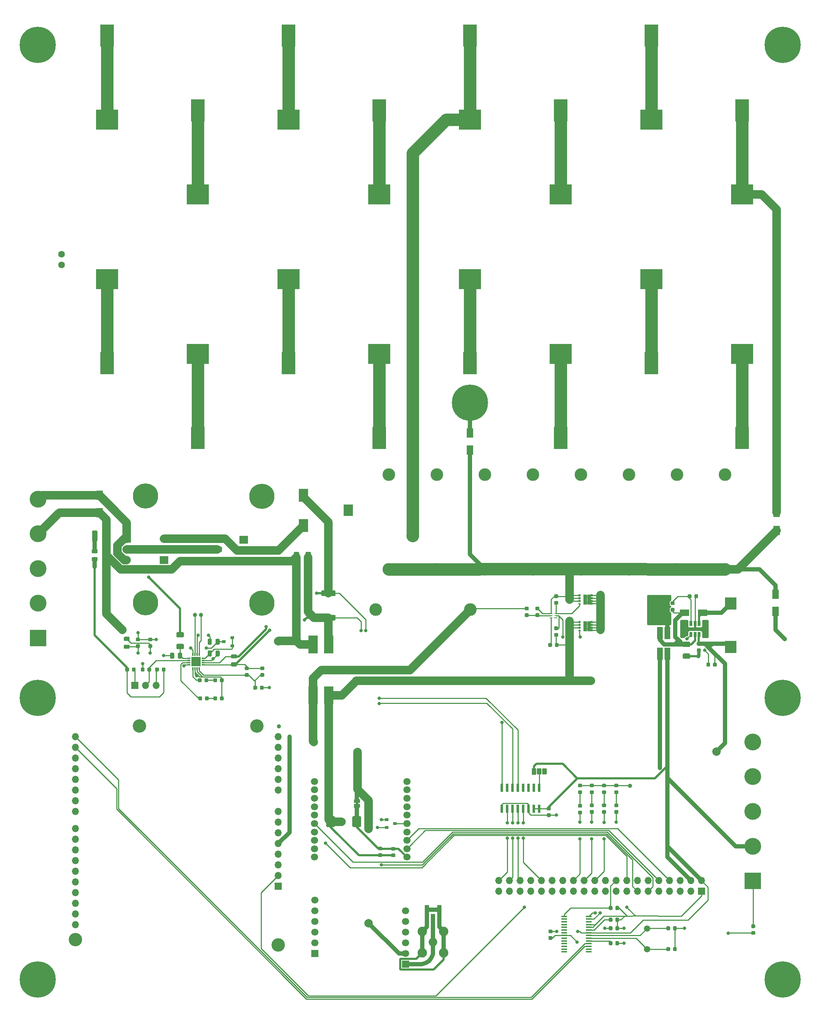
<source format=gbr>
G04 #@! TF.GenerationSoftware,KiCad,Pcbnew,(5.1.5-0-10_14)*
G04 #@! TF.CreationDate,2021-05-01T16:36:58+02:00*
G04 #@! TF.ProjectId,GNSSreferencestationV4,474e5353-7265-4666-9572-656e63657374,rev?*
G04 #@! TF.SameCoordinates,Original*
G04 #@! TF.FileFunction,Copper,L1,Top*
G04 #@! TF.FilePolarity,Positive*
%FSLAX46Y46*%
G04 Gerber Fmt 4.6, Leading zero omitted, Abs format (unit mm)*
G04 Created by KiCad (PCBNEW (5.1.5-0-10_14)) date 2021-05-01 16:36:58*
%MOMM*%
%LPD*%
G04 APERTURE LIST*
%ADD10C,0.100000*%
%ADD11R,1.050000X2.200000*%
%ADD12R,1.000000X1.050000*%
%ADD13R,0.900000X0.800000*%
%ADD14C,1.700000*%
%ADD15R,1.700000X1.700000*%
%ADD16C,2.250000*%
%ADD17C,2.050000*%
%ADD18R,3.300000X5.300000*%
%ADD19R,5.300000X4.750000*%
%ADD20C,3.200000*%
%ADD21O,1.700000X1.700000*%
%ADD22R,1.120000X1.500000*%
%ADD23C,4.000000*%
%ADD24R,4.000000X4.000000*%
%ADD25R,1.475000X0.450000*%
%ADD26C,1.500000*%
%ADD27C,0.900000*%
%ADD28C,8.600000*%
%ADD29O,2.000000X1.905000*%
%ADD30R,2.000000X1.905000*%
%ADD31R,2.240000X2.240000*%
%ADD32R,0.300000X0.800000*%
%ADD33R,0.800000X0.300000*%
%ADD34C,1.600000*%
%ADD35R,2.300000X4.200000*%
%ADD36R,2.260000X2.770000*%
%ADD37R,2.260000X3.070000*%
%ADD38R,1.550000X2.200000*%
%ADD39R,0.950000X1.230000*%
%ADD40R,0.630000X0.500000*%
%ADD41R,0.630000X0.460000*%
%ADD42R,1.550000X2.300000*%
%ADD43R,0.650000X1.220000*%
%ADD44R,2.790000X2.920000*%
%ADD45C,6.000000*%
%ADD46R,2.300000X1.550000*%
%ADD47C,3.000000*%
%ADD48R,1.400000X3.000000*%
%ADD49R,0.750000X0.280000*%
%ADD50R,0.850000X0.280000*%
%ADD51C,0.800000*%
%ADD52C,2.000000*%
%ADD53C,1.000000*%
%ADD54C,3.000000*%
%ADD55C,0.250000*%
%ADD56C,2.000000*%
%ADD57C,1.000000*%
%ADD58C,0.500000*%
%ADD59C,0.750000*%
%ADD60C,0.254000*%
G04 APERTURE END LIST*
D10*
G36*
X82659500Y-187003500D02*
G01*
X82659500Y-186503500D01*
X82059500Y-186503500D01*
X82059500Y-187003500D01*
X82659500Y-187003500D01*
G37*
G04 #@! TA.AperFunction,SMDPad,CuDef*
G36*
X81609500Y-186603500D02*
G01*
X81609500Y-186103500D01*
X81610102Y-186103500D01*
X81610102Y-186078966D01*
X81614912Y-186030135D01*
X81624484Y-185982010D01*
X81638728Y-185935055D01*
X81657505Y-185889722D01*
X81680636Y-185846449D01*
X81707896Y-185805650D01*
X81739024Y-185767721D01*
X81773721Y-185733024D01*
X81811650Y-185701896D01*
X81852449Y-185674636D01*
X81895722Y-185651505D01*
X81941055Y-185632728D01*
X81988010Y-185618484D01*
X82036135Y-185608912D01*
X82084966Y-185604102D01*
X82109500Y-185604102D01*
X82109500Y-185603500D01*
X82609500Y-185603500D01*
X82609500Y-185604102D01*
X82634034Y-185604102D01*
X82682865Y-185608912D01*
X82730990Y-185618484D01*
X82777945Y-185632728D01*
X82823278Y-185651505D01*
X82866551Y-185674636D01*
X82907350Y-185701896D01*
X82945279Y-185733024D01*
X82979976Y-185767721D01*
X83011104Y-185805650D01*
X83038364Y-185846449D01*
X83061495Y-185889722D01*
X83080272Y-185935055D01*
X83094516Y-185982010D01*
X83104088Y-186030135D01*
X83108898Y-186078966D01*
X83108898Y-186103500D01*
X83109500Y-186103500D01*
X83109500Y-186603500D01*
X81609500Y-186603500D01*
G37*
G04 #@! TD.AperFunction*
G04 #@! TA.AperFunction,SMDPad,CuDef*
G36*
X83108898Y-187403500D02*
G01*
X83108898Y-187428034D01*
X83104088Y-187476865D01*
X83094516Y-187524990D01*
X83080272Y-187571945D01*
X83061495Y-187617278D01*
X83038364Y-187660551D01*
X83011104Y-187701350D01*
X82979976Y-187739279D01*
X82945279Y-187773976D01*
X82907350Y-187805104D01*
X82866551Y-187832364D01*
X82823278Y-187855495D01*
X82777945Y-187874272D01*
X82730990Y-187888516D01*
X82682865Y-187898088D01*
X82634034Y-187902898D01*
X82609500Y-187902898D01*
X82609500Y-187903500D01*
X82109500Y-187903500D01*
X82109500Y-187902898D01*
X82084966Y-187902898D01*
X82036135Y-187898088D01*
X81988010Y-187888516D01*
X81941055Y-187874272D01*
X81895722Y-187855495D01*
X81852449Y-187832364D01*
X81811650Y-187805104D01*
X81773721Y-187773976D01*
X81739024Y-187739279D01*
X81707896Y-187701350D01*
X81680636Y-187660551D01*
X81657505Y-187617278D01*
X81638728Y-187571945D01*
X81624484Y-187524990D01*
X81614912Y-187476865D01*
X81610102Y-187428034D01*
X81610102Y-187403500D01*
X81609500Y-187403500D01*
X81609500Y-186903500D01*
X83109500Y-186903500D01*
X83109500Y-187403500D01*
X83108898Y-187403500D01*
G37*
G04 #@! TD.AperFunction*
D11*
X98982000Y-211996000D03*
D12*
X100457000Y-213521000D03*
D11*
X101932000Y-211996000D03*
D13*
X91424000Y-191516000D03*
X89424000Y-192466000D03*
X89424000Y-190566000D03*
D14*
X72250500Y-185527500D03*
X72250500Y-187527500D03*
X72250500Y-189527500D03*
X72250500Y-191527500D03*
X72250500Y-193527500D03*
X72250500Y-195527500D03*
X72250500Y-197527500D03*
X72250500Y-199527500D03*
X72250500Y-181527500D03*
X72250500Y-183527500D03*
X94250500Y-199527500D03*
X94250500Y-197527500D03*
X94250500Y-195527500D03*
X94250500Y-193527500D03*
X94250500Y-191527500D03*
X94250500Y-189527500D03*
X94250500Y-187527500D03*
X94250500Y-185527500D03*
X94250500Y-183527500D03*
X94250500Y-181527500D03*
D15*
X72326000Y-222440500D03*
D14*
X72326000Y-219900500D03*
X72326000Y-217360500D03*
X72326000Y-214820500D03*
X72326000Y-212280500D03*
X72326000Y-209740500D03*
D15*
X93917000Y-224980500D03*
D14*
X93917000Y-222440500D03*
X93917000Y-219900500D03*
X93917000Y-217360500D03*
X93917000Y-214820500D03*
X93917000Y-212280500D03*
D16*
X97917000Y-222250000D03*
X97917000Y-217170000D03*
X102997000Y-217170000D03*
X102997000Y-222250000D03*
D17*
X100457000Y-219710000D03*
G04 #@! TA.AperFunction,SMDPad,CuDef*
D10*
G36*
X88161691Y-198598053D02*
G01*
X88182926Y-198601203D01*
X88203750Y-198606419D01*
X88223962Y-198613651D01*
X88243368Y-198622830D01*
X88261781Y-198633866D01*
X88279024Y-198646654D01*
X88294930Y-198661070D01*
X88309346Y-198676976D01*
X88322134Y-198694219D01*
X88333170Y-198712632D01*
X88342349Y-198732038D01*
X88349581Y-198752250D01*
X88354797Y-198773074D01*
X88357947Y-198794309D01*
X88359000Y-198815750D01*
X88359000Y-199253250D01*
X88357947Y-199274691D01*
X88354797Y-199295926D01*
X88349581Y-199316750D01*
X88342349Y-199336962D01*
X88333170Y-199356368D01*
X88322134Y-199374781D01*
X88309346Y-199392024D01*
X88294930Y-199407930D01*
X88279024Y-199422346D01*
X88261781Y-199435134D01*
X88243368Y-199446170D01*
X88223962Y-199455349D01*
X88203750Y-199462581D01*
X88182926Y-199467797D01*
X88161691Y-199470947D01*
X88140250Y-199472000D01*
X87627750Y-199472000D01*
X87606309Y-199470947D01*
X87585074Y-199467797D01*
X87564250Y-199462581D01*
X87544038Y-199455349D01*
X87524632Y-199446170D01*
X87506219Y-199435134D01*
X87488976Y-199422346D01*
X87473070Y-199407930D01*
X87458654Y-199392024D01*
X87445866Y-199374781D01*
X87434830Y-199356368D01*
X87425651Y-199336962D01*
X87418419Y-199316750D01*
X87413203Y-199295926D01*
X87410053Y-199274691D01*
X87409000Y-199253250D01*
X87409000Y-198815750D01*
X87410053Y-198794309D01*
X87413203Y-198773074D01*
X87418419Y-198752250D01*
X87425651Y-198732038D01*
X87434830Y-198712632D01*
X87445866Y-198694219D01*
X87458654Y-198676976D01*
X87473070Y-198661070D01*
X87488976Y-198646654D01*
X87506219Y-198633866D01*
X87524632Y-198622830D01*
X87544038Y-198613651D01*
X87564250Y-198606419D01*
X87585074Y-198601203D01*
X87606309Y-198598053D01*
X87627750Y-198597000D01*
X88140250Y-198597000D01*
X88161691Y-198598053D01*
G37*
G04 #@! TD.AperFunction*
G04 #@! TA.AperFunction,SMDPad,CuDef*
G36*
X88161691Y-197023053D02*
G01*
X88182926Y-197026203D01*
X88203750Y-197031419D01*
X88223962Y-197038651D01*
X88243368Y-197047830D01*
X88261781Y-197058866D01*
X88279024Y-197071654D01*
X88294930Y-197086070D01*
X88309346Y-197101976D01*
X88322134Y-197119219D01*
X88333170Y-197137632D01*
X88342349Y-197157038D01*
X88349581Y-197177250D01*
X88354797Y-197198074D01*
X88357947Y-197219309D01*
X88359000Y-197240750D01*
X88359000Y-197678250D01*
X88357947Y-197699691D01*
X88354797Y-197720926D01*
X88349581Y-197741750D01*
X88342349Y-197761962D01*
X88333170Y-197781368D01*
X88322134Y-197799781D01*
X88309346Y-197817024D01*
X88294930Y-197832930D01*
X88279024Y-197847346D01*
X88261781Y-197860134D01*
X88243368Y-197871170D01*
X88223962Y-197880349D01*
X88203750Y-197887581D01*
X88182926Y-197892797D01*
X88161691Y-197895947D01*
X88140250Y-197897000D01*
X87627750Y-197897000D01*
X87606309Y-197895947D01*
X87585074Y-197892797D01*
X87564250Y-197887581D01*
X87544038Y-197880349D01*
X87524632Y-197871170D01*
X87506219Y-197860134D01*
X87488976Y-197847346D01*
X87473070Y-197832930D01*
X87458654Y-197817024D01*
X87445866Y-197799781D01*
X87434830Y-197781368D01*
X87425651Y-197761962D01*
X87418419Y-197741750D01*
X87413203Y-197720926D01*
X87410053Y-197699691D01*
X87409000Y-197678250D01*
X87409000Y-197240750D01*
X87410053Y-197219309D01*
X87413203Y-197198074D01*
X87418419Y-197177250D01*
X87425651Y-197157038D01*
X87434830Y-197137632D01*
X87445866Y-197119219D01*
X87458654Y-197101976D01*
X87473070Y-197086070D01*
X87488976Y-197071654D01*
X87506219Y-197058866D01*
X87524632Y-197047830D01*
X87544038Y-197038651D01*
X87564250Y-197031419D01*
X87585074Y-197026203D01*
X87606309Y-197023053D01*
X87627750Y-197022000D01*
X88140250Y-197022000D01*
X88161691Y-197023053D01*
G37*
G04 #@! TD.AperFunction*
G04 #@! TA.AperFunction,SMDPad,CuDef*
G36*
X91273191Y-198661553D02*
G01*
X91294426Y-198664703D01*
X91315250Y-198669919D01*
X91335462Y-198677151D01*
X91354868Y-198686330D01*
X91373281Y-198697366D01*
X91390524Y-198710154D01*
X91406430Y-198724570D01*
X91420846Y-198740476D01*
X91433634Y-198757719D01*
X91444670Y-198776132D01*
X91453849Y-198795538D01*
X91461081Y-198815750D01*
X91466297Y-198836574D01*
X91469447Y-198857809D01*
X91470500Y-198879250D01*
X91470500Y-199316750D01*
X91469447Y-199338191D01*
X91466297Y-199359426D01*
X91461081Y-199380250D01*
X91453849Y-199400462D01*
X91444670Y-199419868D01*
X91433634Y-199438281D01*
X91420846Y-199455524D01*
X91406430Y-199471430D01*
X91390524Y-199485846D01*
X91373281Y-199498634D01*
X91354868Y-199509670D01*
X91335462Y-199518849D01*
X91315250Y-199526081D01*
X91294426Y-199531297D01*
X91273191Y-199534447D01*
X91251750Y-199535500D01*
X90739250Y-199535500D01*
X90717809Y-199534447D01*
X90696574Y-199531297D01*
X90675750Y-199526081D01*
X90655538Y-199518849D01*
X90636132Y-199509670D01*
X90617719Y-199498634D01*
X90600476Y-199485846D01*
X90584570Y-199471430D01*
X90570154Y-199455524D01*
X90557366Y-199438281D01*
X90546330Y-199419868D01*
X90537151Y-199400462D01*
X90529919Y-199380250D01*
X90524703Y-199359426D01*
X90521553Y-199338191D01*
X90520500Y-199316750D01*
X90520500Y-198879250D01*
X90521553Y-198857809D01*
X90524703Y-198836574D01*
X90529919Y-198815750D01*
X90537151Y-198795538D01*
X90546330Y-198776132D01*
X90557366Y-198757719D01*
X90570154Y-198740476D01*
X90584570Y-198724570D01*
X90600476Y-198710154D01*
X90617719Y-198697366D01*
X90636132Y-198686330D01*
X90655538Y-198677151D01*
X90675750Y-198669919D01*
X90696574Y-198664703D01*
X90717809Y-198661553D01*
X90739250Y-198660500D01*
X91251750Y-198660500D01*
X91273191Y-198661553D01*
G37*
G04 #@! TD.AperFunction*
G04 #@! TA.AperFunction,SMDPad,CuDef*
G36*
X91273191Y-197086553D02*
G01*
X91294426Y-197089703D01*
X91315250Y-197094919D01*
X91335462Y-197102151D01*
X91354868Y-197111330D01*
X91373281Y-197122366D01*
X91390524Y-197135154D01*
X91406430Y-197149570D01*
X91420846Y-197165476D01*
X91433634Y-197182719D01*
X91444670Y-197201132D01*
X91453849Y-197220538D01*
X91461081Y-197240750D01*
X91466297Y-197261574D01*
X91469447Y-197282809D01*
X91470500Y-197304250D01*
X91470500Y-197741750D01*
X91469447Y-197763191D01*
X91466297Y-197784426D01*
X91461081Y-197805250D01*
X91453849Y-197825462D01*
X91444670Y-197844868D01*
X91433634Y-197863281D01*
X91420846Y-197880524D01*
X91406430Y-197896430D01*
X91390524Y-197910846D01*
X91373281Y-197923634D01*
X91354868Y-197934670D01*
X91335462Y-197943849D01*
X91315250Y-197951081D01*
X91294426Y-197956297D01*
X91273191Y-197959447D01*
X91251750Y-197960500D01*
X90739250Y-197960500D01*
X90717809Y-197959447D01*
X90696574Y-197956297D01*
X90675750Y-197951081D01*
X90655538Y-197943849D01*
X90636132Y-197934670D01*
X90617719Y-197923634D01*
X90600476Y-197910846D01*
X90584570Y-197896430D01*
X90570154Y-197880524D01*
X90557366Y-197863281D01*
X90546330Y-197844868D01*
X90537151Y-197825462D01*
X90529919Y-197805250D01*
X90524703Y-197784426D01*
X90521553Y-197763191D01*
X90520500Y-197741750D01*
X90520500Y-197304250D01*
X90521553Y-197282809D01*
X90524703Y-197261574D01*
X90529919Y-197240750D01*
X90537151Y-197220538D01*
X90546330Y-197201132D01*
X90557366Y-197182719D01*
X90570154Y-197165476D01*
X90584570Y-197149570D01*
X90600476Y-197135154D01*
X90617719Y-197122366D01*
X90636132Y-197111330D01*
X90655538Y-197102151D01*
X90675750Y-197094919D01*
X90696574Y-197089703D01*
X90717809Y-197086553D01*
X90739250Y-197085500D01*
X91251750Y-197085500D01*
X91273191Y-197086553D01*
G37*
G04 #@! TD.AperFunction*
G04 #@! TA.AperFunction,SMDPad,CuDef*
G36*
X76884004Y-189797704D02*
G01*
X76908273Y-189801304D01*
X76932071Y-189807265D01*
X76955171Y-189815530D01*
X76977349Y-189826020D01*
X76998393Y-189838633D01*
X77018098Y-189853247D01*
X77036277Y-189869723D01*
X77052753Y-189887902D01*
X77067367Y-189907607D01*
X77079980Y-189928651D01*
X77090470Y-189950829D01*
X77098735Y-189973929D01*
X77104696Y-189997727D01*
X77108296Y-190021996D01*
X77109500Y-190046500D01*
X77109500Y-192096500D01*
X77108296Y-192121004D01*
X77104696Y-192145273D01*
X77098735Y-192169071D01*
X77090470Y-192192171D01*
X77079980Y-192214349D01*
X77067367Y-192235393D01*
X77052753Y-192255098D01*
X77036277Y-192273277D01*
X77018098Y-192289753D01*
X76998393Y-192304367D01*
X76977349Y-192316980D01*
X76955171Y-192327470D01*
X76932071Y-192335735D01*
X76908273Y-192341696D01*
X76884004Y-192345296D01*
X76859500Y-192346500D01*
X75284500Y-192346500D01*
X75259996Y-192345296D01*
X75235727Y-192341696D01*
X75211929Y-192335735D01*
X75188829Y-192327470D01*
X75166651Y-192316980D01*
X75145607Y-192304367D01*
X75125902Y-192289753D01*
X75107723Y-192273277D01*
X75091247Y-192255098D01*
X75076633Y-192235393D01*
X75064020Y-192214349D01*
X75053530Y-192192171D01*
X75045265Y-192169071D01*
X75039304Y-192145273D01*
X75035704Y-192121004D01*
X75034500Y-192096500D01*
X75034500Y-190046500D01*
X75035704Y-190021996D01*
X75039304Y-189997727D01*
X75045265Y-189973929D01*
X75053530Y-189950829D01*
X75064020Y-189928651D01*
X75076633Y-189907607D01*
X75091247Y-189887902D01*
X75107723Y-189869723D01*
X75125902Y-189853247D01*
X75145607Y-189838633D01*
X75166651Y-189826020D01*
X75188829Y-189815530D01*
X75211929Y-189807265D01*
X75235727Y-189801304D01*
X75259996Y-189797704D01*
X75284500Y-189796500D01*
X76859500Y-189796500D01*
X76884004Y-189797704D01*
G37*
G04 #@! TD.AperFunction*
G04 #@! TA.AperFunction,SMDPad,CuDef*
G36*
X83109004Y-189797704D02*
G01*
X83133273Y-189801304D01*
X83157071Y-189807265D01*
X83180171Y-189815530D01*
X83202349Y-189826020D01*
X83223393Y-189838633D01*
X83243098Y-189853247D01*
X83261277Y-189869723D01*
X83277753Y-189887902D01*
X83292367Y-189907607D01*
X83304980Y-189928651D01*
X83315470Y-189950829D01*
X83323735Y-189973929D01*
X83329696Y-189997727D01*
X83333296Y-190021996D01*
X83334500Y-190046500D01*
X83334500Y-192096500D01*
X83333296Y-192121004D01*
X83329696Y-192145273D01*
X83323735Y-192169071D01*
X83315470Y-192192171D01*
X83304980Y-192214349D01*
X83292367Y-192235393D01*
X83277753Y-192255098D01*
X83261277Y-192273277D01*
X83243098Y-192289753D01*
X83223393Y-192304367D01*
X83202349Y-192316980D01*
X83180171Y-192327470D01*
X83157071Y-192335735D01*
X83133273Y-192341696D01*
X83109004Y-192345296D01*
X83084500Y-192346500D01*
X81509500Y-192346500D01*
X81484996Y-192345296D01*
X81460727Y-192341696D01*
X81436929Y-192335735D01*
X81413829Y-192327470D01*
X81391651Y-192316980D01*
X81370607Y-192304367D01*
X81350902Y-192289753D01*
X81332723Y-192273277D01*
X81316247Y-192255098D01*
X81301633Y-192235393D01*
X81289020Y-192214349D01*
X81278530Y-192192171D01*
X81270265Y-192169071D01*
X81264304Y-192145273D01*
X81260704Y-192121004D01*
X81259500Y-192096500D01*
X81259500Y-190046500D01*
X81260704Y-190021996D01*
X81264304Y-189997727D01*
X81270265Y-189973929D01*
X81278530Y-189950829D01*
X81289020Y-189928651D01*
X81301633Y-189907607D01*
X81316247Y-189887902D01*
X81332723Y-189869723D01*
X81350902Y-189853247D01*
X81370607Y-189838633D01*
X81391651Y-189826020D01*
X81413829Y-189815530D01*
X81436929Y-189807265D01*
X81460727Y-189801304D01*
X81484996Y-189797704D01*
X81509500Y-189796500D01*
X83084500Y-189796500D01*
X83109004Y-189797704D01*
G37*
G04 #@! TD.AperFunction*
D18*
X152400000Y-82077500D03*
D19*
X152400000Y-62077500D03*
X152400000Y-24127500D03*
D18*
X152400000Y-4127500D03*
X109220000Y-82077500D03*
D19*
X109220000Y-62077500D03*
X109220000Y-24127500D03*
D18*
X109220000Y-4127500D03*
X66040000Y-82077500D03*
D19*
X66040000Y-62077500D03*
X66040000Y-24127500D03*
D18*
X66040000Y-4127500D03*
X22860000Y-82077500D03*
D19*
X22860000Y-62077500D03*
X22860000Y-24127500D03*
D18*
X22860000Y-4127500D03*
X130810000Y-99857500D03*
D19*
X130810000Y-79857500D03*
X130810000Y-41907500D03*
D18*
X130810000Y-21907500D03*
X173990000Y-99857500D03*
D19*
X173990000Y-79857500D03*
X173990000Y-41907500D03*
D18*
X173990000Y-21907500D03*
X87630000Y-99857500D03*
D19*
X87630000Y-79857500D03*
X87630000Y-41907500D03*
D18*
X87630000Y-21907500D03*
X44450000Y-99857500D03*
D19*
X44450000Y-79857500D03*
X44450000Y-41907500D03*
D18*
X44450000Y-21907500D03*
D20*
X58547000Y-168363000D03*
X30607000Y-168363000D03*
X15367000Y-219163000D03*
X63627000Y-220433000D03*
D21*
X15367000Y-173443000D03*
X15367000Y-170903000D03*
X15367000Y-210523000D03*
X63627000Y-170903000D03*
X15367000Y-207983000D03*
X63627000Y-173443000D03*
X15367000Y-205443000D03*
X63627000Y-175983000D03*
X15367000Y-202903000D03*
X63627000Y-178523000D03*
X15367000Y-200363000D03*
X63627000Y-181063000D03*
X15367000Y-197823000D03*
X63627000Y-183603000D03*
X15367000Y-195283000D03*
X63627000Y-188683000D03*
X15367000Y-192743000D03*
X63627000Y-191223000D03*
X15367000Y-188683000D03*
X63627000Y-193763000D03*
X15367000Y-186143000D03*
X63627000Y-196303000D03*
X15367000Y-183603000D03*
X63627000Y-198843000D03*
X15367000Y-181063000D03*
X63627000Y-201383000D03*
X15367000Y-178523000D03*
X63627000Y-203923000D03*
X15367000Y-175983000D03*
D15*
X63627000Y-206463000D03*
D21*
X15367000Y-213063000D03*
X15367000Y-215603000D03*
D22*
X124460000Y-179133500D03*
G04 #@! TA.AperFunction,ComponentPad*
D10*
G36*
X127307445Y-178384848D02*
G01*
X127334625Y-178388880D01*
X127361280Y-178395557D01*
X127387151Y-178404814D01*
X127411991Y-178416562D01*
X127435560Y-178430689D01*
X127457630Y-178447057D01*
X127477990Y-178465510D01*
X127496443Y-178485870D01*
X127512811Y-178507940D01*
X127526938Y-178531509D01*
X127538686Y-178556349D01*
X127547943Y-178582220D01*
X127554620Y-178608875D01*
X127558652Y-178636055D01*
X127560000Y-178663500D01*
X127560000Y-179603500D01*
X127558652Y-179630945D01*
X127554620Y-179658125D01*
X127547943Y-179684780D01*
X127538686Y-179710651D01*
X127526938Y-179735491D01*
X127512811Y-179759060D01*
X127496443Y-179781130D01*
X127477990Y-179801490D01*
X127457630Y-179819943D01*
X127435560Y-179836311D01*
X127411991Y-179850438D01*
X127387151Y-179862186D01*
X127361280Y-179871443D01*
X127334625Y-179878120D01*
X127307445Y-179882152D01*
X127280000Y-179883500D01*
X126720000Y-179883500D01*
X126692555Y-179882152D01*
X126665375Y-179878120D01*
X126638720Y-179871443D01*
X126612849Y-179862186D01*
X126588009Y-179850438D01*
X126564440Y-179836311D01*
X126542370Y-179819943D01*
X126522010Y-179801490D01*
X126503557Y-179781130D01*
X126487189Y-179759060D01*
X126473062Y-179735491D01*
X126461314Y-179710651D01*
X126452057Y-179684780D01*
X126445380Y-179658125D01*
X126441348Y-179630945D01*
X126440000Y-179603500D01*
X126440000Y-178663500D01*
X126441348Y-178636055D01*
X126445380Y-178608875D01*
X126452057Y-178582220D01*
X126461314Y-178556349D01*
X126473062Y-178531509D01*
X126487189Y-178507940D01*
X126503557Y-178485870D01*
X126522010Y-178465510D01*
X126542370Y-178447057D01*
X126564440Y-178430689D01*
X126588009Y-178416562D01*
X126612849Y-178404814D01*
X126638720Y-178395557D01*
X126665375Y-178388880D01*
X126692555Y-178384848D01*
X126720000Y-178383500D01*
X127280000Y-178383500D01*
X127307445Y-178384848D01*
G37*
G04 #@! TD.AperFunction*
G04 #@! TA.AperFunction,ComponentPad*
G36*
X126037445Y-178384848D02*
G01*
X126064625Y-178388880D01*
X126091280Y-178395557D01*
X126117151Y-178404814D01*
X126141991Y-178416562D01*
X126165560Y-178430689D01*
X126187630Y-178447057D01*
X126207990Y-178465510D01*
X126226443Y-178485870D01*
X126242811Y-178507940D01*
X126256938Y-178531509D01*
X126268686Y-178556349D01*
X126277943Y-178582220D01*
X126284620Y-178608875D01*
X126288652Y-178636055D01*
X126290000Y-178663500D01*
X126290000Y-179603500D01*
X126288652Y-179630945D01*
X126284620Y-179658125D01*
X126277943Y-179684780D01*
X126268686Y-179710651D01*
X126256938Y-179735491D01*
X126242811Y-179759060D01*
X126226443Y-179781130D01*
X126207990Y-179801490D01*
X126187630Y-179819943D01*
X126165560Y-179836311D01*
X126141991Y-179850438D01*
X126117151Y-179862186D01*
X126091280Y-179871443D01*
X126064625Y-179878120D01*
X126037445Y-179882152D01*
X126010000Y-179883500D01*
X125450000Y-179883500D01*
X125422555Y-179882152D01*
X125395375Y-179878120D01*
X125368720Y-179871443D01*
X125342849Y-179862186D01*
X125318009Y-179850438D01*
X125294440Y-179836311D01*
X125272370Y-179819943D01*
X125252010Y-179801490D01*
X125233557Y-179781130D01*
X125217189Y-179759060D01*
X125203062Y-179735491D01*
X125191314Y-179710651D01*
X125182057Y-179684780D01*
X125175380Y-179658125D01*
X125171348Y-179630945D01*
X125170000Y-179603500D01*
X125170000Y-178663500D01*
X125171348Y-178636055D01*
X125175380Y-178608875D01*
X125182057Y-178582220D01*
X125191314Y-178556349D01*
X125203062Y-178531509D01*
X125217189Y-178507940D01*
X125233557Y-178485870D01*
X125252010Y-178465510D01*
X125272370Y-178447057D01*
X125294440Y-178430689D01*
X125318009Y-178416562D01*
X125342849Y-178404814D01*
X125368720Y-178395557D01*
X125395375Y-178388880D01*
X125422555Y-178384848D01*
X125450000Y-178383500D01*
X126010000Y-178383500D01*
X126037445Y-178384848D01*
G37*
G04 #@! TD.AperFunction*
D23*
X176593500Y-172138500D03*
X176593500Y-180398500D03*
X176593500Y-188658500D03*
X176593500Y-196918500D03*
D24*
X176593500Y-205178500D03*
D23*
X6477000Y-114378000D03*
X6477000Y-122638000D03*
X6477000Y-130898000D03*
X6477000Y-139158000D03*
D24*
X6477000Y-147418000D03*
D21*
X116078000Y-205066000D03*
X116078000Y-207606000D03*
X133858000Y-205066000D03*
X133858000Y-207606000D03*
X138938000Y-205066000D03*
X138938000Y-207606000D03*
X128778000Y-205066000D03*
X128778000Y-207606000D03*
X156718000Y-205066000D03*
X156718000Y-207606000D03*
X126238000Y-205066000D03*
X126238000Y-207606000D03*
X144018000Y-205066000D03*
X144018000Y-207606000D03*
X121158000Y-205066000D03*
X121158000Y-207606000D03*
X123698000Y-205066000D03*
X123698000Y-207606000D03*
X118618000Y-205066000D03*
X118618000Y-207606000D03*
X141478000Y-205066000D03*
X141478000Y-207606000D03*
X154178000Y-205066000D03*
X154178000Y-207606000D03*
X149098000Y-205066000D03*
X149098000Y-207606000D03*
X131318000Y-205066000D03*
X131318000Y-207606000D03*
X151638000Y-205066000D03*
X151638000Y-207606000D03*
X136398000Y-205066000D03*
X136398000Y-207606000D03*
D15*
X164338000Y-207606000D03*
D21*
X164338000Y-205066000D03*
X159258000Y-207606000D03*
X161798000Y-205066000D03*
X146558000Y-205066000D03*
X146558000Y-207606000D03*
X161798000Y-207606000D03*
X159258000Y-205066000D03*
D25*
X131682000Y-222054500D03*
X131682000Y-221404500D03*
X131682000Y-220754500D03*
X131682000Y-220104500D03*
X131682000Y-219454500D03*
X131682000Y-218804500D03*
X131682000Y-218154500D03*
X131682000Y-217504500D03*
X131682000Y-216854500D03*
X131682000Y-216204500D03*
X131682000Y-215554500D03*
X131682000Y-214904500D03*
X131682000Y-214254500D03*
X131682000Y-213604500D03*
X137558000Y-213604500D03*
X137558000Y-214254500D03*
X137558000Y-214904500D03*
X137558000Y-215554500D03*
X137558000Y-216204500D03*
X137558000Y-216854500D03*
X137558000Y-217504500D03*
X137558000Y-218154500D03*
X137558000Y-218804500D03*
X137558000Y-219454500D03*
X137558000Y-220104500D03*
X137558000Y-220754500D03*
X137558000Y-221404500D03*
X137558000Y-222054500D03*
D26*
X151384000Y-216505500D03*
X151384000Y-221385500D03*
G04 #@! TA.AperFunction,SMDPad,CuDef*
D10*
G36*
X125894703Y-187008722D02*
G01*
X125909264Y-187010882D01*
X125923543Y-187014459D01*
X125937403Y-187019418D01*
X125950710Y-187025712D01*
X125963336Y-187033280D01*
X125975159Y-187042048D01*
X125986066Y-187051934D01*
X125995952Y-187062841D01*
X126004720Y-187074664D01*
X126012288Y-187087290D01*
X126018582Y-187100597D01*
X126023541Y-187114457D01*
X126027118Y-187128736D01*
X126029278Y-187143297D01*
X126030000Y-187158000D01*
X126030000Y-188808000D01*
X126029278Y-188822703D01*
X126027118Y-188837264D01*
X126023541Y-188851543D01*
X126018582Y-188865403D01*
X126012288Y-188878710D01*
X126004720Y-188891336D01*
X125995952Y-188903159D01*
X125986066Y-188914066D01*
X125975159Y-188923952D01*
X125963336Y-188932720D01*
X125950710Y-188940288D01*
X125937403Y-188946582D01*
X125923543Y-188951541D01*
X125909264Y-188955118D01*
X125894703Y-188957278D01*
X125880000Y-188958000D01*
X125580000Y-188958000D01*
X125565297Y-188957278D01*
X125550736Y-188955118D01*
X125536457Y-188951541D01*
X125522597Y-188946582D01*
X125509290Y-188940288D01*
X125496664Y-188932720D01*
X125484841Y-188923952D01*
X125473934Y-188914066D01*
X125464048Y-188903159D01*
X125455280Y-188891336D01*
X125447712Y-188878710D01*
X125441418Y-188865403D01*
X125436459Y-188851543D01*
X125432882Y-188837264D01*
X125430722Y-188822703D01*
X125430000Y-188808000D01*
X125430000Y-187158000D01*
X125430722Y-187143297D01*
X125432882Y-187128736D01*
X125436459Y-187114457D01*
X125441418Y-187100597D01*
X125447712Y-187087290D01*
X125455280Y-187074664D01*
X125464048Y-187062841D01*
X125473934Y-187051934D01*
X125484841Y-187042048D01*
X125496664Y-187033280D01*
X125509290Y-187025712D01*
X125522597Y-187019418D01*
X125536457Y-187014459D01*
X125550736Y-187010882D01*
X125565297Y-187008722D01*
X125580000Y-187008000D01*
X125880000Y-187008000D01*
X125894703Y-187008722D01*
G37*
G04 #@! TD.AperFunction*
G04 #@! TA.AperFunction,SMDPad,CuDef*
G36*
X124624703Y-187008722D02*
G01*
X124639264Y-187010882D01*
X124653543Y-187014459D01*
X124667403Y-187019418D01*
X124680710Y-187025712D01*
X124693336Y-187033280D01*
X124705159Y-187042048D01*
X124716066Y-187051934D01*
X124725952Y-187062841D01*
X124734720Y-187074664D01*
X124742288Y-187087290D01*
X124748582Y-187100597D01*
X124753541Y-187114457D01*
X124757118Y-187128736D01*
X124759278Y-187143297D01*
X124760000Y-187158000D01*
X124760000Y-188808000D01*
X124759278Y-188822703D01*
X124757118Y-188837264D01*
X124753541Y-188851543D01*
X124748582Y-188865403D01*
X124742288Y-188878710D01*
X124734720Y-188891336D01*
X124725952Y-188903159D01*
X124716066Y-188914066D01*
X124705159Y-188923952D01*
X124693336Y-188932720D01*
X124680710Y-188940288D01*
X124667403Y-188946582D01*
X124653543Y-188951541D01*
X124639264Y-188955118D01*
X124624703Y-188957278D01*
X124610000Y-188958000D01*
X124310000Y-188958000D01*
X124295297Y-188957278D01*
X124280736Y-188955118D01*
X124266457Y-188951541D01*
X124252597Y-188946582D01*
X124239290Y-188940288D01*
X124226664Y-188932720D01*
X124214841Y-188923952D01*
X124203934Y-188914066D01*
X124194048Y-188903159D01*
X124185280Y-188891336D01*
X124177712Y-188878710D01*
X124171418Y-188865403D01*
X124166459Y-188851543D01*
X124162882Y-188837264D01*
X124160722Y-188822703D01*
X124160000Y-188808000D01*
X124160000Y-187158000D01*
X124160722Y-187143297D01*
X124162882Y-187128736D01*
X124166459Y-187114457D01*
X124171418Y-187100597D01*
X124177712Y-187087290D01*
X124185280Y-187074664D01*
X124194048Y-187062841D01*
X124203934Y-187051934D01*
X124214841Y-187042048D01*
X124226664Y-187033280D01*
X124239290Y-187025712D01*
X124252597Y-187019418D01*
X124266457Y-187014459D01*
X124280736Y-187010882D01*
X124295297Y-187008722D01*
X124310000Y-187008000D01*
X124610000Y-187008000D01*
X124624703Y-187008722D01*
G37*
G04 #@! TD.AperFunction*
G04 #@! TA.AperFunction,SMDPad,CuDef*
G36*
X123354703Y-187008722D02*
G01*
X123369264Y-187010882D01*
X123383543Y-187014459D01*
X123397403Y-187019418D01*
X123410710Y-187025712D01*
X123423336Y-187033280D01*
X123435159Y-187042048D01*
X123446066Y-187051934D01*
X123455952Y-187062841D01*
X123464720Y-187074664D01*
X123472288Y-187087290D01*
X123478582Y-187100597D01*
X123483541Y-187114457D01*
X123487118Y-187128736D01*
X123489278Y-187143297D01*
X123490000Y-187158000D01*
X123490000Y-188808000D01*
X123489278Y-188822703D01*
X123487118Y-188837264D01*
X123483541Y-188851543D01*
X123478582Y-188865403D01*
X123472288Y-188878710D01*
X123464720Y-188891336D01*
X123455952Y-188903159D01*
X123446066Y-188914066D01*
X123435159Y-188923952D01*
X123423336Y-188932720D01*
X123410710Y-188940288D01*
X123397403Y-188946582D01*
X123383543Y-188951541D01*
X123369264Y-188955118D01*
X123354703Y-188957278D01*
X123340000Y-188958000D01*
X123040000Y-188958000D01*
X123025297Y-188957278D01*
X123010736Y-188955118D01*
X122996457Y-188951541D01*
X122982597Y-188946582D01*
X122969290Y-188940288D01*
X122956664Y-188932720D01*
X122944841Y-188923952D01*
X122933934Y-188914066D01*
X122924048Y-188903159D01*
X122915280Y-188891336D01*
X122907712Y-188878710D01*
X122901418Y-188865403D01*
X122896459Y-188851543D01*
X122892882Y-188837264D01*
X122890722Y-188822703D01*
X122890000Y-188808000D01*
X122890000Y-187158000D01*
X122890722Y-187143297D01*
X122892882Y-187128736D01*
X122896459Y-187114457D01*
X122901418Y-187100597D01*
X122907712Y-187087290D01*
X122915280Y-187074664D01*
X122924048Y-187062841D01*
X122933934Y-187051934D01*
X122944841Y-187042048D01*
X122956664Y-187033280D01*
X122969290Y-187025712D01*
X122982597Y-187019418D01*
X122996457Y-187014459D01*
X123010736Y-187010882D01*
X123025297Y-187008722D01*
X123040000Y-187008000D01*
X123340000Y-187008000D01*
X123354703Y-187008722D01*
G37*
G04 #@! TD.AperFunction*
G04 #@! TA.AperFunction,SMDPad,CuDef*
G36*
X122084703Y-187008722D02*
G01*
X122099264Y-187010882D01*
X122113543Y-187014459D01*
X122127403Y-187019418D01*
X122140710Y-187025712D01*
X122153336Y-187033280D01*
X122165159Y-187042048D01*
X122176066Y-187051934D01*
X122185952Y-187062841D01*
X122194720Y-187074664D01*
X122202288Y-187087290D01*
X122208582Y-187100597D01*
X122213541Y-187114457D01*
X122217118Y-187128736D01*
X122219278Y-187143297D01*
X122220000Y-187158000D01*
X122220000Y-188808000D01*
X122219278Y-188822703D01*
X122217118Y-188837264D01*
X122213541Y-188851543D01*
X122208582Y-188865403D01*
X122202288Y-188878710D01*
X122194720Y-188891336D01*
X122185952Y-188903159D01*
X122176066Y-188914066D01*
X122165159Y-188923952D01*
X122153336Y-188932720D01*
X122140710Y-188940288D01*
X122127403Y-188946582D01*
X122113543Y-188951541D01*
X122099264Y-188955118D01*
X122084703Y-188957278D01*
X122070000Y-188958000D01*
X121770000Y-188958000D01*
X121755297Y-188957278D01*
X121740736Y-188955118D01*
X121726457Y-188951541D01*
X121712597Y-188946582D01*
X121699290Y-188940288D01*
X121686664Y-188932720D01*
X121674841Y-188923952D01*
X121663934Y-188914066D01*
X121654048Y-188903159D01*
X121645280Y-188891336D01*
X121637712Y-188878710D01*
X121631418Y-188865403D01*
X121626459Y-188851543D01*
X121622882Y-188837264D01*
X121620722Y-188822703D01*
X121620000Y-188808000D01*
X121620000Y-187158000D01*
X121620722Y-187143297D01*
X121622882Y-187128736D01*
X121626459Y-187114457D01*
X121631418Y-187100597D01*
X121637712Y-187087290D01*
X121645280Y-187074664D01*
X121654048Y-187062841D01*
X121663934Y-187051934D01*
X121674841Y-187042048D01*
X121686664Y-187033280D01*
X121699290Y-187025712D01*
X121712597Y-187019418D01*
X121726457Y-187014459D01*
X121740736Y-187010882D01*
X121755297Y-187008722D01*
X121770000Y-187008000D01*
X122070000Y-187008000D01*
X122084703Y-187008722D01*
G37*
G04 #@! TD.AperFunction*
G04 #@! TA.AperFunction,SMDPad,CuDef*
G36*
X120814703Y-187008722D02*
G01*
X120829264Y-187010882D01*
X120843543Y-187014459D01*
X120857403Y-187019418D01*
X120870710Y-187025712D01*
X120883336Y-187033280D01*
X120895159Y-187042048D01*
X120906066Y-187051934D01*
X120915952Y-187062841D01*
X120924720Y-187074664D01*
X120932288Y-187087290D01*
X120938582Y-187100597D01*
X120943541Y-187114457D01*
X120947118Y-187128736D01*
X120949278Y-187143297D01*
X120950000Y-187158000D01*
X120950000Y-188808000D01*
X120949278Y-188822703D01*
X120947118Y-188837264D01*
X120943541Y-188851543D01*
X120938582Y-188865403D01*
X120932288Y-188878710D01*
X120924720Y-188891336D01*
X120915952Y-188903159D01*
X120906066Y-188914066D01*
X120895159Y-188923952D01*
X120883336Y-188932720D01*
X120870710Y-188940288D01*
X120857403Y-188946582D01*
X120843543Y-188951541D01*
X120829264Y-188955118D01*
X120814703Y-188957278D01*
X120800000Y-188958000D01*
X120500000Y-188958000D01*
X120485297Y-188957278D01*
X120470736Y-188955118D01*
X120456457Y-188951541D01*
X120442597Y-188946582D01*
X120429290Y-188940288D01*
X120416664Y-188932720D01*
X120404841Y-188923952D01*
X120393934Y-188914066D01*
X120384048Y-188903159D01*
X120375280Y-188891336D01*
X120367712Y-188878710D01*
X120361418Y-188865403D01*
X120356459Y-188851543D01*
X120352882Y-188837264D01*
X120350722Y-188822703D01*
X120350000Y-188808000D01*
X120350000Y-187158000D01*
X120350722Y-187143297D01*
X120352882Y-187128736D01*
X120356459Y-187114457D01*
X120361418Y-187100597D01*
X120367712Y-187087290D01*
X120375280Y-187074664D01*
X120384048Y-187062841D01*
X120393934Y-187051934D01*
X120404841Y-187042048D01*
X120416664Y-187033280D01*
X120429290Y-187025712D01*
X120442597Y-187019418D01*
X120456457Y-187014459D01*
X120470736Y-187010882D01*
X120485297Y-187008722D01*
X120500000Y-187008000D01*
X120800000Y-187008000D01*
X120814703Y-187008722D01*
G37*
G04 #@! TD.AperFunction*
G04 #@! TA.AperFunction,SMDPad,CuDef*
G36*
X119544703Y-187008722D02*
G01*
X119559264Y-187010882D01*
X119573543Y-187014459D01*
X119587403Y-187019418D01*
X119600710Y-187025712D01*
X119613336Y-187033280D01*
X119625159Y-187042048D01*
X119636066Y-187051934D01*
X119645952Y-187062841D01*
X119654720Y-187074664D01*
X119662288Y-187087290D01*
X119668582Y-187100597D01*
X119673541Y-187114457D01*
X119677118Y-187128736D01*
X119679278Y-187143297D01*
X119680000Y-187158000D01*
X119680000Y-188808000D01*
X119679278Y-188822703D01*
X119677118Y-188837264D01*
X119673541Y-188851543D01*
X119668582Y-188865403D01*
X119662288Y-188878710D01*
X119654720Y-188891336D01*
X119645952Y-188903159D01*
X119636066Y-188914066D01*
X119625159Y-188923952D01*
X119613336Y-188932720D01*
X119600710Y-188940288D01*
X119587403Y-188946582D01*
X119573543Y-188951541D01*
X119559264Y-188955118D01*
X119544703Y-188957278D01*
X119530000Y-188958000D01*
X119230000Y-188958000D01*
X119215297Y-188957278D01*
X119200736Y-188955118D01*
X119186457Y-188951541D01*
X119172597Y-188946582D01*
X119159290Y-188940288D01*
X119146664Y-188932720D01*
X119134841Y-188923952D01*
X119123934Y-188914066D01*
X119114048Y-188903159D01*
X119105280Y-188891336D01*
X119097712Y-188878710D01*
X119091418Y-188865403D01*
X119086459Y-188851543D01*
X119082882Y-188837264D01*
X119080722Y-188822703D01*
X119080000Y-188808000D01*
X119080000Y-187158000D01*
X119080722Y-187143297D01*
X119082882Y-187128736D01*
X119086459Y-187114457D01*
X119091418Y-187100597D01*
X119097712Y-187087290D01*
X119105280Y-187074664D01*
X119114048Y-187062841D01*
X119123934Y-187051934D01*
X119134841Y-187042048D01*
X119146664Y-187033280D01*
X119159290Y-187025712D01*
X119172597Y-187019418D01*
X119186457Y-187014459D01*
X119200736Y-187010882D01*
X119215297Y-187008722D01*
X119230000Y-187008000D01*
X119530000Y-187008000D01*
X119544703Y-187008722D01*
G37*
G04 #@! TD.AperFunction*
G04 #@! TA.AperFunction,SMDPad,CuDef*
G36*
X118274703Y-187008722D02*
G01*
X118289264Y-187010882D01*
X118303543Y-187014459D01*
X118317403Y-187019418D01*
X118330710Y-187025712D01*
X118343336Y-187033280D01*
X118355159Y-187042048D01*
X118366066Y-187051934D01*
X118375952Y-187062841D01*
X118384720Y-187074664D01*
X118392288Y-187087290D01*
X118398582Y-187100597D01*
X118403541Y-187114457D01*
X118407118Y-187128736D01*
X118409278Y-187143297D01*
X118410000Y-187158000D01*
X118410000Y-188808000D01*
X118409278Y-188822703D01*
X118407118Y-188837264D01*
X118403541Y-188851543D01*
X118398582Y-188865403D01*
X118392288Y-188878710D01*
X118384720Y-188891336D01*
X118375952Y-188903159D01*
X118366066Y-188914066D01*
X118355159Y-188923952D01*
X118343336Y-188932720D01*
X118330710Y-188940288D01*
X118317403Y-188946582D01*
X118303543Y-188951541D01*
X118289264Y-188955118D01*
X118274703Y-188957278D01*
X118260000Y-188958000D01*
X117960000Y-188958000D01*
X117945297Y-188957278D01*
X117930736Y-188955118D01*
X117916457Y-188951541D01*
X117902597Y-188946582D01*
X117889290Y-188940288D01*
X117876664Y-188932720D01*
X117864841Y-188923952D01*
X117853934Y-188914066D01*
X117844048Y-188903159D01*
X117835280Y-188891336D01*
X117827712Y-188878710D01*
X117821418Y-188865403D01*
X117816459Y-188851543D01*
X117812882Y-188837264D01*
X117810722Y-188822703D01*
X117810000Y-188808000D01*
X117810000Y-187158000D01*
X117810722Y-187143297D01*
X117812882Y-187128736D01*
X117816459Y-187114457D01*
X117821418Y-187100597D01*
X117827712Y-187087290D01*
X117835280Y-187074664D01*
X117844048Y-187062841D01*
X117853934Y-187051934D01*
X117864841Y-187042048D01*
X117876664Y-187033280D01*
X117889290Y-187025712D01*
X117902597Y-187019418D01*
X117916457Y-187014459D01*
X117930736Y-187010882D01*
X117945297Y-187008722D01*
X117960000Y-187008000D01*
X118260000Y-187008000D01*
X118274703Y-187008722D01*
G37*
G04 #@! TD.AperFunction*
G04 #@! TA.AperFunction,SMDPad,CuDef*
G36*
X117004703Y-187008722D02*
G01*
X117019264Y-187010882D01*
X117033543Y-187014459D01*
X117047403Y-187019418D01*
X117060710Y-187025712D01*
X117073336Y-187033280D01*
X117085159Y-187042048D01*
X117096066Y-187051934D01*
X117105952Y-187062841D01*
X117114720Y-187074664D01*
X117122288Y-187087290D01*
X117128582Y-187100597D01*
X117133541Y-187114457D01*
X117137118Y-187128736D01*
X117139278Y-187143297D01*
X117140000Y-187158000D01*
X117140000Y-188808000D01*
X117139278Y-188822703D01*
X117137118Y-188837264D01*
X117133541Y-188851543D01*
X117128582Y-188865403D01*
X117122288Y-188878710D01*
X117114720Y-188891336D01*
X117105952Y-188903159D01*
X117096066Y-188914066D01*
X117085159Y-188923952D01*
X117073336Y-188932720D01*
X117060710Y-188940288D01*
X117047403Y-188946582D01*
X117033543Y-188951541D01*
X117019264Y-188955118D01*
X117004703Y-188957278D01*
X116990000Y-188958000D01*
X116690000Y-188958000D01*
X116675297Y-188957278D01*
X116660736Y-188955118D01*
X116646457Y-188951541D01*
X116632597Y-188946582D01*
X116619290Y-188940288D01*
X116606664Y-188932720D01*
X116594841Y-188923952D01*
X116583934Y-188914066D01*
X116574048Y-188903159D01*
X116565280Y-188891336D01*
X116557712Y-188878710D01*
X116551418Y-188865403D01*
X116546459Y-188851543D01*
X116542882Y-188837264D01*
X116540722Y-188822703D01*
X116540000Y-188808000D01*
X116540000Y-187158000D01*
X116540722Y-187143297D01*
X116542882Y-187128736D01*
X116546459Y-187114457D01*
X116551418Y-187100597D01*
X116557712Y-187087290D01*
X116565280Y-187074664D01*
X116574048Y-187062841D01*
X116583934Y-187051934D01*
X116594841Y-187042048D01*
X116606664Y-187033280D01*
X116619290Y-187025712D01*
X116632597Y-187019418D01*
X116646457Y-187014459D01*
X116660736Y-187010882D01*
X116675297Y-187008722D01*
X116690000Y-187008000D01*
X116990000Y-187008000D01*
X117004703Y-187008722D01*
G37*
G04 #@! TD.AperFunction*
G04 #@! TA.AperFunction,SMDPad,CuDef*
G36*
X117004703Y-182058722D02*
G01*
X117019264Y-182060882D01*
X117033543Y-182064459D01*
X117047403Y-182069418D01*
X117060710Y-182075712D01*
X117073336Y-182083280D01*
X117085159Y-182092048D01*
X117096066Y-182101934D01*
X117105952Y-182112841D01*
X117114720Y-182124664D01*
X117122288Y-182137290D01*
X117128582Y-182150597D01*
X117133541Y-182164457D01*
X117137118Y-182178736D01*
X117139278Y-182193297D01*
X117140000Y-182208000D01*
X117140000Y-183858000D01*
X117139278Y-183872703D01*
X117137118Y-183887264D01*
X117133541Y-183901543D01*
X117128582Y-183915403D01*
X117122288Y-183928710D01*
X117114720Y-183941336D01*
X117105952Y-183953159D01*
X117096066Y-183964066D01*
X117085159Y-183973952D01*
X117073336Y-183982720D01*
X117060710Y-183990288D01*
X117047403Y-183996582D01*
X117033543Y-184001541D01*
X117019264Y-184005118D01*
X117004703Y-184007278D01*
X116990000Y-184008000D01*
X116690000Y-184008000D01*
X116675297Y-184007278D01*
X116660736Y-184005118D01*
X116646457Y-184001541D01*
X116632597Y-183996582D01*
X116619290Y-183990288D01*
X116606664Y-183982720D01*
X116594841Y-183973952D01*
X116583934Y-183964066D01*
X116574048Y-183953159D01*
X116565280Y-183941336D01*
X116557712Y-183928710D01*
X116551418Y-183915403D01*
X116546459Y-183901543D01*
X116542882Y-183887264D01*
X116540722Y-183872703D01*
X116540000Y-183858000D01*
X116540000Y-182208000D01*
X116540722Y-182193297D01*
X116542882Y-182178736D01*
X116546459Y-182164457D01*
X116551418Y-182150597D01*
X116557712Y-182137290D01*
X116565280Y-182124664D01*
X116574048Y-182112841D01*
X116583934Y-182101934D01*
X116594841Y-182092048D01*
X116606664Y-182083280D01*
X116619290Y-182075712D01*
X116632597Y-182069418D01*
X116646457Y-182064459D01*
X116660736Y-182060882D01*
X116675297Y-182058722D01*
X116690000Y-182058000D01*
X116990000Y-182058000D01*
X117004703Y-182058722D01*
G37*
G04 #@! TD.AperFunction*
G04 #@! TA.AperFunction,SMDPad,CuDef*
G36*
X118274703Y-182058722D02*
G01*
X118289264Y-182060882D01*
X118303543Y-182064459D01*
X118317403Y-182069418D01*
X118330710Y-182075712D01*
X118343336Y-182083280D01*
X118355159Y-182092048D01*
X118366066Y-182101934D01*
X118375952Y-182112841D01*
X118384720Y-182124664D01*
X118392288Y-182137290D01*
X118398582Y-182150597D01*
X118403541Y-182164457D01*
X118407118Y-182178736D01*
X118409278Y-182193297D01*
X118410000Y-182208000D01*
X118410000Y-183858000D01*
X118409278Y-183872703D01*
X118407118Y-183887264D01*
X118403541Y-183901543D01*
X118398582Y-183915403D01*
X118392288Y-183928710D01*
X118384720Y-183941336D01*
X118375952Y-183953159D01*
X118366066Y-183964066D01*
X118355159Y-183973952D01*
X118343336Y-183982720D01*
X118330710Y-183990288D01*
X118317403Y-183996582D01*
X118303543Y-184001541D01*
X118289264Y-184005118D01*
X118274703Y-184007278D01*
X118260000Y-184008000D01*
X117960000Y-184008000D01*
X117945297Y-184007278D01*
X117930736Y-184005118D01*
X117916457Y-184001541D01*
X117902597Y-183996582D01*
X117889290Y-183990288D01*
X117876664Y-183982720D01*
X117864841Y-183973952D01*
X117853934Y-183964066D01*
X117844048Y-183953159D01*
X117835280Y-183941336D01*
X117827712Y-183928710D01*
X117821418Y-183915403D01*
X117816459Y-183901543D01*
X117812882Y-183887264D01*
X117810722Y-183872703D01*
X117810000Y-183858000D01*
X117810000Y-182208000D01*
X117810722Y-182193297D01*
X117812882Y-182178736D01*
X117816459Y-182164457D01*
X117821418Y-182150597D01*
X117827712Y-182137290D01*
X117835280Y-182124664D01*
X117844048Y-182112841D01*
X117853934Y-182101934D01*
X117864841Y-182092048D01*
X117876664Y-182083280D01*
X117889290Y-182075712D01*
X117902597Y-182069418D01*
X117916457Y-182064459D01*
X117930736Y-182060882D01*
X117945297Y-182058722D01*
X117960000Y-182058000D01*
X118260000Y-182058000D01*
X118274703Y-182058722D01*
G37*
G04 #@! TD.AperFunction*
G04 #@! TA.AperFunction,SMDPad,CuDef*
G36*
X119544703Y-182058722D02*
G01*
X119559264Y-182060882D01*
X119573543Y-182064459D01*
X119587403Y-182069418D01*
X119600710Y-182075712D01*
X119613336Y-182083280D01*
X119625159Y-182092048D01*
X119636066Y-182101934D01*
X119645952Y-182112841D01*
X119654720Y-182124664D01*
X119662288Y-182137290D01*
X119668582Y-182150597D01*
X119673541Y-182164457D01*
X119677118Y-182178736D01*
X119679278Y-182193297D01*
X119680000Y-182208000D01*
X119680000Y-183858000D01*
X119679278Y-183872703D01*
X119677118Y-183887264D01*
X119673541Y-183901543D01*
X119668582Y-183915403D01*
X119662288Y-183928710D01*
X119654720Y-183941336D01*
X119645952Y-183953159D01*
X119636066Y-183964066D01*
X119625159Y-183973952D01*
X119613336Y-183982720D01*
X119600710Y-183990288D01*
X119587403Y-183996582D01*
X119573543Y-184001541D01*
X119559264Y-184005118D01*
X119544703Y-184007278D01*
X119530000Y-184008000D01*
X119230000Y-184008000D01*
X119215297Y-184007278D01*
X119200736Y-184005118D01*
X119186457Y-184001541D01*
X119172597Y-183996582D01*
X119159290Y-183990288D01*
X119146664Y-183982720D01*
X119134841Y-183973952D01*
X119123934Y-183964066D01*
X119114048Y-183953159D01*
X119105280Y-183941336D01*
X119097712Y-183928710D01*
X119091418Y-183915403D01*
X119086459Y-183901543D01*
X119082882Y-183887264D01*
X119080722Y-183872703D01*
X119080000Y-183858000D01*
X119080000Y-182208000D01*
X119080722Y-182193297D01*
X119082882Y-182178736D01*
X119086459Y-182164457D01*
X119091418Y-182150597D01*
X119097712Y-182137290D01*
X119105280Y-182124664D01*
X119114048Y-182112841D01*
X119123934Y-182101934D01*
X119134841Y-182092048D01*
X119146664Y-182083280D01*
X119159290Y-182075712D01*
X119172597Y-182069418D01*
X119186457Y-182064459D01*
X119200736Y-182060882D01*
X119215297Y-182058722D01*
X119230000Y-182058000D01*
X119530000Y-182058000D01*
X119544703Y-182058722D01*
G37*
G04 #@! TD.AperFunction*
G04 #@! TA.AperFunction,SMDPad,CuDef*
G36*
X120814703Y-182058722D02*
G01*
X120829264Y-182060882D01*
X120843543Y-182064459D01*
X120857403Y-182069418D01*
X120870710Y-182075712D01*
X120883336Y-182083280D01*
X120895159Y-182092048D01*
X120906066Y-182101934D01*
X120915952Y-182112841D01*
X120924720Y-182124664D01*
X120932288Y-182137290D01*
X120938582Y-182150597D01*
X120943541Y-182164457D01*
X120947118Y-182178736D01*
X120949278Y-182193297D01*
X120950000Y-182208000D01*
X120950000Y-183858000D01*
X120949278Y-183872703D01*
X120947118Y-183887264D01*
X120943541Y-183901543D01*
X120938582Y-183915403D01*
X120932288Y-183928710D01*
X120924720Y-183941336D01*
X120915952Y-183953159D01*
X120906066Y-183964066D01*
X120895159Y-183973952D01*
X120883336Y-183982720D01*
X120870710Y-183990288D01*
X120857403Y-183996582D01*
X120843543Y-184001541D01*
X120829264Y-184005118D01*
X120814703Y-184007278D01*
X120800000Y-184008000D01*
X120500000Y-184008000D01*
X120485297Y-184007278D01*
X120470736Y-184005118D01*
X120456457Y-184001541D01*
X120442597Y-183996582D01*
X120429290Y-183990288D01*
X120416664Y-183982720D01*
X120404841Y-183973952D01*
X120393934Y-183964066D01*
X120384048Y-183953159D01*
X120375280Y-183941336D01*
X120367712Y-183928710D01*
X120361418Y-183915403D01*
X120356459Y-183901543D01*
X120352882Y-183887264D01*
X120350722Y-183872703D01*
X120350000Y-183858000D01*
X120350000Y-182208000D01*
X120350722Y-182193297D01*
X120352882Y-182178736D01*
X120356459Y-182164457D01*
X120361418Y-182150597D01*
X120367712Y-182137290D01*
X120375280Y-182124664D01*
X120384048Y-182112841D01*
X120393934Y-182101934D01*
X120404841Y-182092048D01*
X120416664Y-182083280D01*
X120429290Y-182075712D01*
X120442597Y-182069418D01*
X120456457Y-182064459D01*
X120470736Y-182060882D01*
X120485297Y-182058722D01*
X120500000Y-182058000D01*
X120800000Y-182058000D01*
X120814703Y-182058722D01*
G37*
G04 #@! TD.AperFunction*
G04 #@! TA.AperFunction,SMDPad,CuDef*
G36*
X122084703Y-182058722D02*
G01*
X122099264Y-182060882D01*
X122113543Y-182064459D01*
X122127403Y-182069418D01*
X122140710Y-182075712D01*
X122153336Y-182083280D01*
X122165159Y-182092048D01*
X122176066Y-182101934D01*
X122185952Y-182112841D01*
X122194720Y-182124664D01*
X122202288Y-182137290D01*
X122208582Y-182150597D01*
X122213541Y-182164457D01*
X122217118Y-182178736D01*
X122219278Y-182193297D01*
X122220000Y-182208000D01*
X122220000Y-183858000D01*
X122219278Y-183872703D01*
X122217118Y-183887264D01*
X122213541Y-183901543D01*
X122208582Y-183915403D01*
X122202288Y-183928710D01*
X122194720Y-183941336D01*
X122185952Y-183953159D01*
X122176066Y-183964066D01*
X122165159Y-183973952D01*
X122153336Y-183982720D01*
X122140710Y-183990288D01*
X122127403Y-183996582D01*
X122113543Y-184001541D01*
X122099264Y-184005118D01*
X122084703Y-184007278D01*
X122070000Y-184008000D01*
X121770000Y-184008000D01*
X121755297Y-184007278D01*
X121740736Y-184005118D01*
X121726457Y-184001541D01*
X121712597Y-183996582D01*
X121699290Y-183990288D01*
X121686664Y-183982720D01*
X121674841Y-183973952D01*
X121663934Y-183964066D01*
X121654048Y-183953159D01*
X121645280Y-183941336D01*
X121637712Y-183928710D01*
X121631418Y-183915403D01*
X121626459Y-183901543D01*
X121622882Y-183887264D01*
X121620722Y-183872703D01*
X121620000Y-183858000D01*
X121620000Y-182208000D01*
X121620722Y-182193297D01*
X121622882Y-182178736D01*
X121626459Y-182164457D01*
X121631418Y-182150597D01*
X121637712Y-182137290D01*
X121645280Y-182124664D01*
X121654048Y-182112841D01*
X121663934Y-182101934D01*
X121674841Y-182092048D01*
X121686664Y-182083280D01*
X121699290Y-182075712D01*
X121712597Y-182069418D01*
X121726457Y-182064459D01*
X121740736Y-182060882D01*
X121755297Y-182058722D01*
X121770000Y-182058000D01*
X122070000Y-182058000D01*
X122084703Y-182058722D01*
G37*
G04 #@! TD.AperFunction*
G04 #@! TA.AperFunction,SMDPad,CuDef*
G36*
X123354703Y-182058722D02*
G01*
X123369264Y-182060882D01*
X123383543Y-182064459D01*
X123397403Y-182069418D01*
X123410710Y-182075712D01*
X123423336Y-182083280D01*
X123435159Y-182092048D01*
X123446066Y-182101934D01*
X123455952Y-182112841D01*
X123464720Y-182124664D01*
X123472288Y-182137290D01*
X123478582Y-182150597D01*
X123483541Y-182164457D01*
X123487118Y-182178736D01*
X123489278Y-182193297D01*
X123490000Y-182208000D01*
X123490000Y-183858000D01*
X123489278Y-183872703D01*
X123487118Y-183887264D01*
X123483541Y-183901543D01*
X123478582Y-183915403D01*
X123472288Y-183928710D01*
X123464720Y-183941336D01*
X123455952Y-183953159D01*
X123446066Y-183964066D01*
X123435159Y-183973952D01*
X123423336Y-183982720D01*
X123410710Y-183990288D01*
X123397403Y-183996582D01*
X123383543Y-184001541D01*
X123369264Y-184005118D01*
X123354703Y-184007278D01*
X123340000Y-184008000D01*
X123040000Y-184008000D01*
X123025297Y-184007278D01*
X123010736Y-184005118D01*
X122996457Y-184001541D01*
X122982597Y-183996582D01*
X122969290Y-183990288D01*
X122956664Y-183982720D01*
X122944841Y-183973952D01*
X122933934Y-183964066D01*
X122924048Y-183953159D01*
X122915280Y-183941336D01*
X122907712Y-183928710D01*
X122901418Y-183915403D01*
X122896459Y-183901543D01*
X122892882Y-183887264D01*
X122890722Y-183872703D01*
X122890000Y-183858000D01*
X122890000Y-182208000D01*
X122890722Y-182193297D01*
X122892882Y-182178736D01*
X122896459Y-182164457D01*
X122901418Y-182150597D01*
X122907712Y-182137290D01*
X122915280Y-182124664D01*
X122924048Y-182112841D01*
X122933934Y-182101934D01*
X122944841Y-182092048D01*
X122956664Y-182083280D01*
X122969290Y-182075712D01*
X122982597Y-182069418D01*
X122996457Y-182064459D01*
X123010736Y-182060882D01*
X123025297Y-182058722D01*
X123040000Y-182058000D01*
X123340000Y-182058000D01*
X123354703Y-182058722D01*
G37*
G04 #@! TD.AperFunction*
G04 #@! TA.AperFunction,SMDPad,CuDef*
G36*
X124624703Y-182058722D02*
G01*
X124639264Y-182060882D01*
X124653543Y-182064459D01*
X124667403Y-182069418D01*
X124680710Y-182075712D01*
X124693336Y-182083280D01*
X124705159Y-182092048D01*
X124716066Y-182101934D01*
X124725952Y-182112841D01*
X124734720Y-182124664D01*
X124742288Y-182137290D01*
X124748582Y-182150597D01*
X124753541Y-182164457D01*
X124757118Y-182178736D01*
X124759278Y-182193297D01*
X124760000Y-182208000D01*
X124760000Y-183858000D01*
X124759278Y-183872703D01*
X124757118Y-183887264D01*
X124753541Y-183901543D01*
X124748582Y-183915403D01*
X124742288Y-183928710D01*
X124734720Y-183941336D01*
X124725952Y-183953159D01*
X124716066Y-183964066D01*
X124705159Y-183973952D01*
X124693336Y-183982720D01*
X124680710Y-183990288D01*
X124667403Y-183996582D01*
X124653543Y-184001541D01*
X124639264Y-184005118D01*
X124624703Y-184007278D01*
X124610000Y-184008000D01*
X124310000Y-184008000D01*
X124295297Y-184007278D01*
X124280736Y-184005118D01*
X124266457Y-184001541D01*
X124252597Y-183996582D01*
X124239290Y-183990288D01*
X124226664Y-183982720D01*
X124214841Y-183973952D01*
X124203934Y-183964066D01*
X124194048Y-183953159D01*
X124185280Y-183941336D01*
X124177712Y-183928710D01*
X124171418Y-183915403D01*
X124166459Y-183901543D01*
X124162882Y-183887264D01*
X124160722Y-183872703D01*
X124160000Y-183858000D01*
X124160000Y-182208000D01*
X124160722Y-182193297D01*
X124162882Y-182178736D01*
X124166459Y-182164457D01*
X124171418Y-182150597D01*
X124177712Y-182137290D01*
X124185280Y-182124664D01*
X124194048Y-182112841D01*
X124203934Y-182101934D01*
X124214841Y-182092048D01*
X124226664Y-182083280D01*
X124239290Y-182075712D01*
X124252597Y-182069418D01*
X124266457Y-182064459D01*
X124280736Y-182060882D01*
X124295297Y-182058722D01*
X124310000Y-182058000D01*
X124610000Y-182058000D01*
X124624703Y-182058722D01*
G37*
G04 #@! TD.AperFunction*
G04 #@! TA.AperFunction,SMDPad,CuDef*
G36*
X125894703Y-182058722D02*
G01*
X125909264Y-182060882D01*
X125923543Y-182064459D01*
X125937403Y-182069418D01*
X125950710Y-182075712D01*
X125963336Y-182083280D01*
X125975159Y-182092048D01*
X125986066Y-182101934D01*
X125995952Y-182112841D01*
X126004720Y-182124664D01*
X126012288Y-182137290D01*
X126018582Y-182150597D01*
X126023541Y-182164457D01*
X126027118Y-182178736D01*
X126029278Y-182193297D01*
X126030000Y-182208000D01*
X126030000Y-183858000D01*
X126029278Y-183872703D01*
X126027118Y-183887264D01*
X126023541Y-183901543D01*
X126018582Y-183915403D01*
X126012288Y-183928710D01*
X126004720Y-183941336D01*
X125995952Y-183953159D01*
X125986066Y-183964066D01*
X125975159Y-183973952D01*
X125963336Y-183982720D01*
X125950710Y-183990288D01*
X125937403Y-183996582D01*
X125923543Y-184001541D01*
X125909264Y-184005118D01*
X125894703Y-184007278D01*
X125880000Y-184008000D01*
X125580000Y-184008000D01*
X125565297Y-184007278D01*
X125550736Y-184005118D01*
X125536457Y-184001541D01*
X125522597Y-183996582D01*
X125509290Y-183990288D01*
X125496664Y-183982720D01*
X125484841Y-183973952D01*
X125473934Y-183964066D01*
X125464048Y-183953159D01*
X125455280Y-183941336D01*
X125447712Y-183928710D01*
X125441418Y-183915403D01*
X125436459Y-183901543D01*
X125432882Y-183887264D01*
X125430722Y-183872703D01*
X125430000Y-183858000D01*
X125430000Y-182208000D01*
X125430722Y-182193297D01*
X125432882Y-182178736D01*
X125436459Y-182164457D01*
X125441418Y-182150597D01*
X125447712Y-182137290D01*
X125455280Y-182124664D01*
X125464048Y-182112841D01*
X125473934Y-182101934D01*
X125484841Y-182092048D01*
X125496664Y-182083280D01*
X125509290Y-182075712D01*
X125522597Y-182069418D01*
X125536457Y-182064459D01*
X125550736Y-182060882D01*
X125565297Y-182058722D01*
X125580000Y-182058000D01*
X125880000Y-182058000D01*
X125894703Y-182058722D01*
G37*
G04 #@! TD.AperFunction*
G04 #@! TA.AperFunction,SMDPad,CuDef*
G36*
X142962691Y-211132553D02*
G01*
X142983926Y-211135703D01*
X143004750Y-211140919D01*
X143024962Y-211148151D01*
X143044368Y-211157330D01*
X143062781Y-211168366D01*
X143080024Y-211181154D01*
X143095930Y-211195570D01*
X143110346Y-211211476D01*
X143123134Y-211228719D01*
X143134170Y-211247132D01*
X143143349Y-211266538D01*
X143150581Y-211286750D01*
X143155797Y-211307574D01*
X143158947Y-211328809D01*
X143160000Y-211350250D01*
X143160000Y-211862750D01*
X143158947Y-211884191D01*
X143155797Y-211905426D01*
X143150581Y-211926250D01*
X143143349Y-211946462D01*
X143134170Y-211965868D01*
X143123134Y-211984281D01*
X143110346Y-212001524D01*
X143095930Y-212017430D01*
X143080024Y-212031846D01*
X143062781Y-212044634D01*
X143044368Y-212055670D01*
X143024962Y-212064849D01*
X143004750Y-212072081D01*
X142983926Y-212077297D01*
X142962691Y-212080447D01*
X142941250Y-212081500D01*
X142503750Y-212081500D01*
X142482309Y-212080447D01*
X142461074Y-212077297D01*
X142440250Y-212072081D01*
X142420038Y-212064849D01*
X142400632Y-212055670D01*
X142382219Y-212044634D01*
X142364976Y-212031846D01*
X142349070Y-212017430D01*
X142334654Y-212001524D01*
X142321866Y-211984281D01*
X142310830Y-211965868D01*
X142301651Y-211946462D01*
X142294419Y-211926250D01*
X142289203Y-211905426D01*
X142286053Y-211884191D01*
X142285000Y-211862750D01*
X142285000Y-211350250D01*
X142286053Y-211328809D01*
X142289203Y-211307574D01*
X142294419Y-211286750D01*
X142301651Y-211266538D01*
X142310830Y-211247132D01*
X142321866Y-211228719D01*
X142334654Y-211211476D01*
X142349070Y-211195570D01*
X142364976Y-211181154D01*
X142382219Y-211168366D01*
X142400632Y-211157330D01*
X142420038Y-211148151D01*
X142440250Y-211140919D01*
X142461074Y-211135703D01*
X142482309Y-211132553D01*
X142503750Y-211131500D01*
X142941250Y-211131500D01*
X142962691Y-211132553D01*
G37*
G04 #@! TD.AperFunction*
G04 #@! TA.AperFunction,SMDPad,CuDef*
G36*
X144537691Y-211132553D02*
G01*
X144558926Y-211135703D01*
X144579750Y-211140919D01*
X144599962Y-211148151D01*
X144619368Y-211157330D01*
X144637781Y-211168366D01*
X144655024Y-211181154D01*
X144670930Y-211195570D01*
X144685346Y-211211476D01*
X144698134Y-211228719D01*
X144709170Y-211247132D01*
X144718349Y-211266538D01*
X144725581Y-211286750D01*
X144730797Y-211307574D01*
X144733947Y-211328809D01*
X144735000Y-211350250D01*
X144735000Y-211862750D01*
X144733947Y-211884191D01*
X144730797Y-211905426D01*
X144725581Y-211926250D01*
X144718349Y-211946462D01*
X144709170Y-211965868D01*
X144698134Y-211984281D01*
X144685346Y-212001524D01*
X144670930Y-212017430D01*
X144655024Y-212031846D01*
X144637781Y-212044634D01*
X144619368Y-212055670D01*
X144599962Y-212064849D01*
X144579750Y-212072081D01*
X144558926Y-212077297D01*
X144537691Y-212080447D01*
X144516250Y-212081500D01*
X144078750Y-212081500D01*
X144057309Y-212080447D01*
X144036074Y-212077297D01*
X144015250Y-212072081D01*
X143995038Y-212064849D01*
X143975632Y-212055670D01*
X143957219Y-212044634D01*
X143939976Y-212031846D01*
X143924070Y-212017430D01*
X143909654Y-212001524D01*
X143896866Y-211984281D01*
X143885830Y-211965868D01*
X143876651Y-211946462D01*
X143869419Y-211926250D01*
X143864203Y-211905426D01*
X143861053Y-211884191D01*
X143860000Y-211862750D01*
X143860000Y-211350250D01*
X143861053Y-211328809D01*
X143864203Y-211307574D01*
X143869419Y-211286750D01*
X143876651Y-211266538D01*
X143885830Y-211247132D01*
X143896866Y-211228719D01*
X143909654Y-211211476D01*
X143924070Y-211195570D01*
X143939976Y-211181154D01*
X143957219Y-211168366D01*
X143975632Y-211157330D01*
X143995038Y-211148151D01*
X144015250Y-211140919D01*
X144036074Y-211135703D01*
X144057309Y-211132553D01*
X144078750Y-211131500D01*
X144516250Y-211131500D01*
X144537691Y-211132553D01*
G37*
G04 #@! TD.AperFunction*
G04 #@! TA.AperFunction,SMDPad,CuDef*
G36*
X144537691Y-213926553D02*
G01*
X144558926Y-213929703D01*
X144579750Y-213934919D01*
X144599962Y-213942151D01*
X144619368Y-213951330D01*
X144637781Y-213962366D01*
X144655024Y-213975154D01*
X144670930Y-213989570D01*
X144685346Y-214005476D01*
X144698134Y-214022719D01*
X144709170Y-214041132D01*
X144718349Y-214060538D01*
X144725581Y-214080750D01*
X144730797Y-214101574D01*
X144733947Y-214122809D01*
X144735000Y-214144250D01*
X144735000Y-214656750D01*
X144733947Y-214678191D01*
X144730797Y-214699426D01*
X144725581Y-214720250D01*
X144718349Y-214740462D01*
X144709170Y-214759868D01*
X144698134Y-214778281D01*
X144685346Y-214795524D01*
X144670930Y-214811430D01*
X144655024Y-214825846D01*
X144637781Y-214838634D01*
X144619368Y-214849670D01*
X144599962Y-214858849D01*
X144579750Y-214866081D01*
X144558926Y-214871297D01*
X144537691Y-214874447D01*
X144516250Y-214875500D01*
X144078750Y-214875500D01*
X144057309Y-214874447D01*
X144036074Y-214871297D01*
X144015250Y-214866081D01*
X143995038Y-214858849D01*
X143975632Y-214849670D01*
X143957219Y-214838634D01*
X143939976Y-214825846D01*
X143924070Y-214811430D01*
X143909654Y-214795524D01*
X143896866Y-214778281D01*
X143885830Y-214759868D01*
X143876651Y-214740462D01*
X143869419Y-214720250D01*
X143864203Y-214699426D01*
X143861053Y-214678191D01*
X143860000Y-214656750D01*
X143860000Y-214144250D01*
X143861053Y-214122809D01*
X143864203Y-214101574D01*
X143869419Y-214080750D01*
X143876651Y-214060538D01*
X143885830Y-214041132D01*
X143896866Y-214022719D01*
X143909654Y-214005476D01*
X143924070Y-213989570D01*
X143939976Y-213975154D01*
X143957219Y-213962366D01*
X143975632Y-213951330D01*
X143995038Y-213942151D01*
X144015250Y-213934919D01*
X144036074Y-213929703D01*
X144057309Y-213926553D01*
X144078750Y-213925500D01*
X144516250Y-213925500D01*
X144537691Y-213926553D01*
G37*
G04 #@! TD.AperFunction*
G04 #@! TA.AperFunction,SMDPad,CuDef*
G36*
X142962691Y-213926553D02*
G01*
X142983926Y-213929703D01*
X143004750Y-213934919D01*
X143024962Y-213942151D01*
X143044368Y-213951330D01*
X143062781Y-213962366D01*
X143080024Y-213975154D01*
X143095930Y-213989570D01*
X143110346Y-214005476D01*
X143123134Y-214022719D01*
X143134170Y-214041132D01*
X143143349Y-214060538D01*
X143150581Y-214080750D01*
X143155797Y-214101574D01*
X143158947Y-214122809D01*
X143160000Y-214144250D01*
X143160000Y-214656750D01*
X143158947Y-214678191D01*
X143155797Y-214699426D01*
X143150581Y-214720250D01*
X143143349Y-214740462D01*
X143134170Y-214759868D01*
X143123134Y-214778281D01*
X143110346Y-214795524D01*
X143095930Y-214811430D01*
X143080024Y-214825846D01*
X143062781Y-214838634D01*
X143044368Y-214849670D01*
X143024962Y-214858849D01*
X143004750Y-214866081D01*
X142983926Y-214871297D01*
X142962691Y-214874447D01*
X142941250Y-214875500D01*
X142503750Y-214875500D01*
X142482309Y-214874447D01*
X142461074Y-214871297D01*
X142440250Y-214866081D01*
X142420038Y-214858849D01*
X142400632Y-214849670D01*
X142382219Y-214838634D01*
X142364976Y-214825846D01*
X142349070Y-214811430D01*
X142334654Y-214795524D01*
X142321866Y-214778281D01*
X142310830Y-214759868D01*
X142301651Y-214740462D01*
X142294419Y-214720250D01*
X142289203Y-214699426D01*
X142286053Y-214678191D01*
X142285000Y-214656750D01*
X142285000Y-214144250D01*
X142286053Y-214122809D01*
X142289203Y-214101574D01*
X142294419Y-214080750D01*
X142301651Y-214060538D01*
X142310830Y-214041132D01*
X142321866Y-214022719D01*
X142334654Y-214005476D01*
X142349070Y-213989570D01*
X142364976Y-213975154D01*
X142382219Y-213962366D01*
X142400632Y-213951330D01*
X142420038Y-213942151D01*
X142440250Y-213934919D01*
X142461074Y-213929703D01*
X142482309Y-213926553D01*
X142503750Y-213925500D01*
X142941250Y-213925500D01*
X142962691Y-213926553D01*
G37*
G04 #@! TD.AperFunction*
G04 #@! TA.AperFunction,SMDPad,CuDef*
G36*
X144537691Y-219514553D02*
G01*
X144558926Y-219517703D01*
X144579750Y-219522919D01*
X144599962Y-219530151D01*
X144619368Y-219539330D01*
X144637781Y-219550366D01*
X144655024Y-219563154D01*
X144670930Y-219577570D01*
X144685346Y-219593476D01*
X144698134Y-219610719D01*
X144709170Y-219629132D01*
X144718349Y-219648538D01*
X144725581Y-219668750D01*
X144730797Y-219689574D01*
X144733947Y-219710809D01*
X144735000Y-219732250D01*
X144735000Y-220244750D01*
X144733947Y-220266191D01*
X144730797Y-220287426D01*
X144725581Y-220308250D01*
X144718349Y-220328462D01*
X144709170Y-220347868D01*
X144698134Y-220366281D01*
X144685346Y-220383524D01*
X144670930Y-220399430D01*
X144655024Y-220413846D01*
X144637781Y-220426634D01*
X144619368Y-220437670D01*
X144599962Y-220446849D01*
X144579750Y-220454081D01*
X144558926Y-220459297D01*
X144537691Y-220462447D01*
X144516250Y-220463500D01*
X144078750Y-220463500D01*
X144057309Y-220462447D01*
X144036074Y-220459297D01*
X144015250Y-220454081D01*
X143995038Y-220446849D01*
X143975632Y-220437670D01*
X143957219Y-220426634D01*
X143939976Y-220413846D01*
X143924070Y-220399430D01*
X143909654Y-220383524D01*
X143896866Y-220366281D01*
X143885830Y-220347868D01*
X143876651Y-220328462D01*
X143869419Y-220308250D01*
X143864203Y-220287426D01*
X143861053Y-220266191D01*
X143860000Y-220244750D01*
X143860000Y-219732250D01*
X143861053Y-219710809D01*
X143864203Y-219689574D01*
X143869419Y-219668750D01*
X143876651Y-219648538D01*
X143885830Y-219629132D01*
X143896866Y-219610719D01*
X143909654Y-219593476D01*
X143924070Y-219577570D01*
X143939976Y-219563154D01*
X143957219Y-219550366D01*
X143975632Y-219539330D01*
X143995038Y-219530151D01*
X144015250Y-219522919D01*
X144036074Y-219517703D01*
X144057309Y-219514553D01*
X144078750Y-219513500D01*
X144516250Y-219513500D01*
X144537691Y-219514553D01*
G37*
G04 #@! TD.AperFunction*
G04 #@! TA.AperFunction,SMDPad,CuDef*
G36*
X142962691Y-219514553D02*
G01*
X142983926Y-219517703D01*
X143004750Y-219522919D01*
X143024962Y-219530151D01*
X143044368Y-219539330D01*
X143062781Y-219550366D01*
X143080024Y-219563154D01*
X143095930Y-219577570D01*
X143110346Y-219593476D01*
X143123134Y-219610719D01*
X143134170Y-219629132D01*
X143143349Y-219648538D01*
X143150581Y-219668750D01*
X143155797Y-219689574D01*
X143158947Y-219710809D01*
X143160000Y-219732250D01*
X143160000Y-220244750D01*
X143158947Y-220266191D01*
X143155797Y-220287426D01*
X143150581Y-220308250D01*
X143143349Y-220328462D01*
X143134170Y-220347868D01*
X143123134Y-220366281D01*
X143110346Y-220383524D01*
X143095930Y-220399430D01*
X143080024Y-220413846D01*
X143062781Y-220426634D01*
X143044368Y-220437670D01*
X143024962Y-220446849D01*
X143004750Y-220454081D01*
X142983926Y-220459297D01*
X142962691Y-220462447D01*
X142941250Y-220463500D01*
X142503750Y-220463500D01*
X142482309Y-220462447D01*
X142461074Y-220459297D01*
X142440250Y-220454081D01*
X142420038Y-220446849D01*
X142400632Y-220437670D01*
X142382219Y-220426634D01*
X142364976Y-220413846D01*
X142349070Y-220399430D01*
X142334654Y-220383524D01*
X142321866Y-220366281D01*
X142310830Y-220347868D01*
X142301651Y-220328462D01*
X142294419Y-220308250D01*
X142289203Y-220287426D01*
X142286053Y-220266191D01*
X142285000Y-220244750D01*
X142285000Y-219732250D01*
X142286053Y-219710809D01*
X142289203Y-219689574D01*
X142294419Y-219668750D01*
X142301651Y-219648538D01*
X142310830Y-219629132D01*
X142321866Y-219610719D01*
X142334654Y-219593476D01*
X142349070Y-219577570D01*
X142364976Y-219563154D01*
X142382219Y-219550366D01*
X142400632Y-219539330D01*
X142420038Y-219530151D01*
X142440250Y-219522919D01*
X142461074Y-219517703D01*
X142482309Y-219514553D01*
X142503750Y-219513500D01*
X142941250Y-219513500D01*
X142962691Y-219514553D01*
G37*
G04 #@! TD.AperFunction*
G04 #@! TA.AperFunction,SMDPad,CuDef*
G36*
X176934691Y-215526053D02*
G01*
X176955926Y-215529203D01*
X176976750Y-215534419D01*
X176996962Y-215541651D01*
X177016368Y-215550830D01*
X177034781Y-215561866D01*
X177052024Y-215574654D01*
X177067930Y-215589070D01*
X177082346Y-215604976D01*
X177095134Y-215622219D01*
X177106170Y-215640632D01*
X177115349Y-215660038D01*
X177122581Y-215680250D01*
X177127797Y-215701074D01*
X177130947Y-215722309D01*
X177132000Y-215743750D01*
X177132000Y-216181250D01*
X177130947Y-216202691D01*
X177127797Y-216223926D01*
X177122581Y-216244750D01*
X177115349Y-216264962D01*
X177106170Y-216284368D01*
X177095134Y-216302781D01*
X177082346Y-216320024D01*
X177067930Y-216335930D01*
X177052024Y-216350346D01*
X177034781Y-216363134D01*
X177016368Y-216374170D01*
X176996962Y-216383349D01*
X176976750Y-216390581D01*
X176955926Y-216395797D01*
X176934691Y-216398947D01*
X176913250Y-216400000D01*
X176400750Y-216400000D01*
X176379309Y-216398947D01*
X176358074Y-216395797D01*
X176337250Y-216390581D01*
X176317038Y-216383349D01*
X176297632Y-216374170D01*
X176279219Y-216363134D01*
X176261976Y-216350346D01*
X176246070Y-216335930D01*
X176231654Y-216320024D01*
X176218866Y-216302781D01*
X176207830Y-216284368D01*
X176198651Y-216264962D01*
X176191419Y-216244750D01*
X176186203Y-216223926D01*
X176183053Y-216202691D01*
X176182000Y-216181250D01*
X176182000Y-215743750D01*
X176183053Y-215722309D01*
X176186203Y-215701074D01*
X176191419Y-215680250D01*
X176198651Y-215660038D01*
X176207830Y-215640632D01*
X176218866Y-215622219D01*
X176231654Y-215604976D01*
X176246070Y-215589070D01*
X176261976Y-215574654D01*
X176279219Y-215561866D01*
X176297632Y-215550830D01*
X176317038Y-215541651D01*
X176337250Y-215534419D01*
X176358074Y-215529203D01*
X176379309Y-215526053D01*
X176400750Y-215525000D01*
X176913250Y-215525000D01*
X176934691Y-215526053D01*
G37*
G04 #@! TD.AperFunction*
G04 #@! TA.AperFunction,SMDPad,CuDef*
G36*
X176934691Y-217101053D02*
G01*
X176955926Y-217104203D01*
X176976750Y-217109419D01*
X176996962Y-217116651D01*
X177016368Y-217125830D01*
X177034781Y-217136866D01*
X177052024Y-217149654D01*
X177067930Y-217164070D01*
X177082346Y-217179976D01*
X177095134Y-217197219D01*
X177106170Y-217215632D01*
X177115349Y-217235038D01*
X177122581Y-217255250D01*
X177127797Y-217276074D01*
X177130947Y-217297309D01*
X177132000Y-217318750D01*
X177132000Y-217756250D01*
X177130947Y-217777691D01*
X177127797Y-217798926D01*
X177122581Y-217819750D01*
X177115349Y-217839962D01*
X177106170Y-217859368D01*
X177095134Y-217877781D01*
X177082346Y-217895024D01*
X177067930Y-217910930D01*
X177052024Y-217925346D01*
X177034781Y-217938134D01*
X177016368Y-217949170D01*
X176996962Y-217958349D01*
X176976750Y-217965581D01*
X176955926Y-217970797D01*
X176934691Y-217973947D01*
X176913250Y-217975000D01*
X176400750Y-217975000D01*
X176379309Y-217973947D01*
X176358074Y-217970797D01*
X176337250Y-217965581D01*
X176317038Y-217958349D01*
X176297632Y-217949170D01*
X176279219Y-217938134D01*
X176261976Y-217925346D01*
X176246070Y-217910930D01*
X176231654Y-217895024D01*
X176218866Y-217877781D01*
X176207830Y-217859368D01*
X176198651Y-217839962D01*
X176191419Y-217819750D01*
X176186203Y-217798926D01*
X176183053Y-217777691D01*
X176182000Y-217756250D01*
X176182000Y-217318750D01*
X176183053Y-217297309D01*
X176186203Y-217276074D01*
X176191419Y-217255250D01*
X176198651Y-217235038D01*
X176207830Y-217215632D01*
X176218866Y-217197219D01*
X176231654Y-217179976D01*
X176246070Y-217164070D01*
X176261976Y-217149654D01*
X176279219Y-217136866D01*
X176297632Y-217125830D01*
X176317038Y-217116651D01*
X176337250Y-217109419D01*
X176358074Y-217104203D01*
X176379309Y-217101053D01*
X176400750Y-217100000D01*
X176913250Y-217100000D01*
X176934691Y-217101053D01*
G37*
G04 #@! TD.AperFunction*
G04 #@! TA.AperFunction,SMDPad,CuDef*
G36*
X144359191Y-182061553D02*
G01*
X144380426Y-182064703D01*
X144401250Y-182069919D01*
X144421462Y-182077151D01*
X144440868Y-182086330D01*
X144459281Y-182097366D01*
X144476524Y-182110154D01*
X144492430Y-182124570D01*
X144506846Y-182140476D01*
X144519634Y-182157719D01*
X144530670Y-182176132D01*
X144539849Y-182195538D01*
X144547081Y-182215750D01*
X144552297Y-182236574D01*
X144555447Y-182257809D01*
X144556500Y-182279250D01*
X144556500Y-182716750D01*
X144555447Y-182738191D01*
X144552297Y-182759426D01*
X144547081Y-182780250D01*
X144539849Y-182800462D01*
X144530670Y-182819868D01*
X144519634Y-182838281D01*
X144506846Y-182855524D01*
X144492430Y-182871430D01*
X144476524Y-182885846D01*
X144459281Y-182898634D01*
X144440868Y-182909670D01*
X144421462Y-182918849D01*
X144401250Y-182926081D01*
X144380426Y-182931297D01*
X144359191Y-182934447D01*
X144337750Y-182935500D01*
X143825250Y-182935500D01*
X143803809Y-182934447D01*
X143782574Y-182931297D01*
X143761750Y-182926081D01*
X143741538Y-182918849D01*
X143722132Y-182909670D01*
X143703719Y-182898634D01*
X143686476Y-182885846D01*
X143670570Y-182871430D01*
X143656154Y-182855524D01*
X143643366Y-182838281D01*
X143632330Y-182819868D01*
X143623151Y-182800462D01*
X143615919Y-182780250D01*
X143610703Y-182759426D01*
X143607553Y-182738191D01*
X143606500Y-182716750D01*
X143606500Y-182279250D01*
X143607553Y-182257809D01*
X143610703Y-182236574D01*
X143615919Y-182215750D01*
X143623151Y-182195538D01*
X143632330Y-182176132D01*
X143643366Y-182157719D01*
X143656154Y-182140476D01*
X143670570Y-182124570D01*
X143686476Y-182110154D01*
X143703719Y-182097366D01*
X143722132Y-182086330D01*
X143741538Y-182077151D01*
X143761750Y-182069919D01*
X143782574Y-182064703D01*
X143803809Y-182061553D01*
X143825250Y-182060500D01*
X144337750Y-182060500D01*
X144359191Y-182061553D01*
G37*
G04 #@! TD.AperFunction*
G04 #@! TA.AperFunction,SMDPad,CuDef*
G36*
X144359191Y-183636553D02*
G01*
X144380426Y-183639703D01*
X144401250Y-183644919D01*
X144421462Y-183652151D01*
X144440868Y-183661330D01*
X144459281Y-183672366D01*
X144476524Y-183685154D01*
X144492430Y-183699570D01*
X144506846Y-183715476D01*
X144519634Y-183732719D01*
X144530670Y-183751132D01*
X144539849Y-183770538D01*
X144547081Y-183790750D01*
X144552297Y-183811574D01*
X144555447Y-183832809D01*
X144556500Y-183854250D01*
X144556500Y-184291750D01*
X144555447Y-184313191D01*
X144552297Y-184334426D01*
X144547081Y-184355250D01*
X144539849Y-184375462D01*
X144530670Y-184394868D01*
X144519634Y-184413281D01*
X144506846Y-184430524D01*
X144492430Y-184446430D01*
X144476524Y-184460846D01*
X144459281Y-184473634D01*
X144440868Y-184484670D01*
X144421462Y-184493849D01*
X144401250Y-184501081D01*
X144380426Y-184506297D01*
X144359191Y-184509447D01*
X144337750Y-184510500D01*
X143825250Y-184510500D01*
X143803809Y-184509447D01*
X143782574Y-184506297D01*
X143761750Y-184501081D01*
X143741538Y-184493849D01*
X143722132Y-184484670D01*
X143703719Y-184473634D01*
X143686476Y-184460846D01*
X143670570Y-184446430D01*
X143656154Y-184430524D01*
X143643366Y-184413281D01*
X143632330Y-184394868D01*
X143623151Y-184375462D01*
X143615919Y-184355250D01*
X143610703Y-184334426D01*
X143607553Y-184313191D01*
X143606500Y-184291750D01*
X143606500Y-183854250D01*
X143607553Y-183832809D01*
X143610703Y-183811574D01*
X143615919Y-183790750D01*
X143623151Y-183770538D01*
X143632330Y-183751132D01*
X143643366Y-183732719D01*
X143656154Y-183715476D01*
X143670570Y-183699570D01*
X143686476Y-183685154D01*
X143703719Y-183672366D01*
X143722132Y-183661330D01*
X143741538Y-183652151D01*
X143761750Y-183644919D01*
X143782574Y-183639703D01*
X143803809Y-183636553D01*
X143825250Y-183635500D01*
X144337750Y-183635500D01*
X144359191Y-183636553D01*
G37*
G04 #@! TD.AperFunction*
G04 #@! TA.AperFunction,SMDPad,CuDef*
G36*
X141438191Y-182061553D02*
G01*
X141459426Y-182064703D01*
X141480250Y-182069919D01*
X141500462Y-182077151D01*
X141519868Y-182086330D01*
X141538281Y-182097366D01*
X141555524Y-182110154D01*
X141571430Y-182124570D01*
X141585846Y-182140476D01*
X141598634Y-182157719D01*
X141609670Y-182176132D01*
X141618849Y-182195538D01*
X141626081Y-182215750D01*
X141631297Y-182236574D01*
X141634447Y-182257809D01*
X141635500Y-182279250D01*
X141635500Y-182716750D01*
X141634447Y-182738191D01*
X141631297Y-182759426D01*
X141626081Y-182780250D01*
X141618849Y-182800462D01*
X141609670Y-182819868D01*
X141598634Y-182838281D01*
X141585846Y-182855524D01*
X141571430Y-182871430D01*
X141555524Y-182885846D01*
X141538281Y-182898634D01*
X141519868Y-182909670D01*
X141500462Y-182918849D01*
X141480250Y-182926081D01*
X141459426Y-182931297D01*
X141438191Y-182934447D01*
X141416750Y-182935500D01*
X140904250Y-182935500D01*
X140882809Y-182934447D01*
X140861574Y-182931297D01*
X140840750Y-182926081D01*
X140820538Y-182918849D01*
X140801132Y-182909670D01*
X140782719Y-182898634D01*
X140765476Y-182885846D01*
X140749570Y-182871430D01*
X140735154Y-182855524D01*
X140722366Y-182838281D01*
X140711330Y-182819868D01*
X140702151Y-182800462D01*
X140694919Y-182780250D01*
X140689703Y-182759426D01*
X140686553Y-182738191D01*
X140685500Y-182716750D01*
X140685500Y-182279250D01*
X140686553Y-182257809D01*
X140689703Y-182236574D01*
X140694919Y-182215750D01*
X140702151Y-182195538D01*
X140711330Y-182176132D01*
X140722366Y-182157719D01*
X140735154Y-182140476D01*
X140749570Y-182124570D01*
X140765476Y-182110154D01*
X140782719Y-182097366D01*
X140801132Y-182086330D01*
X140820538Y-182077151D01*
X140840750Y-182069919D01*
X140861574Y-182064703D01*
X140882809Y-182061553D01*
X140904250Y-182060500D01*
X141416750Y-182060500D01*
X141438191Y-182061553D01*
G37*
G04 #@! TD.AperFunction*
G04 #@! TA.AperFunction,SMDPad,CuDef*
G36*
X141438191Y-183636553D02*
G01*
X141459426Y-183639703D01*
X141480250Y-183644919D01*
X141500462Y-183652151D01*
X141519868Y-183661330D01*
X141538281Y-183672366D01*
X141555524Y-183685154D01*
X141571430Y-183699570D01*
X141585846Y-183715476D01*
X141598634Y-183732719D01*
X141609670Y-183751132D01*
X141618849Y-183770538D01*
X141626081Y-183790750D01*
X141631297Y-183811574D01*
X141634447Y-183832809D01*
X141635500Y-183854250D01*
X141635500Y-184291750D01*
X141634447Y-184313191D01*
X141631297Y-184334426D01*
X141626081Y-184355250D01*
X141618849Y-184375462D01*
X141609670Y-184394868D01*
X141598634Y-184413281D01*
X141585846Y-184430524D01*
X141571430Y-184446430D01*
X141555524Y-184460846D01*
X141538281Y-184473634D01*
X141519868Y-184484670D01*
X141500462Y-184493849D01*
X141480250Y-184501081D01*
X141459426Y-184506297D01*
X141438191Y-184509447D01*
X141416750Y-184510500D01*
X140904250Y-184510500D01*
X140882809Y-184509447D01*
X140861574Y-184506297D01*
X140840750Y-184501081D01*
X140820538Y-184493849D01*
X140801132Y-184484670D01*
X140782719Y-184473634D01*
X140765476Y-184460846D01*
X140749570Y-184446430D01*
X140735154Y-184430524D01*
X140722366Y-184413281D01*
X140711330Y-184394868D01*
X140702151Y-184375462D01*
X140694919Y-184355250D01*
X140689703Y-184334426D01*
X140686553Y-184313191D01*
X140685500Y-184291750D01*
X140685500Y-183854250D01*
X140686553Y-183832809D01*
X140689703Y-183811574D01*
X140694919Y-183790750D01*
X140702151Y-183770538D01*
X140711330Y-183751132D01*
X140722366Y-183732719D01*
X140735154Y-183715476D01*
X140749570Y-183699570D01*
X140765476Y-183685154D01*
X140782719Y-183672366D01*
X140801132Y-183661330D01*
X140820538Y-183652151D01*
X140840750Y-183644919D01*
X140861574Y-183639703D01*
X140882809Y-183636553D01*
X140904250Y-183635500D01*
X141416750Y-183635500D01*
X141438191Y-183636553D01*
G37*
G04 #@! TD.AperFunction*
G04 #@! TA.AperFunction,SMDPad,CuDef*
G36*
X138517191Y-182061553D02*
G01*
X138538426Y-182064703D01*
X138559250Y-182069919D01*
X138579462Y-182077151D01*
X138598868Y-182086330D01*
X138617281Y-182097366D01*
X138634524Y-182110154D01*
X138650430Y-182124570D01*
X138664846Y-182140476D01*
X138677634Y-182157719D01*
X138688670Y-182176132D01*
X138697849Y-182195538D01*
X138705081Y-182215750D01*
X138710297Y-182236574D01*
X138713447Y-182257809D01*
X138714500Y-182279250D01*
X138714500Y-182716750D01*
X138713447Y-182738191D01*
X138710297Y-182759426D01*
X138705081Y-182780250D01*
X138697849Y-182800462D01*
X138688670Y-182819868D01*
X138677634Y-182838281D01*
X138664846Y-182855524D01*
X138650430Y-182871430D01*
X138634524Y-182885846D01*
X138617281Y-182898634D01*
X138598868Y-182909670D01*
X138579462Y-182918849D01*
X138559250Y-182926081D01*
X138538426Y-182931297D01*
X138517191Y-182934447D01*
X138495750Y-182935500D01*
X137983250Y-182935500D01*
X137961809Y-182934447D01*
X137940574Y-182931297D01*
X137919750Y-182926081D01*
X137899538Y-182918849D01*
X137880132Y-182909670D01*
X137861719Y-182898634D01*
X137844476Y-182885846D01*
X137828570Y-182871430D01*
X137814154Y-182855524D01*
X137801366Y-182838281D01*
X137790330Y-182819868D01*
X137781151Y-182800462D01*
X137773919Y-182780250D01*
X137768703Y-182759426D01*
X137765553Y-182738191D01*
X137764500Y-182716750D01*
X137764500Y-182279250D01*
X137765553Y-182257809D01*
X137768703Y-182236574D01*
X137773919Y-182215750D01*
X137781151Y-182195538D01*
X137790330Y-182176132D01*
X137801366Y-182157719D01*
X137814154Y-182140476D01*
X137828570Y-182124570D01*
X137844476Y-182110154D01*
X137861719Y-182097366D01*
X137880132Y-182086330D01*
X137899538Y-182077151D01*
X137919750Y-182069919D01*
X137940574Y-182064703D01*
X137961809Y-182061553D01*
X137983250Y-182060500D01*
X138495750Y-182060500D01*
X138517191Y-182061553D01*
G37*
G04 #@! TD.AperFunction*
G04 #@! TA.AperFunction,SMDPad,CuDef*
G36*
X138517191Y-183636553D02*
G01*
X138538426Y-183639703D01*
X138559250Y-183644919D01*
X138579462Y-183652151D01*
X138598868Y-183661330D01*
X138617281Y-183672366D01*
X138634524Y-183685154D01*
X138650430Y-183699570D01*
X138664846Y-183715476D01*
X138677634Y-183732719D01*
X138688670Y-183751132D01*
X138697849Y-183770538D01*
X138705081Y-183790750D01*
X138710297Y-183811574D01*
X138713447Y-183832809D01*
X138714500Y-183854250D01*
X138714500Y-184291750D01*
X138713447Y-184313191D01*
X138710297Y-184334426D01*
X138705081Y-184355250D01*
X138697849Y-184375462D01*
X138688670Y-184394868D01*
X138677634Y-184413281D01*
X138664846Y-184430524D01*
X138650430Y-184446430D01*
X138634524Y-184460846D01*
X138617281Y-184473634D01*
X138598868Y-184484670D01*
X138579462Y-184493849D01*
X138559250Y-184501081D01*
X138538426Y-184506297D01*
X138517191Y-184509447D01*
X138495750Y-184510500D01*
X137983250Y-184510500D01*
X137961809Y-184509447D01*
X137940574Y-184506297D01*
X137919750Y-184501081D01*
X137899538Y-184493849D01*
X137880132Y-184484670D01*
X137861719Y-184473634D01*
X137844476Y-184460846D01*
X137828570Y-184446430D01*
X137814154Y-184430524D01*
X137801366Y-184413281D01*
X137790330Y-184394868D01*
X137781151Y-184375462D01*
X137773919Y-184355250D01*
X137768703Y-184334426D01*
X137765553Y-184313191D01*
X137764500Y-184291750D01*
X137764500Y-183854250D01*
X137765553Y-183832809D01*
X137768703Y-183811574D01*
X137773919Y-183790750D01*
X137781151Y-183770538D01*
X137790330Y-183751132D01*
X137801366Y-183732719D01*
X137814154Y-183715476D01*
X137828570Y-183699570D01*
X137844476Y-183685154D01*
X137861719Y-183672366D01*
X137880132Y-183661330D01*
X137899538Y-183652151D01*
X137919750Y-183644919D01*
X137940574Y-183639703D01*
X137961809Y-183636553D01*
X137983250Y-183635500D01*
X138495750Y-183635500D01*
X138517191Y-183636553D01*
G37*
G04 #@! TD.AperFunction*
G04 #@! TA.AperFunction,SMDPad,CuDef*
G36*
X135723191Y-182061553D02*
G01*
X135744426Y-182064703D01*
X135765250Y-182069919D01*
X135785462Y-182077151D01*
X135804868Y-182086330D01*
X135823281Y-182097366D01*
X135840524Y-182110154D01*
X135856430Y-182124570D01*
X135870846Y-182140476D01*
X135883634Y-182157719D01*
X135894670Y-182176132D01*
X135903849Y-182195538D01*
X135911081Y-182215750D01*
X135916297Y-182236574D01*
X135919447Y-182257809D01*
X135920500Y-182279250D01*
X135920500Y-182716750D01*
X135919447Y-182738191D01*
X135916297Y-182759426D01*
X135911081Y-182780250D01*
X135903849Y-182800462D01*
X135894670Y-182819868D01*
X135883634Y-182838281D01*
X135870846Y-182855524D01*
X135856430Y-182871430D01*
X135840524Y-182885846D01*
X135823281Y-182898634D01*
X135804868Y-182909670D01*
X135785462Y-182918849D01*
X135765250Y-182926081D01*
X135744426Y-182931297D01*
X135723191Y-182934447D01*
X135701750Y-182935500D01*
X135189250Y-182935500D01*
X135167809Y-182934447D01*
X135146574Y-182931297D01*
X135125750Y-182926081D01*
X135105538Y-182918849D01*
X135086132Y-182909670D01*
X135067719Y-182898634D01*
X135050476Y-182885846D01*
X135034570Y-182871430D01*
X135020154Y-182855524D01*
X135007366Y-182838281D01*
X134996330Y-182819868D01*
X134987151Y-182800462D01*
X134979919Y-182780250D01*
X134974703Y-182759426D01*
X134971553Y-182738191D01*
X134970500Y-182716750D01*
X134970500Y-182279250D01*
X134971553Y-182257809D01*
X134974703Y-182236574D01*
X134979919Y-182215750D01*
X134987151Y-182195538D01*
X134996330Y-182176132D01*
X135007366Y-182157719D01*
X135020154Y-182140476D01*
X135034570Y-182124570D01*
X135050476Y-182110154D01*
X135067719Y-182097366D01*
X135086132Y-182086330D01*
X135105538Y-182077151D01*
X135125750Y-182069919D01*
X135146574Y-182064703D01*
X135167809Y-182061553D01*
X135189250Y-182060500D01*
X135701750Y-182060500D01*
X135723191Y-182061553D01*
G37*
G04 #@! TD.AperFunction*
G04 #@! TA.AperFunction,SMDPad,CuDef*
G36*
X135723191Y-183636553D02*
G01*
X135744426Y-183639703D01*
X135765250Y-183644919D01*
X135785462Y-183652151D01*
X135804868Y-183661330D01*
X135823281Y-183672366D01*
X135840524Y-183685154D01*
X135856430Y-183699570D01*
X135870846Y-183715476D01*
X135883634Y-183732719D01*
X135894670Y-183751132D01*
X135903849Y-183770538D01*
X135911081Y-183790750D01*
X135916297Y-183811574D01*
X135919447Y-183832809D01*
X135920500Y-183854250D01*
X135920500Y-184291750D01*
X135919447Y-184313191D01*
X135916297Y-184334426D01*
X135911081Y-184355250D01*
X135903849Y-184375462D01*
X135894670Y-184394868D01*
X135883634Y-184413281D01*
X135870846Y-184430524D01*
X135856430Y-184446430D01*
X135840524Y-184460846D01*
X135823281Y-184473634D01*
X135804868Y-184484670D01*
X135785462Y-184493849D01*
X135765250Y-184501081D01*
X135744426Y-184506297D01*
X135723191Y-184509447D01*
X135701750Y-184510500D01*
X135189250Y-184510500D01*
X135167809Y-184509447D01*
X135146574Y-184506297D01*
X135125750Y-184501081D01*
X135105538Y-184493849D01*
X135086132Y-184484670D01*
X135067719Y-184473634D01*
X135050476Y-184460846D01*
X135034570Y-184446430D01*
X135020154Y-184430524D01*
X135007366Y-184413281D01*
X134996330Y-184394868D01*
X134987151Y-184375462D01*
X134979919Y-184355250D01*
X134974703Y-184334426D01*
X134971553Y-184313191D01*
X134970500Y-184291750D01*
X134970500Y-183854250D01*
X134971553Y-183832809D01*
X134974703Y-183811574D01*
X134979919Y-183790750D01*
X134987151Y-183770538D01*
X134996330Y-183751132D01*
X135007366Y-183732719D01*
X135020154Y-183715476D01*
X135034570Y-183699570D01*
X135050476Y-183685154D01*
X135067719Y-183672366D01*
X135086132Y-183661330D01*
X135105538Y-183652151D01*
X135125750Y-183644919D01*
X135146574Y-183639703D01*
X135167809Y-183636553D01*
X135189250Y-183635500D01*
X135701750Y-183635500D01*
X135723191Y-183636553D01*
G37*
G04 #@! TD.AperFunction*
D27*
X8630419Y-226369581D03*
X6350000Y-225425000D03*
X4069581Y-226369581D03*
X3125000Y-228650000D03*
X4069581Y-230930419D03*
X6350000Y-231875000D03*
X8630419Y-230930419D03*
X9575000Y-228650000D03*
D28*
X6350000Y-228650000D03*
D27*
X185930419Y-226369581D03*
X183650000Y-225425000D03*
X181369581Y-226369581D03*
X180425000Y-228650000D03*
X181369581Y-230930419D03*
X183650000Y-231875000D03*
X185930419Y-230930419D03*
X186875000Y-228650000D03*
D28*
X183650000Y-228650000D03*
G04 #@! TA.AperFunction,SMDPad,CuDef*
D10*
G36*
X144359191Y-188335553D02*
G01*
X144380426Y-188338703D01*
X144401250Y-188343919D01*
X144421462Y-188351151D01*
X144440868Y-188360330D01*
X144459281Y-188371366D01*
X144476524Y-188384154D01*
X144492430Y-188398570D01*
X144506846Y-188414476D01*
X144519634Y-188431719D01*
X144530670Y-188450132D01*
X144539849Y-188469538D01*
X144547081Y-188489750D01*
X144552297Y-188510574D01*
X144555447Y-188531809D01*
X144556500Y-188553250D01*
X144556500Y-188990750D01*
X144555447Y-189012191D01*
X144552297Y-189033426D01*
X144547081Y-189054250D01*
X144539849Y-189074462D01*
X144530670Y-189093868D01*
X144519634Y-189112281D01*
X144506846Y-189129524D01*
X144492430Y-189145430D01*
X144476524Y-189159846D01*
X144459281Y-189172634D01*
X144440868Y-189183670D01*
X144421462Y-189192849D01*
X144401250Y-189200081D01*
X144380426Y-189205297D01*
X144359191Y-189208447D01*
X144337750Y-189209500D01*
X143825250Y-189209500D01*
X143803809Y-189208447D01*
X143782574Y-189205297D01*
X143761750Y-189200081D01*
X143741538Y-189192849D01*
X143722132Y-189183670D01*
X143703719Y-189172634D01*
X143686476Y-189159846D01*
X143670570Y-189145430D01*
X143656154Y-189129524D01*
X143643366Y-189112281D01*
X143632330Y-189093868D01*
X143623151Y-189074462D01*
X143615919Y-189054250D01*
X143610703Y-189033426D01*
X143607553Y-189012191D01*
X143606500Y-188990750D01*
X143606500Y-188553250D01*
X143607553Y-188531809D01*
X143610703Y-188510574D01*
X143615919Y-188489750D01*
X143623151Y-188469538D01*
X143632330Y-188450132D01*
X143643366Y-188431719D01*
X143656154Y-188414476D01*
X143670570Y-188398570D01*
X143686476Y-188384154D01*
X143703719Y-188371366D01*
X143722132Y-188360330D01*
X143741538Y-188351151D01*
X143761750Y-188343919D01*
X143782574Y-188338703D01*
X143803809Y-188335553D01*
X143825250Y-188334500D01*
X144337750Y-188334500D01*
X144359191Y-188335553D01*
G37*
G04 #@! TD.AperFunction*
G04 #@! TA.AperFunction,SMDPad,CuDef*
G36*
X144359191Y-186760553D02*
G01*
X144380426Y-186763703D01*
X144401250Y-186768919D01*
X144421462Y-186776151D01*
X144440868Y-186785330D01*
X144459281Y-186796366D01*
X144476524Y-186809154D01*
X144492430Y-186823570D01*
X144506846Y-186839476D01*
X144519634Y-186856719D01*
X144530670Y-186875132D01*
X144539849Y-186894538D01*
X144547081Y-186914750D01*
X144552297Y-186935574D01*
X144555447Y-186956809D01*
X144556500Y-186978250D01*
X144556500Y-187415750D01*
X144555447Y-187437191D01*
X144552297Y-187458426D01*
X144547081Y-187479250D01*
X144539849Y-187499462D01*
X144530670Y-187518868D01*
X144519634Y-187537281D01*
X144506846Y-187554524D01*
X144492430Y-187570430D01*
X144476524Y-187584846D01*
X144459281Y-187597634D01*
X144440868Y-187608670D01*
X144421462Y-187617849D01*
X144401250Y-187625081D01*
X144380426Y-187630297D01*
X144359191Y-187633447D01*
X144337750Y-187634500D01*
X143825250Y-187634500D01*
X143803809Y-187633447D01*
X143782574Y-187630297D01*
X143761750Y-187625081D01*
X143741538Y-187617849D01*
X143722132Y-187608670D01*
X143703719Y-187597634D01*
X143686476Y-187584846D01*
X143670570Y-187570430D01*
X143656154Y-187554524D01*
X143643366Y-187537281D01*
X143632330Y-187518868D01*
X143623151Y-187499462D01*
X143615919Y-187479250D01*
X143610703Y-187458426D01*
X143607553Y-187437191D01*
X143606500Y-187415750D01*
X143606500Y-186978250D01*
X143607553Y-186956809D01*
X143610703Y-186935574D01*
X143615919Y-186914750D01*
X143623151Y-186894538D01*
X143632330Y-186875132D01*
X143643366Y-186856719D01*
X143656154Y-186839476D01*
X143670570Y-186823570D01*
X143686476Y-186809154D01*
X143703719Y-186796366D01*
X143722132Y-186785330D01*
X143741538Y-186776151D01*
X143761750Y-186768919D01*
X143782574Y-186763703D01*
X143803809Y-186760553D01*
X143825250Y-186759500D01*
X144337750Y-186759500D01*
X144359191Y-186760553D01*
G37*
G04 #@! TD.AperFunction*
G04 #@! TA.AperFunction,SMDPad,CuDef*
G36*
X141438191Y-188335553D02*
G01*
X141459426Y-188338703D01*
X141480250Y-188343919D01*
X141500462Y-188351151D01*
X141519868Y-188360330D01*
X141538281Y-188371366D01*
X141555524Y-188384154D01*
X141571430Y-188398570D01*
X141585846Y-188414476D01*
X141598634Y-188431719D01*
X141609670Y-188450132D01*
X141618849Y-188469538D01*
X141626081Y-188489750D01*
X141631297Y-188510574D01*
X141634447Y-188531809D01*
X141635500Y-188553250D01*
X141635500Y-188990750D01*
X141634447Y-189012191D01*
X141631297Y-189033426D01*
X141626081Y-189054250D01*
X141618849Y-189074462D01*
X141609670Y-189093868D01*
X141598634Y-189112281D01*
X141585846Y-189129524D01*
X141571430Y-189145430D01*
X141555524Y-189159846D01*
X141538281Y-189172634D01*
X141519868Y-189183670D01*
X141500462Y-189192849D01*
X141480250Y-189200081D01*
X141459426Y-189205297D01*
X141438191Y-189208447D01*
X141416750Y-189209500D01*
X140904250Y-189209500D01*
X140882809Y-189208447D01*
X140861574Y-189205297D01*
X140840750Y-189200081D01*
X140820538Y-189192849D01*
X140801132Y-189183670D01*
X140782719Y-189172634D01*
X140765476Y-189159846D01*
X140749570Y-189145430D01*
X140735154Y-189129524D01*
X140722366Y-189112281D01*
X140711330Y-189093868D01*
X140702151Y-189074462D01*
X140694919Y-189054250D01*
X140689703Y-189033426D01*
X140686553Y-189012191D01*
X140685500Y-188990750D01*
X140685500Y-188553250D01*
X140686553Y-188531809D01*
X140689703Y-188510574D01*
X140694919Y-188489750D01*
X140702151Y-188469538D01*
X140711330Y-188450132D01*
X140722366Y-188431719D01*
X140735154Y-188414476D01*
X140749570Y-188398570D01*
X140765476Y-188384154D01*
X140782719Y-188371366D01*
X140801132Y-188360330D01*
X140820538Y-188351151D01*
X140840750Y-188343919D01*
X140861574Y-188338703D01*
X140882809Y-188335553D01*
X140904250Y-188334500D01*
X141416750Y-188334500D01*
X141438191Y-188335553D01*
G37*
G04 #@! TD.AperFunction*
G04 #@! TA.AperFunction,SMDPad,CuDef*
G36*
X141438191Y-186760553D02*
G01*
X141459426Y-186763703D01*
X141480250Y-186768919D01*
X141500462Y-186776151D01*
X141519868Y-186785330D01*
X141538281Y-186796366D01*
X141555524Y-186809154D01*
X141571430Y-186823570D01*
X141585846Y-186839476D01*
X141598634Y-186856719D01*
X141609670Y-186875132D01*
X141618849Y-186894538D01*
X141626081Y-186914750D01*
X141631297Y-186935574D01*
X141634447Y-186956809D01*
X141635500Y-186978250D01*
X141635500Y-187415750D01*
X141634447Y-187437191D01*
X141631297Y-187458426D01*
X141626081Y-187479250D01*
X141618849Y-187499462D01*
X141609670Y-187518868D01*
X141598634Y-187537281D01*
X141585846Y-187554524D01*
X141571430Y-187570430D01*
X141555524Y-187584846D01*
X141538281Y-187597634D01*
X141519868Y-187608670D01*
X141500462Y-187617849D01*
X141480250Y-187625081D01*
X141459426Y-187630297D01*
X141438191Y-187633447D01*
X141416750Y-187634500D01*
X140904250Y-187634500D01*
X140882809Y-187633447D01*
X140861574Y-187630297D01*
X140840750Y-187625081D01*
X140820538Y-187617849D01*
X140801132Y-187608670D01*
X140782719Y-187597634D01*
X140765476Y-187584846D01*
X140749570Y-187570430D01*
X140735154Y-187554524D01*
X140722366Y-187537281D01*
X140711330Y-187518868D01*
X140702151Y-187499462D01*
X140694919Y-187479250D01*
X140689703Y-187458426D01*
X140686553Y-187437191D01*
X140685500Y-187415750D01*
X140685500Y-186978250D01*
X140686553Y-186956809D01*
X140689703Y-186935574D01*
X140694919Y-186914750D01*
X140702151Y-186894538D01*
X140711330Y-186875132D01*
X140722366Y-186856719D01*
X140735154Y-186839476D01*
X140749570Y-186823570D01*
X140765476Y-186809154D01*
X140782719Y-186796366D01*
X140801132Y-186785330D01*
X140820538Y-186776151D01*
X140840750Y-186768919D01*
X140861574Y-186763703D01*
X140882809Y-186760553D01*
X140904250Y-186759500D01*
X141416750Y-186759500D01*
X141438191Y-186760553D01*
G37*
G04 #@! TD.AperFunction*
G04 #@! TA.AperFunction,SMDPad,CuDef*
G36*
X138517191Y-188335553D02*
G01*
X138538426Y-188338703D01*
X138559250Y-188343919D01*
X138579462Y-188351151D01*
X138598868Y-188360330D01*
X138617281Y-188371366D01*
X138634524Y-188384154D01*
X138650430Y-188398570D01*
X138664846Y-188414476D01*
X138677634Y-188431719D01*
X138688670Y-188450132D01*
X138697849Y-188469538D01*
X138705081Y-188489750D01*
X138710297Y-188510574D01*
X138713447Y-188531809D01*
X138714500Y-188553250D01*
X138714500Y-188990750D01*
X138713447Y-189012191D01*
X138710297Y-189033426D01*
X138705081Y-189054250D01*
X138697849Y-189074462D01*
X138688670Y-189093868D01*
X138677634Y-189112281D01*
X138664846Y-189129524D01*
X138650430Y-189145430D01*
X138634524Y-189159846D01*
X138617281Y-189172634D01*
X138598868Y-189183670D01*
X138579462Y-189192849D01*
X138559250Y-189200081D01*
X138538426Y-189205297D01*
X138517191Y-189208447D01*
X138495750Y-189209500D01*
X137983250Y-189209500D01*
X137961809Y-189208447D01*
X137940574Y-189205297D01*
X137919750Y-189200081D01*
X137899538Y-189192849D01*
X137880132Y-189183670D01*
X137861719Y-189172634D01*
X137844476Y-189159846D01*
X137828570Y-189145430D01*
X137814154Y-189129524D01*
X137801366Y-189112281D01*
X137790330Y-189093868D01*
X137781151Y-189074462D01*
X137773919Y-189054250D01*
X137768703Y-189033426D01*
X137765553Y-189012191D01*
X137764500Y-188990750D01*
X137764500Y-188553250D01*
X137765553Y-188531809D01*
X137768703Y-188510574D01*
X137773919Y-188489750D01*
X137781151Y-188469538D01*
X137790330Y-188450132D01*
X137801366Y-188431719D01*
X137814154Y-188414476D01*
X137828570Y-188398570D01*
X137844476Y-188384154D01*
X137861719Y-188371366D01*
X137880132Y-188360330D01*
X137899538Y-188351151D01*
X137919750Y-188343919D01*
X137940574Y-188338703D01*
X137961809Y-188335553D01*
X137983250Y-188334500D01*
X138495750Y-188334500D01*
X138517191Y-188335553D01*
G37*
G04 #@! TD.AperFunction*
G04 #@! TA.AperFunction,SMDPad,CuDef*
G36*
X138517191Y-186760553D02*
G01*
X138538426Y-186763703D01*
X138559250Y-186768919D01*
X138579462Y-186776151D01*
X138598868Y-186785330D01*
X138617281Y-186796366D01*
X138634524Y-186809154D01*
X138650430Y-186823570D01*
X138664846Y-186839476D01*
X138677634Y-186856719D01*
X138688670Y-186875132D01*
X138697849Y-186894538D01*
X138705081Y-186914750D01*
X138710297Y-186935574D01*
X138713447Y-186956809D01*
X138714500Y-186978250D01*
X138714500Y-187415750D01*
X138713447Y-187437191D01*
X138710297Y-187458426D01*
X138705081Y-187479250D01*
X138697849Y-187499462D01*
X138688670Y-187518868D01*
X138677634Y-187537281D01*
X138664846Y-187554524D01*
X138650430Y-187570430D01*
X138634524Y-187584846D01*
X138617281Y-187597634D01*
X138598868Y-187608670D01*
X138579462Y-187617849D01*
X138559250Y-187625081D01*
X138538426Y-187630297D01*
X138517191Y-187633447D01*
X138495750Y-187634500D01*
X137983250Y-187634500D01*
X137961809Y-187633447D01*
X137940574Y-187630297D01*
X137919750Y-187625081D01*
X137899538Y-187617849D01*
X137880132Y-187608670D01*
X137861719Y-187597634D01*
X137844476Y-187584846D01*
X137828570Y-187570430D01*
X137814154Y-187554524D01*
X137801366Y-187537281D01*
X137790330Y-187518868D01*
X137781151Y-187499462D01*
X137773919Y-187479250D01*
X137768703Y-187458426D01*
X137765553Y-187437191D01*
X137764500Y-187415750D01*
X137764500Y-186978250D01*
X137765553Y-186956809D01*
X137768703Y-186935574D01*
X137773919Y-186914750D01*
X137781151Y-186894538D01*
X137790330Y-186875132D01*
X137801366Y-186856719D01*
X137814154Y-186839476D01*
X137828570Y-186823570D01*
X137844476Y-186809154D01*
X137861719Y-186796366D01*
X137880132Y-186785330D01*
X137899538Y-186776151D01*
X137919750Y-186768919D01*
X137940574Y-186763703D01*
X137961809Y-186760553D01*
X137983250Y-186759500D01*
X138495750Y-186759500D01*
X138517191Y-186760553D01*
G37*
G04 #@! TD.AperFunction*
G04 #@! TA.AperFunction,SMDPad,CuDef*
G36*
X135723191Y-188462553D02*
G01*
X135744426Y-188465703D01*
X135765250Y-188470919D01*
X135785462Y-188478151D01*
X135804868Y-188487330D01*
X135823281Y-188498366D01*
X135840524Y-188511154D01*
X135856430Y-188525570D01*
X135870846Y-188541476D01*
X135883634Y-188558719D01*
X135894670Y-188577132D01*
X135903849Y-188596538D01*
X135911081Y-188616750D01*
X135916297Y-188637574D01*
X135919447Y-188658809D01*
X135920500Y-188680250D01*
X135920500Y-189117750D01*
X135919447Y-189139191D01*
X135916297Y-189160426D01*
X135911081Y-189181250D01*
X135903849Y-189201462D01*
X135894670Y-189220868D01*
X135883634Y-189239281D01*
X135870846Y-189256524D01*
X135856430Y-189272430D01*
X135840524Y-189286846D01*
X135823281Y-189299634D01*
X135804868Y-189310670D01*
X135785462Y-189319849D01*
X135765250Y-189327081D01*
X135744426Y-189332297D01*
X135723191Y-189335447D01*
X135701750Y-189336500D01*
X135189250Y-189336500D01*
X135167809Y-189335447D01*
X135146574Y-189332297D01*
X135125750Y-189327081D01*
X135105538Y-189319849D01*
X135086132Y-189310670D01*
X135067719Y-189299634D01*
X135050476Y-189286846D01*
X135034570Y-189272430D01*
X135020154Y-189256524D01*
X135007366Y-189239281D01*
X134996330Y-189220868D01*
X134987151Y-189201462D01*
X134979919Y-189181250D01*
X134974703Y-189160426D01*
X134971553Y-189139191D01*
X134970500Y-189117750D01*
X134970500Y-188680250D01*
X134971553Y-188658809D01*
X134974703Y-188637574D01*
X134979919Y-188616750D01*
X134987151Y-188596538D01*
X134996330Y-188577132D01*
X135007366Y-188558719D01*
X135020154Y-188541476D01*
X135034570Y-188525570D01*
X135050476Y-188511154D01*
X135067719Y-188498366D01*
X135086132Y-188487330D01*
X135105538Y-188478151D01*
X135125750Y-188470919D01*
X135146574Y-188465703D01*
X135167809Y-188462553D01*
X135189250Y-188461500D01*
X135701750Y-188461500D01*
X135723191Y-188462553D01*
G37*
G04 #@! TD.AperFunction*
G04 #@! TA.AperFunction,SMDPad,CuDef*
G36*
X135723191Y-186887553D02*
G01*
X135744426Y-186890703D01*
X135765250Y-186895919D01*
X135785462Y-186903151D01*
X135804868Y-186912330D01*
X135823281Y-186923366D01*
X135840524Y-186936154D01*
X135856430Y-186950570D01*
X135870846Y-186966476D01*
X135883634Y-186983719D01*
X135894670Y-187002132D01*
X135903849Y-187021538D01*
X135911081Y-187041750D01*
X135916297Y-187062574D01*
X135919447Y-187083809D01*
X135920500Y-187105250D01*
X135920500Y-187542750D01*
X135919447Y-187564191D01*
X135916297Y-187585426D01*
X135911081Y-187606250D01*
X135903849Y-187626462D01*
X135894670Y-187645868D01*
X135883634Y-187664281D01*
X135870846Y-187681524D01*
X135856430Y-187697430D01*
X135840524Y-187711846D01*
X135823281Y-187724634D01*
X135804868Y-187735670D01*
X135785462Y-187744849D01*
X135765250Y-187752081D01*
X135744426Y-187757297D01*
X135723191Y-187760447D01*
X135701750Y-187761500D01*
X135189250Y-187761500D01*
X135167809Y-187760447D01*
X135146574Y-187757297D01*
X135125750Y-187752081D01*
X135105538Y-187744849D01*
X135086132Y-187735670D01*
X135067719Y-187724634D01*
X135050476Y-187711846D01*
X135034570Y-187697430D01*
X135020154Y-187681524D01*
X135007366Y-187664281D01*
X134996330Y-187645868D01*
X134987151Y-187626462D01*
X134979919Y-187606250D01*
X134974703Y-187585426D01*
X134971553Y-187564191D01*
X134970500Y-187542750D01*
X134970500Y-187105250D01*
X134971553Y-187083809D01*
X134974703Y-187062574D01*
X134979919Y-187041750D01*
X134987151Y-187021538D01*
X134996330Y-187002132D01*
X135007366Y-186983719D01*
X135020154Y-186966476D01*
X135034570Y-186950570D01*
X135050476Y-186936154D01*
X135067719Y-186923366D01*
X135086132Y-186912330D01*
X135105538Y-186903151D01*
X135125750Y-186895919D01*
X135146574Y-186890703D01*
X135167809Y-186887553D01*
X135189250Y-186886500D01*
X135701750Y-186886500D01*
X135723191Y-186887553D01*
G37*
G04 #@! TD.AperFunction*
G04 #@! TA.AperFunction,SMDPad,CuDef*
G36*
X128674691Y-216732553D02*
G01*
X128695926Y-216735703D01*
X128716750Y-216740919D01*
X128736962Y-216748151D01*
X128756368Y-216757330D01*
X128774781Y-216768366D01*
X128792024Y-216781154D01*
X128807930Y-216795570D01*
X128822346Y-216811476D01*
X128835134Y-216828719D01*
X128846170Y-216847132D01*
X128855349Y-216866538D01*
X128862581Y-216886750D01*
X128867797Y-216907574D01*
X128870947Y-216928809D01*
X128872000Y-216950250D01*
X128872000Y-217387750D01*
X128870947Y-217409191D01*
X128867797Y-217430426D01*
X128862581Y-217451250D01*
X128855349Y-217471462D01*
X128846170Y-217490868D01*
X128835134Y-217509281D01*
X128822346Y-217526524D01*
X128807930Y-217542430D01*
X128792024Y-217556846D01*
X128774781Y-217569634D01*
X128756368Y-217580670D01*
X128736962Y-217589849D01*
X128716750Y-217597081D01*
X128695926Y-217602297D01*
X128674691Y-217605447D01*
X128653250Y-217606500D01*
X128140750Y-217606500D01*
X128119309Y-217605447D01*
X128098074Y-217602297D01*
X128077250Y-217597081D01*
X128057038Y-217589849D01*
X128037632Y-217580670D01*
X128019219Y-217569634D01*
X128001976Y-217556846D01*
X127986070Y-217542430D01*
X127971654Y-217526524D01*
X127958866Y-217509281D01*
X127947830Y-217490868D01*
X127938651Y-217471462D01*
X127931419Y-217451250D01*
X127926203Y-217430426D01*
X127923053Y-217409191D01*
X127922000Y-217387750D01*
X127922000Y-216950250D01*
X127923053Y-216928809D01*
X127926203Y-216907574D01*
X127931419Y-216886750D01*
X127938651Y-216866538D01*
X127947830Y-216847132D01*
X127958866Y-216828719D01*
X127971654Y-216811476D01*
X127986070Y-216795570D01*
X128001976Y-216781154D01*
X128019219Y-216768366D01*
X128037632Y-216757330D01*
X128057038Y-216748151D01*
X128077250Y-216740919D01*
X128098074Y-216735703D01*
X128119309Y-216732553D01*
X128140750Y-216731500D01*
X128653250Y-216731500D01*
X128674691Y-216732553D01*
G37*
G04 #@! TD.AperFunction*
G04 #@! TA.AperFunction,SMDPad,CuDef*
G36*
X128674691Y-218307553D02*
G01*
X128695926Y-218310703D01*
X128716750Y-218315919D01*
X128736962Y-218323151D01*
X128756368Y-218332330D01*
X128774781Y-218343366D01*
X128792024Y-218356154D01*
X128807930Y-218370570D01*
X128822346Y-218386476D01*
X128835134Y-218403719D01*
X128846170Y-218422132D01*
X128855349Y-218441538D01*
X128862581Y-218461750D01*
X128867797Y-218482574D01*
X128870947Y-218503809D01*
X128872000Y-218525250D01*
X128872000Y-218962750D01*
X128870947Y-218984191D01*
X128867797Y-219005426D01*
X128862581Y-219026250D01*
X128855349Y-219046462D01*
X128846170Y-219065868D01*
X128835134Y-219084281D01*
X128822346Y-219101524D01*
X128807930Y-219117430D01*
X128792024Y-219131846D01*
X128774781Y-219144634D01*
X128756368Y-219155670D01*
X128736962Y-219164849D01*
X128716750Y-219172081D01*
X128695926Y-219177297D01*
X128674691Y-219180447D01*
X128653250Y-219181500D01*
X128140750Y-219181500D01*
X128119309Y-219180447D01*
X128098074Y-219177297D01*
X128077250Y-219172081D01*
X128057038Y-219164849D01*
X128037632Y-219155670D01*
X128019219Y-219144634D01*
X128001976Y-219131846D01*
X127986070Y-219117430D01*
X127971654Y-219101524D01*
X127958866Y-219084281D01*
X127947830Y-219065868D01*
X127938651Y-219046462D01*
X127931419Y-219026250D01*
X127926203Y-219005426D01*
X127923053Y-218984191D01*
X127922000Y-218962750D01*
X127922000Y-218525250D01*
X127923053Y-218503809D01*
X127926203Y-218482574D01*
X127931419Y-218461750D01*
X127938651Y-218441538D01*
X127947830Y-218422132D01*
X127958866Y-218403719D01*
X127971654Y-218386476D01*
X127986070Y-218370570D01*
X128001976Y-218356154D01*
X128019219Y-218343366D01*
X128037632Y-218332330D01*
X128057038Y-218323151D01*
X128077250Y-218315919D01*
X128098074Y-218310703D01*
X128119309Y-218307553D01*
X128140750Y-218306500D01*
X128653250Y-218306500D01*
X128674691Y-218307553D01*
G37*
G04 #@! TD.AperFunction*
G04 #@! TA.AperFunction,SMDPad,CuDef*
G36*
X158253691Y-215958553D02*
G01*
X158274926Y-215961703D01*
X158295750Y-215966919D01*
X158315962Y-215974151D01*
X158335368Y-215983330D01*
X158353781Y-215994366D01*
X158371024Y-216007154D01*
X158386930Y-216021570D01*
X158401346Y-216037476D01*
X158414134Y-216054719D01*
X158425170Y-216073132D01*
X158434349Y-216092538D01*
X158441581Y-216112750D01*
X158446797Y-216133574D01*
X158449947Y-216154809D01*
X158451000Y-216176250D01*
X158451000Y-216688750D01*
X158449947Y-216710191D01*
X158446797Y-216731426D01*
X158441581Y-216752250D01*
X158434349Y-216772462D01*
X158425170Y-216791868D01*
X158414134Y-216810281D01*
X158401346Y-216827524D01*
X158386930Y-216843430D01*
X158371024Y-216857846D01*
X158353781Y-216870634D01*
X158335368Y-216881670D01*
X158315962Y-216890849D01*
X158295750Y-216898081D01*
X158274926Y-216903297D01*
X158253691Y-216906447D01*
X158232250Y-216907500D01*
X157794750Y-216907500D01*
X157773309Y-216906447D01*
X157752074Y-216903297D01*
X157731250Y-216898081D01*
X157711038Y-216890849D01*
X157691632Y-216881670D01*
X157673219Y-216870634D01*
X157655976Y-216857846D01*
X157640070Y-216843430D01*
X157625654Y-216827524D01*
X157612866Y-216810281D01*
X157601830Y-216791868D01*
X157592651Y-216772462D01*
X157585419Y-216752250D01*
X157580203Y-216731426D01*
X157577053Y-216710191D01*
X157576000Y-216688750D01*
X157576000Y-216176250D01*
X157577053Y-216154809D01*
X157580203Y-216133574D01*
X157585419Y-216112750D01*
X157592651Y-216092538D01*
X157601830Y-216073132D01*
X157612866Y-216054719D01*
X157625654Y-216037476D01*
X157640070Y-216021570D01*
X157655976Y-216007154D01*
X157673219Y-215994366D01*
X157691632Y-215983330D01*
X157711038Y-215974151D01*
X157731250Y-215966919D01*
X157752074Y-215961703D01*
X157773309Y-215958553D01*
X157794750Y-215957500D01*
X158232250Y-215957500D01*
X158253691Y-215958553D01*
G37*
G04 #@! TD.AperFunction*
G04 #@! TA.AperFunction,SMDPad,CuDef*
G36*
X156678691Y-215958553D02*
G01*
X156699926Y-215961703D01*
X156720750Y-215966919D01*
X156740962Y-215974151D01*
X156760368Y-215983330D01*
X156778781Y-215994366D01*
X156796024Y-216007154D01*
X156811930Y-216021570D01*
X156826346Y-216037476D01*
X156839134Y-216054719D01*
X156850170Y-216073132D01*
X156859349Y-216092538D01*
X156866581Y-216112750D01*
X156871797Y-216133574D01*
X156874947Y-216154809D01*
X156876000Y-216176250D01*
X156876000Y-216688750D01*
X156874947Y-216710191D01*
X156871797Y-216731426D01*
X156866581Y-216752250D01*
X156859349Y-216772462D01*
X156850170Y-216791868D01*
X156839134Y-216810281D01*
X156826346Y-216827524D01*
X156811930Y-216843430D01*
X156796024Y-216857846D01*
X156778781Y-216870634D01*
X156760368Y-216881670D01*
X156740962Y-216890849D01*
X156720750Y-216898081D01*
X156699926Y-216903297D01*
X156678691Y-216906447D01*
X156657250Y-216907500D01*
X156219750Y-216907500D01*
X156198309Y-216906447D01*
X156177074Y-216903297D01*
X156156250Y-216898081D01*
X156136038Y-216890849D01*
X156116632Y-216881670D01*
X156098219Y-216870634D01*
X156080976Y-216857846D01*
X156065070Y-216843430D01*
X156050654Y-216827524D01*
X156037866Y-216810281D01*
X156026830Y-216791868D01*
X156017651Y-216772462D01*
X156010419Y-216752250D01*
X156005203Y-216731426D01*
X156002053Y-216710191D01*
X156001000Y-216688750D01*
X156001000Y-216176250D01*
X156002053Y-216154809D01*
X156005203Y-216133574D01*
X156010419Y-216112750D01*
X156017651Y-216092538D01*
X156026830Y-216073132D01*
X156037866Y-216054719D01*
X156050654Y-216037476D01*
X156065070Y-216021570D01*
X156080976Y-216007154D01*
X156098219Y-215994366D01*
X156116632Y-215983330D01*
X156136038Y-215974151D01*
X156156250Y-215966919D01*
X156177074Y-215961703D01*
X156198309Y-215958553D01*
X156219750Y-215957500D01*
X156657250Y-215957500D01*
X156678691Y-215958553D01*
G37*
G04 #@! TD.AperFunction*
G04 #@! TA.AperFunction,SMDPad,CuDef*
G36*
X158253691Y-220911553D02*
G01*
X158274926Y-220914703D01*
X158295750Y-220919919D01*
X158315962Y-220927151D01*
X158335368Y-220936330D01*
X158353781Y-220947366D01*
X158371024Y-220960154D01*
X158386930Y-220974570D01*
X158401346Y-220990476D01*
X158414134Y-221007719D01*
X158425170Y-221026132D01*
X158434349Y-221045538D01*
X158441581Y-221065750D01*
X158446797Y-221086574D01*
X158449947Y-221107809D01*
X158451000Y-221129250D01*
X158451000Y-221641750D01*
X158449947Y-221663191D01*
X158446797Y-221684426D01*
X158441581Y-221705250D01*
X158434349Y-221725462D01*
X158425170Y-221744868D01*
X158414134Y-221763281D01*
X158401346Y-221780524D01*
X158386930Y-221796430D01*
X158371024Y-221810846D01*
X158353781Y-221823634D01*
X158335368Y-221834670D01*
X158315962Y-221843849D01*
X158295750Y-221851081D01*
X158274926Y-221856297D01*
X158253691Y-221859447D01*
X158232250Y-221860500D01*
X157794750Y-221860500D01*
X157773309Y-221859447D01*
X157752074Y-221856297D01*
X157731250Y-221851081D01*
X157711038Y-221843849D01*
X157691632Y-221834670D01*
X157673219Y-221823634D01*
X157655976Y-221810846D01*
X157640070Y-221796430D01*
X157625654Y-221780524D01*
X157612866Y-221763281D01*
X157601830Y-221744868D01*
X157592651Y-221725462D01*
X157585419Y-221705250D01*
X157580203Y-221684426D01*
X157577053Y-221663191D01*
X157576000Y-221641750D01*
X157576000Y-221129250D01*
X157577053Y-221107809D01*
X157580203Y-221086574D01*
X157585419Y-221065750D01*
X157592651Y-221045538D01*
X157601830Y-221026132D01*
X157612866Y-221007719D01*
X157625654Y-220990476D01*
X157640070Y-220974570D01*
X157655976Y-220960154D01*
X157673219Y-220947366D01*
X157691632Y-220936330D01*
X157711038Y-220927151D01*
X157731250Y-220919919D01*
X157752074Y-220914703D01*
X157773309Y-220911553D01*
X157794750Y-220910500D01*
X158232250Y-220910500D01*
X158253691Y-220911553D01*
G37*
G04 #@! TD.AperFunction*
G04 #@! TA.AperFunction,SMDPad,CuDef*
G36*
X156678691Y-220911553D02*
G01*
X156699926Y-220914703D01*
X156720750Y-220919919D01*
X156740962Y-220927151D01*
X156760368Y-220936330D01*
X156778781Y-220947366D01*
X156796024Y-220960154D01*
X156811930Y-220974570D01*
X156826346Y-220990476D01*
X156839134Y-221007719D01*
X156850170Y-221026132D01*
X156859349Y-221045538D01*
X156866581Y-221065750D01*
X156871797Y-221086574D01*
X156874947Y-221107809D01*
X156876000Y-221129250D01*
X156876000Y-221641750D01*
X156874947Y-221663191D01*
X156871797Y-221684426D01*
X156866581Y-221705250D01*
X156859349Y-221725462D01*
X156850170Y-221744868D01*
X156839134Y-221763281D01*
X156826346Y-221780524D01*
X156811930Y-221796430D01*
X156796024Y-221810846D01*
X156778781Y-221823634D01*
X156760368Y-221834670D01*
X156740962Y-221843849D01*
X156720750Y-221851081D01*
X156699926Y-221856297D01*
X156678691Y-221859447D01*
X156657250Y-221860500D01*
X156219750Y-221860500D01*
X156198309Y-221859447D01*
X156177074Y-221856297D01*
X156156250Y-221851081D01*
X156136038Y-221843849D01*
X156116632Y-221834670D01*
X156098219Y-221823634D01*
X156080976Y-221810846D01*
X156065070Y-221796430D01*
X156050654Y-221780524D01*
X156037866Y-221763281D01*
X156026830Y-221744868D01*
X156017651Y-221725462D01*
X156010419Y-221705250D01*
X156005203Y-221684426D01*
X156002053Y-221663191D01*
X156001000Y-221641750D01*
X156001000Y-221129250D01*
X156002053Y-221107809D01*
X156005203Y-221086574D01*
X156010419Y-221065750D01*
X156017651Y-221045538D01*
X156026830Y-221026132D01*
X156037866Y-221007719D01*
X156050654Y-220990476D01*
X156065070Y-220974570D01*
X156080976Y-220960154D01*
X156098219Y-220947366D01*
X156116632Y-220936330D01*
X156136038Y-220927151D01*
X156156250Y-220919919D01*
X156177074Y-220914703D01*
X156198309Y-220911553D01*
X156219750Y-220910500D01*
X156657250Y-220910500D01*
X156678691Y-220911553D01*
G37*
G04 #@! TD.AperFunction*
G04 #@! TA.AperFunction,SMDPad,CuDef*
G36*
X142962691Y-215958553D02*
G01*
X142983926Y-215961703D01*
X143004750Y-215966919D01*
X143024962Y-215974151D01*
X143044368Y-215983330D01*
X143062781Y-215994366D01*
X143080024Y-216007154D01*
X143095930Y-216021570D01*
X143110346Y-216037476D01*
X143123134Y-216054719D01*
X143134170Y-216073132D01*
X143143349Y-216092538D01*
X143150581Y-216112750D01*
X143155797Y-216133574D01*
X143158947Y-216154809D01*
X143160000Y-216176250D01*
X143160000Y-216688750D01*
X143158947Y-216710191D01*
X143155797Y-216731426D01*
X143150581Y-216752250D01*
X143143349Y-216772462D01*
X143134170Y-216791868D01*
X143123134Y-216810281D01*
X143110346Y-216827524D01*
X143095930Y-216843430D01*
X143080024Y-216857846D01*
X143062781Y-216870634D01*
X143044368Y-216881670D01*
X143024962Y-216890849D01*
X143004750Y-216898081D01*
X142983926Y-216903297D01*
X142962691Y-216906447D01*
X142941250Y-216907500D01*
X142503750Y-216907500D01*
X142482309Y-216906447D01*
X142461074Y-216903297D01*
X142440250Y-216898081D01*
X142420038Y-216890849D01*
X142400632Y-216881670D01*
X142382219Y-216870634D01*
X142364976Y-216857846D01*
X142349070Y-216843430D01*
X142334654Y-216827524D01*
X142321866Y-216810281D01*
X142310830Y-216791868D01*
X142301651Y-216772462D01*
X142294419Y-216752250D01*
X142289203Y-216731426D01*
X142286053Y-216710191D01*
X142285000Y-216688750D01*
X142285000Y-216176250D01*
X142286053Y-216154809D01*
X142289203Y-216133574D01*
X142294419Y-216112750D01*
X142301651Y-216092538D01*
X142310830Y-216073132D01*
X142321866Y-216054719D01*
X142334654Y-216037476D01*
X142349070Y-216021570D01*
X142364976Y-216007154D01*
X142382219Y-215994366D01*
X142400632Y-215983330D01*
X142420038Y-215974151D01*
X142440250Y-215966919D01*
X142461074Y-215961703D01*
X142482309Y-215958553D01*
X142503750Y-215957500D01*
X142941250Y-215957500D01*
X142962691Y-215958553D01*
G37*
G04 #@! TD.AperFunction*
G04 #@! TA.AperFunction,SMDPad,CuDef*
G36*
X144537691Y-215958553D02*
G01*
X144558926Y-215961703D01*
X144579750Y-215966919D01*
X144599962Y-215974151D01*
X144619368Y-215983330D01*
X144637781Y-215994366D01*
X144655024Y-216007154D01*
X144670930Y-216021570D01*
X144685346Y-216037476D01*
X144698134Y-216054719D01*
X144709170Y-216073132D01*
X144718349Y-216092538D01*
X144725581Y-216112750D01*
X144730797Y-216133574D01*
X144733947Y-216154809D01*
X144735000Y-216176250D01*
X144735000Y-216688750D01*
X144733947Y-216710191D01*
X144730797Y-216731426D01*
X144725581Y-216752250D01*
X144718349Y-216772462D01*
X144709170Y-216791868D01*
X144698134Y-216810281D01*
X144685346Y-216827524D01*
X144670930Y-216843430D01*
X144655024Y-216857846D01*
X144637781Y-216870634D01*
X144619368Y-216881670D01*
X144599962Y-216890849D01*
X144579750Y-216898081D01*
X144558926Y-216903297D01*
X144537691Y-216906447D01*
X144516250Y-216907500D01*
X144078750Y-216907500D01*
X144057309Y-216906447D01*
X144036074Y-216903297D01*
X144015250Y-216898081D01*
X143995038Y-216890849D01*
X143975632Y-216881670D01*
X143957219Y-216870634D01*
X143939976Y-216857846D01*
X143924070Y-216843430D01*
X143909654Y-216827524D01*
X143896866Y-216810281D01*
X143885830Y-216791868D01*
X143876651Y-216772462D01*
X143869419Y-216752250D01*
X143864203Y-216731426D01*
X143861053Y-216710191D01*
X143860000Y-216688750D01*
X143860000Y-216176250D01*
X143861053Y-216154809D01*
X143864203Y-216133574D01*
X143869419Y-216112750D01*
X143876651Y-216092538D01*
X143885830Y-216073132D01*
X143896866Y-216054719D01*
X143909654Y-216037476D01*
X143924070Y-216021570D01*
X143939976Y-216007154D01*
X143957219Y-215994366D01*
X143975632Y-215983330D01*
X143995038Y-215974151D01*
X144015250Y-215966919D01*
X144036074Y-215961703D01*
X144057309Y-215958553D01*
X144078750Y-215957500D01*
X144516250Y-215957500D01*
X144537691Y-215958553D01*
G37*
G04 #@! TD.AperFunction*
G04 #@! TA.AperFunction,SMDPad,CuDef*
G36*
X128293691Y-189097553D02*
G01*
X128314926Y-189100703D01*
X128335750Y-189105919D01*
X128355962Y-189113151D01*
X128375368Y-189122330D01*
X128393781Y-189133366D01*
X128411024Y-189146154D01*
X128426930Y-189160570D01*
X128441346Y-189176476D01*
X128454134Y-189193719D01*
X128465170Y-189212132D01*
X128474349Y-189231538D01*
X128481581Y-189251750D01*
X128486797Y-189272574D01*
X128489947Y-189293809D01*
X128491000Y-189315250D01*
X128491000Y-189752750D01*
X128489947Y-189774191D01*
X128486797Y-189795426D01*
X128481581Y-189816250D01*
X128474349Y-189836462D01*
X128465170Y-189855868D01*
X128454134Y-189874281D01*
X128441346Y-189891524D01*
X128426930Y-189907430D01*
X128411024Y-189921846D01*
X128393781Y-189934634D01*
X128375368Y-189945670D01*
X128355962Y-189954849D01*
X128335750Y-189962081D01*
X128314926Y-189967297D01*
X128293691Y-189970447D01*
X128272250Y-189971500D01*
X127759750Y-189971500D01*
X127738309Y-189970447D01*
X127717074Y-189967297D01*
X127696250Y-189962081D01*
X127676038Y-189954849D01*
X127656632Y-189945670D01*
X127638219Y-189934634D01*
X127620976Y-189921846D01*
X127605070Y-189907430D01*
X127590654Y-189891524D01*
X127577866Y-189874281D01*
X127566830Y-189855868D01*
X127557651Y-189836462D01*
X127550419Y-189816250D01*
X127545203Y-189795426D01*
X127542053Y-189774191D01*
X127541000Y-189752750D01*
X127541000Y-189315250D01*
X127542053Y-189293809D01*
X127545203Y-189272574D01*
X127550419Y-189251750D01*
X127557651Y-189231538D01*
X127566830Y-189212132D01*
X127577866Y-189193719D01*
X127590654Y-189176476D01*
X127605070Y-189160570D01*
X127620976Y-189146154D01*
X127638219Y-189133366D01*
X127656632Y-189122330D01*
X127676038Y-189113151D01*
X127696250Y-189105919D01*
X127717074Y-189100703D01*
X127738309Y-189097553D01*
X127759750Y-189096500D01*
X128272250Y-189096500D01*
X128293691Y-189097553D01*
G37*
G04 #@! TD.AperFunction*
G04 #@! TA.AperFunction,SMDPad,CuDef*
G36*
X128293691Y-187522553D02*
G01*
X128314926Y-187525703D01*
X128335750Y-187530919D01*
X128355962Y-187538151D01*
X128375368Y-187547330D01*
X128393781Y-187558366D01*
X128411024Y-187571154D01*
X128426930Y-187585570D01*
X128441346Y-187601476D01*
X128454134Y-187618719D01*
X128465170Y-187637132D01*
X128474349Y-187656538D01*
X128481581Y-187676750D01*
X128486797Y-187697574D01*
X128489947Y-187718809D01*
X128491000Y-187740250D01*
X128491000Y-188177750D01*
X128489947Y-188199191D01*
X128486797Y-188220426D01*
X128481581Y-188241250D01*
X128474349Y-188261462D01*
X128465170Y-188280868D01*
X128454134Y-188299281D01*
X128441346Y-188316524D01*
X128426930Y-188332430D01*
X128411024Y-188346846D01*
X128393781Y-188359634D01*
X128375368Y-188370670D01*
X128355962Y-188379849D01*
X128335750Y-188387081D01*
X128314926Y-188392297D01*
X128293691Y-188395447D01*
X128272250Y-188396500D01*
X127759750Y-188396500D01*
X127738309Y-188395447D01*
X127717074Y-188392297D01*
X127696250Y-188387081D01*
X127676038Y-188379849D01*
X127656632Y-188370670D01*
X127638219Y-188359634D01*
X127620976Y-188346846D01*
X127605070Y-188332430D01*
X127590654Y-188316524D01*
X127577866Y-188299281D01*
X127566830Y-188280868D01*
X127557651Y-188261462D01*
X127550419Y-188241250D01*
X127545203Y-188220426D01*
X127542053Y-188199191D01*
X127541000Y-188177750D01*
X127541000Y-187740250D01*
X127542053Y-187718809D01*
X127545203Y-187697574D01*
X127550419Y-187676750D01*
X127557651Y-187656538D01*
X127566830Y-187637132D01*
X127577866Y-187618719D01*
X127590654Y-187601476D01*
X127605070Y-187585570D01*
X127620976Y-187571154D01*
X127638219Y-187558366D01*
X127656632Y-187547330D01*
X127676038Y-187538151D01*
X127696250Y-187530919D01*
X127717074Y-187525703D01*
X127738309Y-187522553D01*
X127759750Y-187521500D01*
X128272250Y-187521500D01*
X128293691Y-187522553D01*
G37*
G04 #@! TD.AperFunction*
D29*
X27559000Y-128866000D03*
X27559000Y-126326000D03*
D30*
X27559000Y-123786000D03*
D13*
X50689000Y-148297000D03*
X52689000Y-147347000D03*
X52689000Y-149247000D03*
G04 #@! TA.AperFunction,SMDPad,CuDef*
D10*
G36*
X20419142Y-126299174D02*
G01*
X20442803Y-126302684D01*
X20466007Y-126308496D01*
X20488529Y-126316554D01*
X20510153Y-126326782D01*
X20530670Y-126339079D01*
X20549883Y-126353329D01*
X20567607Y-126369393D01*
X20583671Y-126387117D01*
X20597921Y-126406330D01*
X20610218Y-126426847D01*
X20620446Y-126448471D01*
X20628504Y-126470993D01*
X20634316Y-126494197D01*
X20637826Y-126517858D01*
X20639000Y-126541750D01*
X20639000Y-127029250D01*
X20637826Y-127053142D01*
X20634316Y-127076803D01*
X20628504Y-127100007D01*
X20620446Y-127122529D01*
X20610218Y-127144153D01*
X20597921Y-127164670D01*
X20583671Y-127183883D01*
X20567607Y-127201607D01*
X20549883Y-127217671D01*
X20530670Y-127231921D01*
X20510153Y-127244218D01*
X20488529Y-127254446D01*
X20466007Y-127262504D01*
X20442803Y-127268316D01*
X20419142Y-127271826D01*
X20395250Y-127273000D01*
X19482750Y-127273000D01*
X19458858Y-127271826D01*
X19435197Y-127268316D01*
X19411993Y-127262504D01*
X19389471Y-127254446D01*
X19367847Y-127244218D01*
X19347330Y-127231921D01*
X19328117Y-127217671D01*
X19310393Y-127201607D01*
X19294329Y-127183883D01*
X19280079Y-127164670D01*
X19267782Y-127144153D01*
X19257554Y-127122529D01*
X19249496Y-127100007D01*
X19243684Y-127076803D01*
X19240174Y-127053142D01*
X19239000Y-127029250D01*
X19239000Y-126541750D01*
X19240174Y-126517858D01*
X19243684Y-126494197D01*
X19249496Y-126470993D01*
X19257554Y-126448471D01*
X19267782Y-126426847D01*
X19280079Y-126406330D01*
X19294329Y-126387117D01*
X19310393Y-126369393D01*
X19328117Y-126353329D01*
X19347330Y-126339079D01*
X19367847Y-126326782D01*
X19389471Y-126316554D01*
X19411993Y-126308496D01*
X19435197Y-126302684D01*
X19458858Y-126299174D01*
X19482750Y-126298000D01*
X20395250Y-126298000D01*
X20419142Y-126299174D01*
G37*
G04 #@! TD.AperFunction*
G04 #@! TA.AperFunction,SMDPad,CuDef*
G36*
X20419142Y-128174174D02*
G01*
X20442803Y-128177684D01*
X20466007Y-128183496D01*
X20488529Y-128191554D01*
X20510153Y-128201782D01*
X20530670Y-128214079D01*
X20549883Y-128228329D01*
X20567607Y-128244393D01*
X20583671Y-128262117D01*
X20597921Y-128281330D01*
X20610218Y-128301847D01*
X20620446Y-128323471D01*
X20628504Y-128345993D01*
X20634316Y-128369197D01*
X20637826Y-128392858D01*
X20639000Y-128416750D01*
X20639000Y-128904250D01*
X20637826Y-128928142D01*
X20634316Y-128951803D01*
X20628504Y-128975007D01*
X20620446Y-128997529D01*
X20610218Y-129019153D01*
X20597921Y-129039670D01*
X20583671Y-129058883D01*
X20567607Y-129076607D01*
X20549883Y-129092671D01*
X20530670Y-129106921D01*
X20510153Y-129119218D01*
X20488529Y-129129446D01*
X20466007Y-129137504D01*
X20442803Y-129143316D01*
X20419142Y-129146826D01*
X20395250Y-129148000D01*
X19482750Y-129148000D01*
X19458858Y-129146826D01*
X19435197Y-129143316D01*
X19411993Y-129137504D01*
X19389471Y-129129446D01*
X19367847Y-129119218D01*
X19347330Y-129106921D01*
X19328117Y-129092671D01*
X19310393Y-129076607D01*
X19294329Y-129058883D01*
X19280079Y-129039670D01*
X19267782Y-129019153D01*
X19257554Y-128997529D01*
X19249496Y-128975007D01*
X19243684Y-128951803D01*
X19240174Y-128928142D01*
X19239000Y-128904250D01*
X19239000Y-128416750D01*
X19240174Y-128392858D01*
X19243684Y-128369197D01*
X19249496Y-128345993D01*
X19257554Y-128323471D01*
X19267782Y-128301847D01*
X19280079Y-128281330D01*
X19294329Y-128262117D01*
X19310393Y-128244393D01*
X19328117Y-128228329D01*
X19347330Y-128214079D01*
X19367847Y-128201782D01*
X19389471Y-128191554D01*
X19411993Y-128183496D01*
X19435197Y-128177684D01*
X19458858Y-128174174D01*
X19482750Y-128173000D01*
X20395250Y-128173000D01*
X20419142Y-128174174D01*
G37*
G04 #@! TD.AperFunction*
D31*
X44069000Y-152996000D03*
D32*
X43319000Y-151296000D03*
X43819000Y-151296000D03*
X44319000Y-151296000D03*
X44819000Y-151296000D03*
D33*
X45769000Y-152246000D03*
X45769000Y-152746000D03*
X45769000Y-153246000D03*
X45769000Y-153746000D03*
D32*
X44819000Y-154696000D03*
X44319000Y-154696000D03*
X43819000Y-154696000D03*
X43319000Y-154696000D03*
D33*
X42369000Y-153746000D03*
X42369000Y-153246000D03*
X42369000Y-152746000D03*
X42369000Y-152246000D03*
D34*
X12065000Y-58674000D03*
X12065000Y-56134000D03*
G04 #@! TA.AperFunction,SMDPad,CuDef*
D10*
G36*
X59955691Y-158745053D02*
G01*
X59976926Y-158748203D01*
X59997750Y-158753419D01*
X60017962Y-158760651D01*
X60037368Y-158769830D01*
X60055781Y-158780866D01*
X60073024Y-158793654D01*
X60088930Y-158808070D01*
X60103346Y-158823976D01*
X60116134Y-158841219D01*
X60127170Y-158859632D01*
X60136349Y-158879038D01*
X60143581Y-158899250D01*
X60148797Y-158920074D01*
X60151947Y-158941309D01*
X60153000Y-158962750D01*
X60153000Y-159475250D01*
X60151947Y-159496691D01*
X60148797Y-159517926D01*
X60143581Y-159538750D01*
X60136349Y-159558962D01*
X60127170Y-159578368D01*
X60116134Y-159596781D01*
X60103346Y-159614024D01*
X60088930Y-159629930D01*
X60073024Y-159644346D01*
X60055781Y-159657134D01*
X60037368Y-159668170D01*
X60017962Y-159677349D01*
X59997750Y-159684581D01*
X59976926Y-159689797D01*
X59955691Y-159692947D01*
X59934250Y-159694000D01*
X59496750Y-159694000D01*
X59475309Y-159692947D01*
X59454074Y-159689797D01*
X59433250Y-159684581D01*
X59413038Y-159677349D01*
X59393632Y-159668170D01*
X59375219Y-159657134D01*
X59357976Y-159644346D01*
X59342070Y-159629930D01*
X59327654Y-159614024D01*
X59314866Y-159596781D01*
X59303830Y-159578368D01*
X59294651Y-159558962D01*
X59287419Y-159538750D01*
X59282203Y-159517926D01*
X59279053Y-159496691D01*
X59278000Y-159475250D01*
X59278000Y-158962750D01*
X59279053Y-158941309D01*
X59282203Y-158920074D01*
X59287419Y-158899250D01*
X59294651Y-158879038D01*
X59303830Y-158859632D01*
X59314866Y-158841219D01*
X59327654Y-158823976D01*
X59342070Y-158808070D01*
X59357976Y-158793654D01*
X59375219Y-158780866D01*
X59393632Y-158769830D01*
X59413038Y-158760651D01*
X59433250Y-158753419D01*
X59454074Y-158748203D01*
X59475309Y-158745053D01*
X59496750Y-158744000D01*
X59934250Y-158744000D01*
X59955691Y-158745053D01*
G37*
G04 #@! TD.AperFunction*
G04 #@! TA.AperFunction,SMDPad,CuDef*
G36*
X58380691Y-158745053D02*
G01*
X58401926Y-158748203D01*
X58422750Y-158753419D01*
X58442962Y-158760651D01*
X58462368Y-158769830D01*
X58480781Y-158780866D01*
X58498024Y-158793654D01*
X58513930Y-158808070D01*
X58528346Y-158823976D01*
X58541134Y-158841219D01*
X58552170Y-158859632D01*
X58561349Y-158879038D01*
X58568581Y-158899250D01*
X58573797Y-158920074D01*
X58576947Y-158941309D01*
X58578000Y-158962750D01*
X58578000Y-159475250D01*
X58576947Y-159496691D01*
X58573797Y-159517926D01*
X58568581Y-159538750D01*
X58561349Y-159558962D01*
X58552170Y-159578368D01*
X58541134Y-159596781D01*
X58528346Y-159614024D01*
X58513930Y-159629930D01*
X58498024Y-159644346D01*
X58480781Y-159657134D01*
X58462368Y-159668170D01*
X58442962Y-159677349D01*
X58422750Y-159684581D01*
X58401926Y-159689797D01*
X58380691Y-159692947D01*
X58359250Y-159694000D01*
X57921750Y-159694000D01*
X57900309Y-159692947D01*
X57879074Y-159689797D01*
X57858250Y-159684581D01*
X57838038Y-159677349D01*
X57818632Y-159668170D01*
X57800219Y-159657134D01*
X57782976Y-159644346D01*
X57767070Y-159629930D01*
X57752654Y-159614024D01*
X57739866Y-159596781D01*
X57728830Y-159578368D01*
X57719651Y-159558962D01*
X57712419Y-159538750D01*
X57707203Y-159517926D01*
X57704053Y-159496691D01*
X57703000Y-159475250D01*
X57703000Y-158962750D01*
X57704053Y-158941309D01*
X57707203Y-158920074D01*
X57712419Y-158899250D01*
X57719651Y-158879038D01*
X57728830Y-158859632D01*
X57739866Y-158841219D01*
X57752654Y-158823976D01*
X57767070Y-158808070D01*
X57782976Y-158793654D01*
X57800219Y-158780866D01*
X57818632Y-158769830D01*
X57838038Y-158760651D01*
X57858250Y-158753419D01*
X57879074Y-158748203D01*
X57900309Y-158745053D01*
X57921750Y-158744000D01*
X58359250Y-158744000D01*
X58380691Y-158745053D01*
G37*
G04 #@! TD.AperFunction*
G04 #@! TA.AperFunction,SMDPad,CuDef*
G36*
X60094691Y-155760053D02*
G01*
X60115926Y-155763203D01*
X60136750Y-155768419D01*
X60156962Y-155775651D01*
X60176368Y-155784830D01*
X60194781Y-155795866D01*
X60212024Y-155808654D01*
X60227930Y-155823070D01*
X60242346Y-155838976D01*
X60255134Y-155856219D01*
X60266170Y-155874632D01*
X60275349Y-155894038D01*
X60282581Y-155914250D01*
X60287797Y-155935074D01*
X60290947Y-155956309D01*
X60292000Y-155977750D01*
X60292000Y-156415250D01*
X60290947Y-156436691D01*
X60287797Y-156457926D01*
X60282581Y-156478750D01*
X60275349Y-156498962D01*
X60266170Y-156518368D01*
X60255134Y-156536781D01*
X60242346Y-156554024D01*
X60227930Y-156569930D01*
X60212024Y-156584346D01*
X60194781Y-156597134D01*
X60176368Y-156608170D01*
X60156962Y-156617349D01*
X60136750Y-156624581D01*
X60115926Y-156629797D01*
X60094691Y-156632947D01*
X60073250Y-156634000D01*
X59560750Y-156634000D01*
X59539309Y-156632947D01*
X59518074Y-156629797D01*
X59497250Y-156624581D01*
X59477038Y-156617349D01*
X59457632Y-156608170D01*
X59439219Y-156597134D01*
X59421976Y-156584346D01*
X59406070Y-156569930D01*
X59391654Y-156554024D01*
X59378866Y-156536781D01*
X59367830Y-156518368D01*
X59358651Y-156498962D01*
X59351419Y-156478750D01*
X59346203Y-156457926D01*
X59343053Y-156436691D01*
X59342000Y-156415250D01*
X59342000Y-155977750D01*
X59343053Y-155956309D01*
X59346203Y-155935074D01*
X59351419Y-155914250D01*
X59358651Y-155894038D01*
X59367830Y-155874632D01*
X59378866Y-155856219D01*
X59391654Y-155838976D01*
X59406070Y-155823070D01*
X59421976Y-155808654D01*
X59439219Y-155795866D01*
X59457632Y-155784830D01*
X59477038Y-155775651D01*
X59497250Y-155768419D01*
X59518074Y-155763203D01*
X59539309Y-155760053D01*
X59560750Y-155759000D01*
X60073250Y-155759000D01*
X60094691Y-155760053D01*
G37*
G04 #@! TD.AperFunction*
G04 #@! TA.AperFunction,SMDPad,CuDef*
G36*
X60094691Y-154185053D02*
G01*
X60115926Y-154188203D01*
X60136750Y-154193419D01*
X60156962Y-154200651D01*
X60176368Y-154209830D01*
X60194781Y-154220866D01*
X60212024Y-154233654D01*
X60227930Y-154248070D01*
X60242346Y-154263976D01*
X60255134Y-154281219D01*
X60266170Y-154299632D01*
X60275349Y-154319038D01*
X60282581Y-154339250D01*
X60287797Y-154360074D01*
X60290947Y-154381309D01*
X60292000Y-154402750D01*
X60292000Y-154840250D01*
X60290947Y-154861691D01*
X60287797Y-154882926D01*
X60282581Y-154903750D01*
X60275349Y-154923962D01*
X60266170Y-154943368D01*
X60255134Y-154961781D01*
X60242346Y-154979024D01*
X60227930Y-154994930D01*
X60212024Y-155009346D01*
X60194781Y-155022134D01*
X60176368Y-155033170D01*
X60156962Y-155042349D01*
X60136750Y-155049581D01*
X60115926Y-155054797D01*
X60094691Y-155057947D01*
X60073250Y-155059000D01*
X59560750Y-155059000D01*
X59539309Y-155057947D01*
X59518074Y-155054797D01*
X59497250Y-155049581D01*
X59477038Y-155042349D01*
X59457632Y-155033170D01*
X59439219Y-155022134D01*
X59421976Y-155009346D01*
X59406070Y-154994930D01*
X59391654Y-154979024D01*
X59378866Y-154961781D01*
X59367830Y-154943368D01*
X59358651Y-154923962D01*
X59351419Y-154903750D01*
X59346203Y-154882926D01*
X59343053Y-154861691D01*
X59342000Y-154840250D01*
X59342000Y-154402750D01*
X59343053Y-154381309D01*
X59346203Y-154360074D01*
X59351419Y-154339250D01*
X59358651Y-154319038D01*
X59367830Y-154299632D01*
X59378866Y-154281219D01*
X59391654Y-154263976D01*
X59406070Y-154248070D01*
X59421976Y-154233654D01*
X59439219Y-154220866D01*
X59457632Y-154209830D01*
X59477038Y-154200651D01*
X59497250Y-154193419D01*
X59518074Y-154188203D01*
X59539309Y-154185053D01*
X59560750Y-154184000D01*
X60073250Y-154184000D01*
X60094691Y-154185053D01*
G37*
G04 #@! TD.AperFunction*
G04 #@! TA.AperFunction,SMDPad,CuDef*
G36*
X77014505Y-136087204D02*
G01*
X77038773Y-136090804D01*
X77062572Y-136096765D01*
X77085671Y-136105030D01*
X77107850Y-136115520D01*
X77128893Y-136128132D01*
X77148599Y-136142747D01*
X77166777Y-136159223D01*
X77183253Y-136177401D01*
X77197868Y-136197107D01*
X77210480Y-136218150D01*
X77220970Y-136240329D01*
X77229235Y-136263428D01*
X77235196Y-136287227D01*
X77238796Y-136311495D01*
X77240000Y-136335999D01*
X77240000Y-137186001D01*
X77238796Y-137210505D01*
X77235196Y-137234773D01*
X77229235Y-137258572D01*
X77220970Y-137281671D01*
X77210480Y-137303850D01*
X77197868Y-137324893D01*
X77183253Y-137344599D01*
X77166777Y-137362777D01*
X77148599Y-137379253D01*
X77128893Y-137393868D01*
X77107850Y-137406480D01*
X77085671Y-137416970D01*
X77062572Y-137425235D01*
X77038773Y-137431196D01*
X77014505Y-137434796D01*
X76990001Y-137436000D01*
X74139999Y-137436000D01*
X74115495Y-137434796D01*
X74091227Y-137431196D01*
X74067428Y-137425235D01*
X74044329Y-137416970D01*
X74022150Y-137406480D01*
X74001107Y-137393868D01*
X73981401Y-137379253D01*
X73963223Y-137362777D01*
X73946747Y-137344599D01*
X73932132Y-137324893D01*
X73919520Y-137303850D01*
X73909030Y-137281671D01*
X73900765Y-137258572D01*
X73894804Y-137234773D01*
X73891204Y-137210505D01*
X73890000Y-137186001D01*
X73890000Y-136335999D01*
X73891204Y-136311495D01*
X73894804Y-136287227D01*
X73900765Y-136263428D01*
X73909030Y-136240329D01*
X73919520Y-136218150D01*
X73932132Y-136197107D01*
X73946747Y-136177401D01*
X73963223Y-136159223D01*
X73981401Y-136142747D01*
X74001107Y-136128132D01*
X74022150Y-136115520D01*
X74044329Y-136105030D01*
X74067428Y-136096765D01*
X74091227Y-136090804D01*
X74115495Y-136087204D01*
X74139999Y-136086000D01*
X76990001Y-136086000D01*
X77014505Y-136087204D01*
G37*
G04 #@! TD.AperFunction*
G04 #@! TA.AperFunction,SMDPad,CuDef*
G36*
X77014505Y-141887204D02*
G01*
X77038773Y-141890804D01*
X77062572Y-141896765D01*
X77085671Y-141905030D01*
X77107850Y-141915520D01*
X77128893Y-141928132D01*
X77148599Y-141942747D01*
X77166777Y-141959223D01*
X77183253Y-141977401D01*
X77197868Y-141997107D01*
X77210480Y-142018150D01*
X77220970Y-142040329D01*
X77229235Y-142063428D01*
X77235196Y-142087227D01*
X77238796Y-142111495D01*
X77240000Y-142135999D01*
X77240000Y-142986001D01*
X77238796Y-143010505D01*
X77235196Y-143034773D01*
X77229235Y-143058572D01*
X77220970Y-143081671D01*
X77210480Y-143103850D01*
X77197868Y-143124893D01*
X77183253Y-143144599D01*
X77166777Y-143162777D01*
X77148599Y-143179253D01*
X77128893Y-143193868D01*
X77107850Y-143206480D01*
X77085671Y-143216970D01*
X77062572Y-143225235D01*
X77038773Y-143231196D01*
X77014505Y-143234796D01*
X76990001Y-143236000D01*
X74139999Y-143236000D01*
X74115495Y-143234796D01*
X74091227Y-143231196D01*
X74067428Y-143225235D01*
X74044329Y-143216970D01*
X74022150Y-143206480D01*
X74001107Y-143193868D01*
X73981401Y-143179253D01*
X73963223Y-143162777D01*
X73946747Y-143144599D01*
X73932132Y-143124893D01*
X73919520Y-143103850D01*
X73909030Y-143081671D01*
X73900765Y-143058572D01*
X73894804Y-143034773D01*
X73891204Y-143010505D01*
X73890000Y-142986001D01*
X73890000Y-142135999D01*
X73891204Y-142111495D01*
X73894804Y-142087227D01*
X73900765Y-142063428D01*
X73909030Y-142040329D01*
X73919520Y-142018150D01*
X73932132Y-141997107D01*
X73946747Y-141977401D01*
X73963223Y-141959223D01*
X73981401Y-141942747D01*
X74001107Y-141928132D01*
X74022150Y-141915520D01*
X74044329Y-141905030D01*
X74067428Y-141896765D01*
X74091227Y-141890804D01*
X74115495Y-141887204D01*
X74139999Y-141886000D01*
X76990001Y-141886000D01*
X77014505Y-141887204D01*
G37*
G04 #@! TD.AperFunction*
G04 #@! TA.AperFunction,SMDPad,CuDef*
G36*
X50430691Y-161285053D02*
G01*
X50451926Y-161288203D01*
X50472750Y-161293419D01*
X50492962Y-161300651D01*
X50512368Y-161309830D01*
X50530781Y-161320866D01*
X50548024Y-161333654D01*
X50563930Y-161348070D01*
X50578346Y-161363976D01*
X50591134Y-161381219D01*
X50602170Y-161399632D01*
X50611349Y-161419038D01*
X50618581Y-161439250D01*
X50623797Y-161460074D01*
X50626947Y-161481309D01*
X50628000Y-161502750D01*
X50628000Y-162015250D01*
X50626947Y-162036691D01*
X50623797Y-162057926D01*
X50618581Y-162078750D01*
X50611349Y-162098962D01*
X50602170Y-162118368D01*
X50591134Y-162136781D01*
X50578346Y-162154024D01*
X50563930Y-162169930D01*
X50548024Y-162184346D01*
X50530781Y-162197134D01*
X50512368Y-162208170D01*
X50492962Y-162217349D01*
X50472750Y-162224581D01*
X50451926Y-162229797D01*
X50430691Y-162232947D01*
X50409250Y-162234000D01*
X49971750Y-162234000D01*
X49950309Y-162232947D01*
X49929074Y-162229797D01*
X49908250Y-162224581D01*
X49888038Y-162217349D01*
X49868632Y-162208170D01*
X49850219Y-162197134D01*
X49832976Y-162184346D01*
X49817070Y-162169930D01*
X49802654Y-162154024D01*
X49789866Y-162136781D01*
X49778830Y-162118368D01*
X49769651Y-162098962D01*
X49762419Y-162078750D01*
X49757203Y-162057926D01*
X49754053Y-162036691D01*
X49753000Y-162015250D01*
X49753000Y-161502750D01*
X49754053Y-161481309D01*
X49757203Y-161460074D01*
X49762419Y-161439250D01*
X49769651Y-161419038D01*
X49778830Y-161399632D01*
X49789866Y-161381219D01*
X49802654Y-161363976D01*
X49817070Y-161348070D01*
X49832976Y-161333654D01*
X49850219Y-161320866D01*
X49868632Y-161309830D01*
X49888038Y-161300651D01*
X49908250Y-161293419D01*
X49929074Y-161288203D01*
X49950309Y-161285053D01*
X49971750Y-161284000D01*
X50409250Y-161284000D01*
X50430691Y-161285053D01*
G37*
G04 #@! TD.AperFunction*
G04 #@! TA.AperFunction,SMDPad,CuDef*
G36*
X48855691Y-161285053D02*
G01*
X48876926Y-161288203D01*
X48897750Y-161293419D01*
X48917962Y-161300651D01*
X48937368Y-161309830D01*
X48955781Y-161320866D01*
X48973024Y-161333654D01*
X48988930Y-161348070D01*
X49003346Y-161363976D01*
X49016134Y-161381219D01*
X49027170Y-161399632D01*
X49036349Y-161419038D01*
X49043581Y-161439250D01*
X49048797Y-161460074D01*
X49051947Y-161481309D01*
X49053000Y-161502750D01*
X49053000Y-162015250D01*
X49051947Y-162036691D01*
X49048797Y-162057926D01*
X49043581Y-162078750D01*
X49036349Y-162098962D01*
X49027170Y-162118368D01*
X49016134Y-162136781D01*
X49003346Y-162154024D01*
X48988930Y-162169930D01*
X48973024Y-162184346D01*
X48955781Y-162197134D01*
X48937368Y-162208170D01*
X48917962Y-162217349D01*
X48897750Y-162224581D01*
X48876926Y-162229797D01*
X48855691Y-162232947D01*
X48834250Y-162234000D01*
X48396750Y-162234000D01*
X48375309Y-162232947D01*
X48354074Y-162229797D01*
X48333250Y-162224581D01*
X48313038Y-162217349D01*
X48293632Y-162208170D01*
X48275219Y-162197134D01*
X48257976Y-162184346D01*
X48242070Y-162169930D01*
X48227654Y-162154024D01*
X48214866Y-162136781D01*
X48203830Y-162118368D01*
X48194651Y-162098962D01*
X48187419Y-162078750D01*
X48182203Y-162057926D01*
X48179053Y-162036691D01*
X48178000Y-162015250D01*
X48178000Y-161502750D01*
X48179053Y-161481309D01*
X48182203Y-161460074D01*
X48187419Y-161439250D01*
X48194651Y-161419038D01*
X48203830Y-161399632D01*
X48214866Y-161381219D01*
X48227654Y-161363976D01*
X48242070Y-161348070D01*
X48257976Y-161333654D01*
X48275219Y-161320866D01*
X48293632Y-161309830D01*
X48313038Y-161300651D01*
X48333250Y-161293419D01*
X48354074Y-161288203D01*
X48375309Y-161285053D01*
X48396750Y-161284000D01*
X48834250Y-161284000D01*
X48855691Y-161285053D01*
G37*
G04 #@! TD.AperFunction*
G04 #@! TA.AperFunction,SMDPad,CuDef*
G36*
X50430691Y-156967053D02*
G01*
X50451926Y-156970203D01*
X50472750Y-156975419D01*
X50492962Y-156982651D01*
X50512368Y-156991830D01*
X50530781Y-157002866D01*
X50548024Y-157015654D01*
X50563930Y-157030070D01*
X50578346Y-157045976D01*
X50591134Y-157063219D01*
X50602170Y-157081632D01*
X50611349Y-157101038D01*
X50618581Y-157121250D01*
X50623797Y-157142074D01*
X50626947Y-157163309D01*
X50628000Y-157184750D01*
X50628000Y-157697250D01*
X50626947Y-157718691D01*
X50623797Y-157739926D01*
X50618581Y-157760750D01*
X50611349Y-157780962D01*
X50602170Y-157800368D01*
X50591134Y-157818781D01*
X50578346Y-157836024D01*
X50563930Y-157851930D01*
X50548024Y-157866346D01*
X50530781Y-157879134D01*
X50512368Y-157890170D01*
X50492962Y-157899349D01*
X50472750Y-157906581D01*
X50451926Y-157911797D01*
X50430691Y-157914947D01*
X50409250Y-157916000D01*
X49971750Y-157916000D01*
X49950309Y-157914947D01*
X49929074Y-157911797D01*
X49908250Y-157906581D01*
X49888038Y-157899349D01*
X49868632Y-157890170D01*
X49850219Y-157879134D01*
X49832976Y-157866346D01*
X49817070Y-157851930D01*
X49802654Y-157836024D01*
X49789866Y-157818781D01*
X49778830Y-157800368D01*
X49769651Y-157780962D01*
X49762419Y-157760750D01*
X49757203Y-157739926D01*
X49754053Y-157718691D01*
X49753000Y-157697250D01*
X49753000Y-157184750D01*
X49754053Y-157163309D01*
X49757203Y-157142074D01*
X49762419Y-157121250D01*
X49769651Y-157101038D01*
X49778830Y-157081632D01*
X49789866Y-157063219D01*
X49802654Y-157045976D01*
X49817070Y-157030070D01*
X49832976Y-157015654D01*
X49850219Y-157002866D01*
X49868632Y-156991830D01*
X49888038Y-156982651D01*
X49908250Y-156975419D01*
X49929074Y-156970203D01*
X49950309Y-156967053D01*
X49971750Y-156966000D01*
X50409250Y-156966000D01*
X50430691Y-156967053D01*
G37*
G04 #@! TD.AperFunction*
G04 #@! TA.AperFunction,SMDPad,CuDef*
G36*
X48855691Y-156967053D02*
G01*
X48876926Y-156970203D01*
X48897750Y-156975419D01*
X48917962Y-156982651D01*
X48937368Y-156991830D01*
X48955781Y-157002866D01*
X48973024Y-157015654D01*
X48988930Y-157030070D01*
X49003346Y-157045976D01*
X49016134Y-157063219D01*
X49027170Y-157081632D01*
X49036349Y-157101038D01*
X49043581Y-157121250D01*
X49048797Y-157142074D01*
X49051947Y-157163309D01*
X49053000Y-157184750D01*
X49053000Y-157697250D01*
X49051947Y-157718691D01*
X49048797Y-157739926D01*
X49043581Y-157760750D01*
X49036349Y-157780962D01*
X49027170Y-157800368D01*
X49016134Y-157818781D01*
X49003346Y-157836024D01*
X48988930Y-157851930D01*
X48973024Y-157866346D01*
X48955781Y-157879134D01*
X48937368Y-157890170D01*
X48917962Y-157899349D01*
X48897750Y-157906581D01*
X48876926Y-157911797D01*
X48855691Y-157914947D01*
X48834250Y-157916000D01*
X48396750Y-157916000D01*
X48375309Y-157914947D01*
X48354074Y-157911797D01*
X48333250Y-157906581D01*
X48313038Y-157899349D01*
X48293632Y-157890170D01*
X48275219Y-157879134D01*
X48257976Y-157866346D01*
X48242070Y-157851930D01*
X48227654Y-157836024D01*
X48214866Y-157818781D01*
X48203830Y-157800368D01*
X48194651Y-157780962D01*
X48187419Y-157760750D01*
X48182203Y-157739926D01*
X48179053Y-157718691D01*
X48178000Y-157697250D01*
X48178000Y-157184750D01*
X48179053Y-157163309D01*
X48182203Y-157142074D01*
X48187419Y-157121250D01*
X48194651Y-157101038D01*
X48203830Y-157081632D01*
X48214866Y-157063219D01*
X48227654Y-157045976D01*
X48242070Y-157030070D01*
X48257976Y-157015654D01*
X48275219Y-157002866D01*
X48293632Y-156991830D01*
X48313038Y-156982651D01*
X48333250Y-156975419D01*
X48354074Y-156970203D01*
X48375309Y-156967053D01*
X48396750Y-156966000D01*
X48834250Y-156966000D01*
X48855691Y-156967053D01*
G37*
G04 #@! TD.AperFunction*
G04 #@! TA.AperFunction,SMDPad,CuDef*
G36*
X40908504Y-148819204D02*
G01*
X40932773Y-148822804D01*
X40956571Y-148828765D01*
X40979671Y-148837030D01*
X41001849Y-148847520D01*
X41022893Y-148860133D01*
X41042598Y-148874747D01*
X41060777Y-148891223D01*
X41077253Y-148909402D01*
X41091867Y-148929107D01*
X41104480Y-148950151D01*
X41114970Y-148972329D01*
X41123235Y-148995429D01*
X41129196Y-149019227D01*
X41132796Y-149043496D01*
X41134000Y-149068000D01*
X41134000Y-149818000D01*
X41132796Y-149842504D01*
X41129196Y-149866773D01*
X41123235Y-149890571D01*
X41114970Y-149913671D01*
X41104480Y-149935849D01*
X41091867Y-149956893D01*
X41077253Y-149976598D01*
X41060777Y-149994777D01*
X41042598Y-150011253D01*
X41022893Y-150025867D01*
X41001849Y-150038480D01*
X40979671Y-150048970D01*
X40956571Y-150057235D01*
X40932773Y-150063196D01*
X40908504Y-150066796D01*
X40884000Y-150068000D01*
X39634000Y-150068000D01*
X39609496Y-150066796D01*
X39585227Y-150063196D01*
X39561429Y-150057235D01*
X39538329Y-150048970D01*
X39516151Y-150038480D01*
X39495107Y-150025867D01*
X39475402Y-150011253D01*
X39457223Y-149994777D01*
X39440747Y-149976598D01*
X39426133Y-149956893D01*
X39413520Y-149935849D01*
X39403030Y-149913671D01*
X39394765Y-149890571D01*
X39388804Y-149866773D01*
X39385204Y-149842504D01*
X39384000Y-149818000D01*
X39384000Y-149068000D01*
X39385204Y-149043496D01*
X39388804Y-149019227D01*
X39394765Y-148995429D01*
X39403030Y-148972329D01*
X39413520Y-148950151D01*
X39426133Y-148929107D01*
X39440747Y-148909402D01*
X39457223Y-148891223D01*
X39475402Y-148874747D01*
X39495107Y-148860133D01*
X39516151Y-148847520D01*
X39538329Y-148837030D01*
X39561429Y-148828765D01*
X39585227Y-148822804D01*
X39609496Y-148819204D01*
X39634000Y-148818000D01*
X40884000Y-148818000D01*
X40908504Y-148819204D01*
G37*
G04 #@! TD.AperFunction*
G04 #@! TA.AperFunction,SMDPad,CuDef*
G36*
X40908504Y-146019204D02*
G01*
X40932773Y-146022804D01*
X40956571Y-146028765D01*
X40979671Y-146037030D01*
X41001849Y-146047520D01*
X41022893Y-146060133D01*
X41042598Y-146074747D01*
X41060777Y-146091223D01*
X41077253Y-146109402D01*
X41091867Y-146129107D01*
X41104480Y-146150151D01*
X41114970Y-146172329D01*
X41123235Y-146195429D01*
X41129196Y-146219227D01*
X41132796Y-146243496D01*
X41134000Y-146268000D01*
X41134000Y-147018000D01*
X41132796Y-147042504D01*
X41129196Y-147066773D01*
X41123235Y-147090571D01*
X41114970Y-147113671D01*
X41104480Y-147135849D01*
X41091867Y-147156893D01*
X41077253Y-147176598D01*
X41060777Y-147194777D01*
X41042598Y-147211253D01*
X41022893Y-147225867D01*
X41001849Y-147238480D01*
X40979671Y-147248970D01*
X40956571Y-147257235D01*
X40932773Y-147263196D01*
X40908504Y-147266796D01*
X40884000Y-147268000D01*
X39634000Y-147268000D01*
X39609496Y-147266796D01*
X39585227Y-147263196D01*
X39561429Y-147257235D01*
X39538329Y-147248970D01*
X39516151Y-147238480D01*
X39495107Y-147225867D01*
X39475402Y-147211253D01*
X39457223Y-147194777D01*
X39440747Y-147176598D01*
X39426133Y-147156893D01*
X39413520Y-147135849D01*
X39403030Y-147113671D01*
X39394765Y-147090571D01*
X39388804Y-147066773D01*
X39385204Y-147042504D01*
X39384000Y-147018000D01*
X39384000Y-146268000D01*
X39385204Y-146243496D01*
X39388804Y-146219227D01*
X39394765Y-146195429D01*
X39403030Y-146172329D01*
X39413520Y-146150151D01*
X39426133Y-146129107D01*
X39440747Y-146109402D01*
X39457223Y-146091223D01*
X39475402Y-146074747D01*
X39495107Y-146060133D01*
X39516151Y-146047520D01*
X39538329Y-146037030D01*
X39561429Y-146028765D01*
X39585227Y-146022804D01*
X39609496Y-146019204D01*
X39634000Y-146018000D01*
X40884000Y-146018000D01*
X40908504Y-146019204D01*
G37*
G04 #@! TD.AperFunction*
G04 #@! TA.AperFunction,SMDPad,CuDef*
G36*
X35012691Y-154427053D02*
G01*
X35033926Y-154430203D01*
X35054750Y-154435419D01*
X35074962Y-154442651D01*
X35094368Y-154451830D01*
X35112781Y-154462866D01*
X35130024Y-154475654D01*
X35145930Y-154490070D01*
X35160346Y-154505976D01*
X35173134Y-154523219D01*
X35184170Y-154541632D01*
X35193349Y-154561038D01*
X35200581Y-154581250D01*
X35205797Y-154602074D01*
X35208947Y-154623309D01*
X35210000Y-154644750D01*
X35210000Y-155157250D01*
X35208947Y-155178691D01*
X35205797Y-155199926D01*
X35200581Y-155220750D01*
X35193349Y-155240962D01*
X35184170Y-155260368D01*
X35173134Y-155278781D01*
X35160346Y-155296024D01*
X35145930Y-155311930D01*
X35130024Y-155326346D01*
X35112781Y-155339134D01*
X35094368Y-155350170D01*
X35074962Y-155359349D01*
X35054750Y-155366581D01*
X35033926Y-155371797D01*
X35012691Y-155374947D01*
X34991250Y-155376000D01*
X34553750Y-155376000D01*
X34532309Y-155374947D01*
X34511074Y-155371797D01*
X34490250Y-155366581D01*
X34470038Y-155359349D01*
X34450632Y-155350170D01*
X34432219Y-155339134D01*
X34414976Y-155326346D01*
X34399070Y-155311930D01*
X34384654Y-155296024D01*
X34371866Y-155278781D01*
X34360830Y-155260368D01*
X34351651Y-155240962D01*
X34344419Y-155220750D01*
X34339203Y-155199926D01*
X34336053Y-155178691D01*
X34335000Y-155157250D01*
X34335000Y-154644750D01*
X34336053Y-154623309D01*
X34339203Y-154602074D01*
X34344419Y-154581250D01*
X34351651Y-154561038D01*
X34360830Y-154541632D01*
X34371866Y-154523219D01*
X34384654Y-154505976D01*
X34399070Y-154490070D01*
X34414976Y-154475654D01*
X34432219Y-154462866D01*
X34450632Y-154451830D01*
X34470038Y-154442651D01*
X34490250Y-154435419D01*
X34511074Y-154430203D01*
X34532309Y-154427053D01*
X34553750Y-154426000D01*
X34991250Y-154426000D01*
X35012691Y-154427053D01*
G37*
G04 #@! TD.AperFunction*
G04 #@! TA.AperFunction,SMDPad,CuDef*
G36*
X36587691Y-154427053D02*
G01*
X36608926Y-154430203D01*
X36629750Y-154435419D01*
X36649962Y-154442651D01*
X36669368Y-154451830D01*
X36687781Y-154462866D01*
X36705024Y-154475654D01*
X36720930Y-154490070D01*
X36735346Y-154505976D01*
X36748134Y-154523219D01*
X36759170Y-154541632D01*
X36768349Y-154561038D01*
X36775581Y-154581250D01*
X36780797Y-154602074D01*
X36783947Y-154623309D01*
X36785000Y-154644750D01*
X36785000Y-155157250D01*
X36783947Y-155178691D01*
X36780797Y-155199926D01*
X36775581Y-155220750D01*
X36768349Y-155240962D01*
X36759170Y-155260368D01*
X36748134Y-155278781D01*
X36735346Y-155296024D01*
X36720930Y-155311930D01*
X36705024Y-155326346D01*
X36687781Y-155339134D01*
X36669368Y-155350170D01*
X36649962Y-155359349D01*
X36629750Y-155366581D01*
X36608926Y-155371797D01*
X36587691Y-155374947D01*
X36566250Y-155376000D01*
X36128750Y-155376000D01*
X36107309Y-155374947D01*
X36086074Y-155371797D01*
X36065250Y-155366581D01*
X36045038Y-155359349D01*
X36025632Y-155350170D01*
X36007219Y-155339134D01*
X35989976Y-155326346D01*
X35974070Y-155311930D01*
X35959654Y-155296024D01*
X35946866Y-155278781D01*
X35935830Y-155260368D01*
X35926651Y-155240962D01*
X35919419Y-155220750D01*
X35914203Y-155199926D01*
X35911053Y-155178691D01*
X35910000Y-155157250D01*
X35910000Y-154644750D01*
X35911053Y-154623309D01*
X35914203Y-154602074D01*
X35919419Y-154581250D01*
X35926651Y-154561038D01*
X35935830Y-154541632D01*
X35946866Y-154523219D01*
X35959654Y-154505976D01*
X35974070Y-154490070D01*
X35989976Y-154475654D01*
X36007219Y-154462866D01*
X36025632Y-154451830D01*
X36045038Y-154442651D01*
X36065250Y-154435419D01*
X36086074Y-154430203D01*
X36107309Y-154427053D01*
X36128750Y-154426000D01*
X36566250Y-154426000D01*
X36587691Y-154427053D01*
G37*
G04 #@! TD.AperFunction*
G04 #@! TA.AperFunction,SMDPad,CuDef*
G36*
X31583691Y-154427053D02*
G01*
X31604926Y-154430203D01*
X31625750Y-154435419D01*
X31645962Y-154442651D01*
X31665368Y-154451830D01*
X31683781Y-154462866D01*
X31701024Y-154475654D01*
X31716930Y-154490070D01*
X31731346Y-154505976D01*
X31744134Y-154523219D01*
X31755170Y-154541632D01*
X31764349Y-154561038D01*
X31771581Y-154581250D01*
X31776797Y-154602074D01*
X31779947Y-154623309D01*
X31781000Y-154644750D01*
X31781000Y-155157250D01*
X31779947Y-155178691D01*
X31776797Y-155199926D01*
X31771581Y-155220750D01*
X31764349Y-155240962D01*
X31755170Y-155260368D01*
X31744134Y-155278781D01*
X31731346Y-155296024D01*
X31716930Y-155311930D01*
X31701024Y-155326346D01*
X31683781Y-155339134D01*
X31665368Y-155350170D01*
X31645962Y-155359349D01*
X31625750Y-155366581D01*
X31604926Y-155371797D01*
X31583691Y-155374947D01*
X31562250Y-155376000D01*
X31124750Y-155376000D01*
X31103309Y-155374947D01*
X31082074Y-155371797D01*
X31061250Y-155366581D01*
X31041038Y-155359349D01*
X31021632Y-155350170D01*
X31003219Y-155339134D01*
X30985976Y-155326346D01*
X30970070Y-155311930D01*
X30955654Y-155296024D01*
X30942866Y-155278781D01*
X30931830Y-155260368D01*
X30922651Y-155240962D01*
X30915419Y-155220750D01*
X30910203Y-155199926D01*
X30907053Y-155178691D01*
X30906000Y-155157250D01*
X30906000Y-154644750D01*
X30907053Y-154623309D01*
X30910203Y-154602074D01*
X30915419Y-154581250D01*
X30922651Y-154561038D01*
X30931830Y-154541632D01*
X30942866Y-154523219D01*
X30955654Y-154505976D01*
X30970070Y-154490070D01*
X30985976Y-154475654D01*
X31003219Y-154462866D01*
X31021632Y-154451830D01*
X31041038Y-154442651D01*
X31061250Y-154435419D01*
X31082074Y-154430203D01*
X31103309Y-154427053D01*
X31124750Y-154426000D01*
X31562250Y-154426000D01*
X31583691Y-154427053D01*
G37*
G04 #@! TD.AperFunction*
G04 #@! TA.AperFunction,SMDPad,CuDef*
G36*
X33158691Y-154427053D02*
G01*
X33179926Y-154430203D01*
X33200750Y-154435419D01*
X33220962Y-154442651D01*
X33240368Y-154451830D01*
X33258781Y-154462866D01*
X33276024Y-154475654D01*
X33291930Y-154490070D01*
X33306346Y-154505976D01*
X33319134Y-154523219D01*
X33330170Y-154541632D01*
X33339349Y-154561038D01*
X33346581Y-154581250D01*
X33351797Y-154602074D01*
X33354947Y-154623309D01*
X33356000Y-154644750D01*
X33356000Y-155157250D01*
X33354947Y-155178691D01*
X33351797Y-155199926D01*
X33346581Y-155220750D01*
X33339349Y-155240962D01*
X33330170Y-155260368D01*
X33319134Y-155278781D01*
X33306346Y-155296024D01*
X33291930Y-155311930D01*
X33276024Y-155326346D01*
X33258781Y-155339134D01*
X33240368Y-155350170D01*
X33220962Y-155359349D01*
X33200750Y-155366581D01*
X33179926Y-155371797D01*
X33158691Y-155374947D01*
X33137250Y-155376000D01*
X32699750Y-155376000D01*
X32678309Y-155374947D01*
X32657074Y-155371797D01*
X32636250Y-155366581D01*
X32616038Y-155359349D01*
X32596632Y-155350170D01*
X32578219Y-155339134D01*
X32560976Y-155326346D01*
X32545070Y-155311930D01*
X32530654Y-155296024D01*
X32517866Y-155278781D01*
X32506830Y-155260368D01*
X32497651Y-155240962D01*
X32490419Y-155220750D01*
X32485203Y-155199926D01*
X32482053Y-155178691D01*
X32481000Y-155157250D01*
X32481000Y-154644750D01*
X32482053Y-154623309D01*
X32485203Y-154602074D01*
X32490419Y-154581250D01*
X32497651Y-154561038D01*
X32506830Y-154541632D01*
X32517866Y-154523219D01*
X32530654Y-154505976D01*
X32545070Y-154490070D01*
X32560976Y-154475654D01*
X32578219Y-154462866D01*
X32596632Y-154451830D01*
X32616038Y-154442651D01*
X32636250Y-154435419D01*
X32657074Y-154430203D01*
X32678309Y-154427053D01*
X32699750Y-154426000D01*
X33137250Y-154426000D01*
X33158691Y-154427053D01*
G37*
G04 #@! TD.AperFunction*
G04 #@! TA.AperFunction,SMDPad,CuDef*
G36*
X29475691Y-154427053D02*
G01*
X29496926Y-154430203D01*
X29517750Y-154435419D01*
X29537962Y-154442651D01*
X29557368Y-154451830D01*
X29575781Y-154462866D01*
X29593024Y-154475654D01*
X29608930Y-154490070D01*
X29623346Y-154505976D01*
X29636134Y-154523219D01*
X29647170Y-154541632D01*
X29656349Y-154561038D01*
X29663581Y-154581250D01*
X29668797Y-154602074D01*
X29671947Y-154623309D01*
X29673000Y-154644750D01*
X29673000Y-155157250D01*
X29671947Y-155178691D01*
X29668797Y-155199926D01*
X29663581Y-155220750D01*
X29656349Y-155240962D01*
X29647170Y-155260368D01*
X29636134Y-155278781D01*
X29623346Y-155296024D01*
X29608930Y-155311930D01*
X29593024Y-155326346D01*
X29575781Y-155339134D01*
X29557368Y-155350170D01*
X29537962Y-155359349D01*
X29517750Y-155366581D01*
X29496926Y-155371797D01*
X29475691Y-155374947D01*
X29454250Y-155376000D01*
X29016750Y-155376000D01*
X28995309Y-155374947D01*
X28974074Y-155371797D01*
X28953250Y-155366581D01*
X28933038Y-155359349D01*
X28913632Y-155350170D01*
X28895219Y-155339134D01*
X28877976Y-155326346D01*
X28862070Y-155311930D01*
X28847654Y-155296024D01*
X28834866Y-155278781D01*
X28823830Y-155260368D01*
X28814651Y-155240962D01*
X28807419Y-155220750D01*
X28802203Y-155199926D01*
X28799053Y-155178691D01*
X28798000Y-155157250D01*
X28798000Y-154644750D01*
X28799053Y-154623309D01*
X28802203Y-154602074D01*
X28807419Y-154581250D01*
X28814651Y-154561038D01*
X28823830Y-154541632D01*
X28834866Y-154523219D01*
X28847654Y-154505976D01*
X28862070Y-154490070D01*
X28877976Y-154475654D01*
X28895219Y-154462866D01*
X28913632Y-154451830D01*
X28933038Y-154442651D01*
X28953250Y-154435419D01*
X28974074Y-154430203D01*
X28995309Y-154427053D01*
X29016750Y-154426000D01*
X29454250Y-154426000D01*
X29475691Y-154427053D01*
G37*
G04 #@! TD.AperFunction*
G04 #@! TA.AperFunction,SMDPad,CuDef*
G36*
X27900691Y-154427053D02*
G01*
X27921926Y-154430203D01*
X27942750Y-154435419D01*
X27962962Y-154442651D01*
X27982368Y-154451830D01*
X28000781Y-154462866D01*
X28018024Y-154475654D01*
X28033930Y-154490070D01*
X28048346Y-154505976D01*
X28061134Y-154523219D01*
X28072170Y-154541632D01*
X28081349Y-154561038D01*
X28088581Y-154581250D01*
X28093797Y-154602074D01*
X28096947Y-154623309D01*
X28098000Y-154644750D01*
X28098000Y-155157250D01*
X28096947Y-155178691D01*
X28093797Y-155199926D01*
X28088581Y-155220750D01*
X28081349Y-155240962D01*
X28072170Y-155260368D01*
X28061134Y-155278781D01*
X28048346Y-155296024D01*
X28033930Y-155311930D01*
X28018024Y-155326346D01*
X28000781Y-155339134D01*
X27982368Y-155350170D01*
X27962962Y-155359349D01*
X27942750Y-155366581D01*
X27921926Y-155371797D01*
X27900691Y-155374947D01*
X27879250Y-155376000D01*
X27441750Y-155376000D01*
X27420309Y-155374947D01*
X27399074Y-155371797D01*
X27378250Y-155366581D01*
X27358038Y-155359349D01*
X27338632Y-155350170D01*
X27320219Y-155339134D01*
X27302976Y-155326346D01*
X27287070Y-155311930D01*
X27272654Y-155296024D01*
X27259866Y-155278781D01*
X27248830Y-155260368D01*
X27239651Y-155240962D01*
X27232419Y-155220750D01*
X27227203Y-155199926D01*
X27224053Y-155178691D01*
X27223000Y-155157250D01*
X27223000Y-154644750D01*
X27224053Y-154623309D01*
X27227203Y-154602074D01*
X27232419Y-154581250D01*
X27239651Y-154561038D01*
X27248830Y-154541632D01*
X27259866Y-154523219D01*
X27272654Y-154505976D01*
X27287070Y-154490070D01*
X27302976Y-154475654D01*
X27320219Y-154462866D01*
X27338632Y-154451830D01*
X27358038Y-154442651D01*
X27378250Y-154435419D01*
X27399074Y-154430203D01*
X27420309Y-154427053D01*
X27441750Y-154426000D01*
X27879250Y-154426000D01*
X27900691Y-154427053D01*
G37*
G04 #@! TD.AperFunction*
G04 #@! TA.AperFunction,SMDPad,CuDef*
G36*
X33424691Y-148902053D02*
G01*
X33445926Y-148905203D01*
X33466750Y-148910419D01*
X33486962Y-148917651D01*
X33506368Y-148926830D01*
X33524781Y-148937866D01*
X33542024Y-148950654D01*
X33557930Y-148965070D01*
X33572346Y-148980976D01*
X33585134Y-148998219D01*
X33596170Y-149016632D01*
X33605349Y-149036038D01*
X33612581Y-149056250D01*
X33617797Y-149077074D01*
X33620947Y-149098309D01*
X33622000Y-149119750D01*
X33622000Y-149557250D01*
X33620947Y-149578691D01*
X33617797Y-149599926D01*
X33612581Y-149620750D01*
X33605349Y-149640962D01*
X33596170Y-149660368D01*
X33585134Y-149678781D01*
X33572346Y-149696024D01*
X33557930Y-149711930D01*
X33542024Y-149726346D01*
X33524781Y-149739134D01*
X33506368Y-149750170D01*
X33486962Y-149759349D01*
X33466750Y-149766581D01*
X33445926Y-149771797D01*
X33424691Y-149774947D01*
X33403250Y-149776000D01*
X32890750Y-149776000D01*
X32869309Y-149774947D01*
X32848074Y-149771797D01*
X32827250Y-149766581D01*
X32807038Y-149759349D01*
X32787632Y-149750170D01*
X32769219Y-149739134D01*
X32751976Y-149726346D01*
X32736070Y-149711930D01*
X32721654Y-149696024D01*
X32708866Y-149678781D01*
X32697830Y-149660368D01*
X32688651Y-149640962D01*
X32681419Y-149620750D01*
X32676203Y-149599926D01*
X32673053Y-149578691D01*
X32672000Y-149557250D01*
X32672000Y-149119750D01*
X32673053Y-149098309D01*
X32676203Y-149077074D01*
X32681419Y-149056250D01*
X32688651Y-149036038D01*
X32697830Y-149016632D01*
X32708866Y-148998219D01*
X32721654Y-148980976D01*
X32736070Y-148965070D01*
X32751976Y-148950654D01*
X32769219Y-148937866D01*
X32787632Y-148926830D01*
X32807038Y-148917651D01*
X32827250Y-148910419D01*
X32848074Y-148905203D01*
X32869309Y-148902053D01*
X32890750Y-148901000D01*
X33403250Y-148901000D01*
X33424691Y-148902053D01*
G37*
G04 #@! TD.AperFunction*
G04 #@! TA.AperFunction,SMDPad,CuDef*
G36*
X33424691Y-147327053D02*
G01*
X33445926Y-147330203D01*
X33466750Y-147335419D01*
X33486962Y-147342651D01*
X33506368Y-147351830D01*
X33524781Y-147362866D01*
X33542024Y-147375654D01*
X33557930Y-147390070D01*
X33572346Y-147405976D01*
X33585134Y-147423219D01*
X33596170Y-147441632D01*
X33605349Y-147461038D01*
X33612581Y-147481250D01*
X33617797Y-147502074D01*
X33620947Y-147523309D01*
X33622000Y-147544750D01*
X33622000Y-147982250D01*
X33620947Y-148003691D01*
X33617797Y-148024926D01*
X33612581Y-148045750D01*
X33605349Y-148065962D01*
X33596170Y-148085368D01*
X33585134Y-148103781D01*
X33572346Y-148121024D01*
X33557930Y-148136930D01*
X33542024Y-148151346D01*
X33524781Y-148164134D01*
X33506368Y-148175170D01*
X33486962Y-148184349D01*
X33466750Y-148191581D01*
X33445926Y-148196797D01*
X33424691Y-148199947D01*
X33403250Y-148201000D01*
X32890750Y-148201000D01*
X32869309Y-148199947D01*
X32848074Y-148196797D01*
X32827250Y-148191581D01*
X32807038Y-148184349D01*
X32787632Y-148175170D01*
X32769219Y-148164134D01*
X32751976Y-148151346D01*
X32736070Y-148136930D01*
X32721654Y-148121024D01*
X32708866Y-148103781D01*
X32697830Y-148085368D01*
X32688651Y-148065962D01*
X32681419Y-148045750D01*
X32676203Y-148024926D01*
X32673053Y-148003691D01*
X32672000Y-147982250D01*
X32672000Y-147544750D01*
X32673053Y-147523309D01*
X32676203Y-147502074D01*
X32681419Y-147481250D01*
X32688651Y-147461038D01*
X32697830Y-147441632D01*
X32708866Y-147423219D01*
X32721654Y-147405976D01*
X32736070Y-147390070D01*
X32751976Y-147375654D01*
X32769219Y-147362866D01*
X32787632Y-147351830D01*
X32807038Y-147342651D01*
X32827250Y-147335419D01*
X32848074Y-147330203D01*
X32869309Y-147327053D01*
X32890750Y-147326000D01*
X33403250Y-147326000D01*
X33424691Y-147327053D01*
G37*
G04 #@! TD.AperFunction*
G04 #@! TA.AperFunction,SMDPad,CuDef*
G36*
X30503691Y-147327053D02*
G01*
X30524926Y-147330203D01*
X30545750Y-147335419D01*
X30565962Y-147342651D01*
X30585368Y-147351830D01*
X30603781Y-147362866D01*
X30621024Y-147375654D01*
X30636930Y-147390070D01*
X30651346Y-147405976D01*
X30664134Y-147423219D01*
X30675170Y-147441632D01*
X30684349Y-147461038D01*
X30691581Y-147481250D01*
X30696797Y-147502074D01*
X30699947Y-147523309D01*
X30701000Y-147544750D01*
X30701000Y-147982250D01*
X30699947Y-148003691D01*
X30696797Y-148024926D01*
X30691581Y-148045750D01*
X30684349Y-148065962D01*
X30675170Y-148085368D01*
X30664134Y-148103781D01*
X30651346Y-148121024D01*
X30636930Y-148136930D01*
X30621024Y-148151346D01*
X30603781Y-148164134D01*
X30585368Y-148175170D01*
X30565962Y-148184349D01*
X30545750Y-148191581D01*
X30524926Y-148196797D01*
X30503691Y-148199947D01*
X30482250Y-148201000D01*
X29969750Y-148201000D01*
X29948309Y-148199947D01*
X29927074Y-148196797D01*
X29906250Y-148191581D01*
X29886038Y-148184349D01*
X29866632Y-148175170D01*
X29848219Y-148164134D01*
X29830976Y-148151346D01*
X29815070Y-148136930D01*
X29800654Y-148121024D01*
X29787866Y-148103781D01*
X29776830Y-148085368D01*
X29767651Y-148065962D01*
X29760419Y-148045750D01*
X29755203Y-148024926D01*
X29752053Y-148003691D01*
X29751000Y-147982250D01*
X29751000Y-147544750D01*
X29752053Y-147523309D01*
X29755203Y-147502074D01*
X29760419Y-147481250D01*
X29767651Y-147461038D01*
X29776830Y-147441632D01*
X29787866Y-147423219D01*
X29800654Y-147405976D01*
X29815070Y-147390070D01*
X29830976Y-147375654D01*
X29848219Y-147362866D01*
X29866632Y-147351830D01*
X29886038Y-147342651D01*
X29906250Y-147335419D01*
X29927074Y-147330203D01*
X29948309Y-147327053D01*
X29969750Y-147326000D01*
X30482250Y-147326000D01*
X30503691Y-147327053D01*
G37*
G04 #@! TD.AperFunction*
G04 #@! TA.AperFunction,SMDPad,CuDef*
G36*
X30503691Y-148902053D02*
G01*
X30524926Y-148905203D01*
X30545750Y-148910419D01*
X30565962Y-148917651D01*
X30585368Y-148926830D01*
X30603781Y-148937866D01*
X30621024Y-148950654D01*
X30636930Y-148965070D01*
X30651346Y-148980976D01*
X30664134Y-148998219D01*
X30675170Y-149016632D01*
X30684349Y-149036038D01*
X30691581Y-149056250D01*
X30696797Y-149077074D01*
X30699947Y-149098309D01*
X30701000Y-149119750D01*
X30701000Y-149557250D01*
X30699947Y-149578691D01*
X30696797Y-149599926D01*
X30691581Y-149620750D01*
X30684349Y-149640962D01*
X30675170Y-149660368D01*
X30664134Y-149678781D01*
X30651346Y-149696024D01*
X30636930Y-149711930D01*
X30621024Y-149726346D01*
X30603781Y-149739134D01*
X30585368Y-149750170D01*
X30565962Y-149759349D01*
X30545750Y-149766581D01*
X30524926Y-149771797D01*
X30503691Y-149774947D01*
X30482250Y-149776000D01*
X29969750Y-149776000D01*
X29948309Y-149774947D01*
X29927074Y-149771797D01*
X29906250Y-149766581D01*
X29886038Y-149759349D01*
X29866632Y-149750170D01*
X29848219Y-149739134D01*
X29830976Y-149726346D01*
X29815070Y-149711930D01*
X29800654Y-149696024D01*
X29787866Y-149678781D01*
X29776830Y-149660368D01*
X29767651Y-149640962D01*
X29760419Y-149620750D01*
X29755203Y-149599926D01*
X29752053Y-149578691D01*
X29751000Y-149557250D01*
X29751000Y-149119750D01*
X29752053Y-149098309D01*
X29755203Y-149077074D01*
X29760419Y-149056250D01*
X29767651Y-149036038D01*
X29776830Y-149016632D01*
X29787866Y-148998219D01*
X29800654Y-148980976D01*
X29815070Y-148965070D01*
X29830976Y-148950654D01*
X29848219Y-148937866D01*
X29866632Y-148926830D01*
X29886038Y-148917651D01*
X29906250Y-148910419D01*
X29927074Y-148905203D01*
X29948309Y-148902053D01*
X29969750Y-148901000D01*
X30482250Y-148901000D01*
X30503691Y-148902053D01*
G37*
G04 #@! TD.AperFunction*
D29*
X55372000Y-129120000D03*
X55372000Y-126580000D03*
D30*
X55372000Y-124040000D03*
D29*
X36449000Y-123786000D03*
X36449000Y-126326000D03*
D30*
X36449000Y-128866000D03*
D35*
X75637000Y-161078000D03*
X71937000Y-161078000D03*
X71937000Y-148978000D03*
X75637000Y-148978000D03*
D36*
X80250000Y-117055000D03*
D37*
X69610000Y-120660000D03*
X69610000Y-113450000D03*
D21*
X34544000Y-158711000D03*
X32004000Y-158711000D03*
D15*
X29464000Y-158711000D03*
G04 #@! TA.AperFunction,SMDPad,CuDef*
D10*
G36*
X46874691Y-161285053D02*
G01*
X46895926Y-161288203D01*
X46916750Y-161293419D01*
X46936962Y-161300651D01*
X46956368Y-161309830D01*
X46974781Y-161320866D01*
X46992024Y-161333654D01*
X47007930Y-161348070D01*
X47022346Y-161363976D01*
X47035134Y-161381219D01*
X47046170Y-161399632D01*
X47055349Y-161419038D01*
X47062581Y-161439250D01*
X47067797Y-161460074D01*
X47070947Y-161481309D01*
X47072000Y-161502750D01*
X47072000Y-162015250D01*
X47070947Y-162036691D01*
X47067797Y-162057926D01*
X47062581Y-162078750D01*
X47055349Y-162098962D01*
X47046170Y-162118368D01*
X47035134Y-162136781D01*
X47022346Y-162154024D01*
X47007930Y-162169930D01*
X46992024Y-162184346D01*
X46974781Y-162197134D01*
X46956368Y-162208170D01*
X46936962Y-162217349D01*
X46916750Y-162224581D01*
X46895926Y-162229797D01*
X46874691Y-162232947D01*
X46853250Y-162234000D01*
X46415750Y-162234000D01*
X46394309Y-162232947D01*
X46373074Y-162229797D01*
X46352250Y-162224581D01*
X46332038Y-162217349D01*
X46312632Y-162208170D01*
X46294219Y-162197134D01*
X46276976Y-162184346D01*
X46261070Y-162169930D01*
X46246654Y-162154024D01*
X46233866Y-162136781D01*
X46222830Y-162118368D01*
X46213651Y-162098962D01*
X46206419Y-162078750D01*
X46201203Y-162057926D01*
X46198053Y-162036691D01*
X46197000Y-162015250D01*
X46197000Y-161502750D01*
X46198053Y-161481309D01*
X46201203Y-161460074D01*
X46206419Y-161439250D01*
X46213651Y-161419038D01*
X46222830Y-161399632D01*
X46233866Y-161381219D01*
X46246654Y-161363976D01*
X46261070Y-161348070D01*
X46276976Y-161333654D01*
X46294219Y-161320866D01*
X46312632Y-161309830D01*
X46332038Y-161300651D01*
X46352250Y-161293419D01*
X46373074Y-161288203D01*
X46394309Y-161285053D01*
X46415750Y-161284000D01*
X46853250Y-161284000D01*
X46874691Y-161285053D01*
G37*
G04 #@! TD.AperFunction*
G04 #@! TA.AperFunction,SMDPad,CuDef*
G36*
X45299691Y-161285053D02*
G01*
X45320926Y-161288203D01*
X45341750Y-161293419D01*
X45361962Y-161300651D01*
X45381368Y-161309830D01*
X45399781Y-161320866D01*
X45417024Y-161333654D01*
X45432930Y-161348070D01*
X45447346Y-161363976D01*
X45460134Y-161381219D01*
X45471170Y-161399632D01*
X45480349Y-161419038D01*
X45487581Y-161439250D01*
X45492797Y-161460074D01*
X45495947Y-161481309D01*
X45497000Y-161502750D01*
X45497000Y-162015250D01*
X45495947Y-162036691D01*
X45492797Y-162057926D01*
X45487581Y-162078750D01*
X45480349Y-162098962D01*
X45471170Y-162118368D01*
X45460134Y-162136781D01*
X45447346Y-162154024D01*
X45432930Y-162169930D01*
X45417024Y-162184346D01*
X45399781Y-162197134D01*
X45381368Y-162208170D01*
X45361962Y-162217349D01*
X45341750Y-162224581D01*
X45320926Y-162229797D01*
X45299691Y-162232947D01*
X45278250Y-162234000D01*
X44840750Y-162234000D01*
X44819309Y-162232947D01*
X44798074Y-162229797D01*
X44777250Y-162224581D01*
X44757038Y-162217349D01*
X44737632Y-162208170D01*
X44719219Y-162197134D01*
X44701976Y-162184346D01*
X44686070Y-162169930D01*
X44671654Y-162154024D01*
X44658866Y-162136781D01*
X44647830Y-162118368D01*
X44638651Y-162098962D01*
X44631419Y-162078750D01*
X44626203Y-162057926D01*
X44623053Y-162036691D01*
X44622000Y-162015250D01*
X44622000Y-161502750D01*
X44623053Y-161481309D01*
X44626203Y-161460074D01*
X44631419Y-161439250D01*
X44638651Y-161419038D01*
X44647830Y-161399632D01*
X44658866Y-161381219D01*
X44671654Y-161363976D01*
X44686070Y-161348070D01*
X44701976Y-161333654D01*
X44719219Y-161320866D01*
X44737632Y-161309830D01*
X44757038Y-161300651D01*
X44777250Y-161293419D01*
X44798074Y-161288203D01*
X44819309Y-161285053D01*
X44840750Y-161284000D01*
X45278250Y-161284000D01*
X45299691Y-161285053D01*
G37*
G04 #@! TD.AperFunction*
G04 #@! TA.AperFunction,SMDPad,CuDef*
G36*
X46747691Y-156967053D02*
G01*
X46768926Y-156970203D01*
X46789750Y-156975419D01*
X46809962Y-156982651D01*
X46829368Y-156991830D01*
X46847781Y-157002866D01*
X46865024Y-157015654D01*
X46880930Y-157030070D01*
X46895346Y-157045976D01*
X46908134Y-157063219D01*
X46919170Y-157081632D01*
X46928349Y-157101038D01*
X46935581Y-157121250D01*
X46940797Y-157142074D01*
X46943947Y-157163309D01*
X46945000Y-157184750D01*
X46945000Y-157697250D01*
X46943947Y-157718691D01*
X46940797Y-157739926D01*
X46935581Y-157760750D01*
X46928349Y-157780962D01*
X46919170Y-157800368D01*
X46908134Y-157818781D01*
X46895346Y-157836024D01*
X46880930Y-157851930D01*
X46865024Y-157866346D01*
X46847781Y-157879134D01*
X46829368Y-157890170D01*
X46809962Y-157899349D01*
X46789750Y-157906581D01*
X46768926Y-157911797D01*
X46747691Y-157914947D01*
X46726250Y-157916000D01*
X46288750Y-157916000D01*
X46267309Y-157914947D01*
X46246074Y-157911797D01*
X46225250Y-157906581D01*
X46205038Y-157899349D01*
X46185632Y-157890170D01*
X46167219Y-157879134D01*
X46149976Y-157866346D01*
X46134070Y-157851930D01*
X46119654Y-157836024D01*
X46106866Y-157818781D01*
X46095830Y-157800368D01*
X46086651Y-157780962D01*
X46079419Y-157760750D01*
X46074203Y-157739926D01*
X46071053Y-157718691D01*
X46070000Y-157697250D01*
X46070000Y-157184750D01*
X46071053Y-157163309D01*
X46074203Y-157142074D01*
X46079419Y-157121250D01*
X46086651Y-157101038D01*
X46095830Y-157081632D01*
X46106866Y-157063219D01*
X46119654Y-157045976D01*
X46134070Y-157030070D01*
X46149976Y-157015654D01*
X46167219Y-157002866D01*
X46185632Y-156991830D01*
X46205038Y-156982651D01*
X46225250Y-156975419D01*
X46246074Y-156970203D01*
X46267309Y-156967053D01*
X46288750Y-156966000D01*
X46726250Y-156966000D01*
X46747691Y-156967053D01*
G37*
G04 #@! TD.AperFunction*
G04 #@! TA.AperFunction,SMDPad,CuDef*
G36*
X45172691Y-156967053D02*
G01*
X45193926Y-156970203D01*
X45214750Y-156975419D01*
X45234962Y-156982651D01*
X45254368Y-156991830D01*
X45272781Y-157002866D01*
X45290024Y-157015654D01*
X45305930Y-157030070D01*
X45320346Y-157045976D01*
X45333134Y-157063219D01*
X45344170Y-157081632D01*
X45353349Y-157101038D01*
X45360581Y-157121250D01*
X45365797Y-157142074D01*
X45368947Y-157163309D01*
X45370000Y-157184750D01*
X45370000Y-157697250D01*
X45368947Y-157718691D01*
X45365797Y-157739926D01*
X45360581Y-157760750D01*
X45353349Y-157780962D01*
X45344170Y-157800368D01*
X45333134Y-157818781D01*
X45320346Y-157836024D01*
X45305930Y-157851930D01*
X45290024Y-157866346D01*
X45272781Y-157879134D01*
X45254368Y-157890170D01*
X45234962Y-157899349D01*
X45214750Y-157906581D01*
X45193926Y-157911797D01*
X45172691Y-157914947D01*
X45151250Y-157916000D01*
X44713750Y-157916000D01*
X44692309Y-157914947D01*
X44671074Y-157911797D01*
X44650250Y-157906581D01*
X44630038Y-157899349D01*
X44610632Y-157890170D01*
X44592219Y-157879134D01*
X44574976Y-157866346D01*
X44559070Y-157851930D01*
X44544654Y-157836024D01*
X44531866Y-157818781D01*
X44520830Y-157800368D01*
X44511651Y-157780962D01*
X44504419Y-157760750D01*
X44499203Y-157739926D01*
X44496053Y-157718691D01*
X44495000Y-157697250D01*
X44495000Y-157184750D01*
X44496053Y-157163309D01*
X44499203Y-157142074D01*
X44504419Y-157121250D01*
X44511651Y-157101038D01*
X44520830Y-157081632D01*
X44531866Y-157063219D01*
X44544654Y-157045976D01*
X44559070Y-157030070D01*
X44574976Y-157015654D01*
X44592219Y-157002866D01*
X44610632Y-156991830D01*
X44630038Y-156982651D01*
X44650250Y-156975419D01*
X44671074Y-156970203D01*
X44692309Y-156967053D01*
X44713750Y-156966000D01*
X45151250Y-156966000D01*
X45172691Y-156967053D01*
G37*
G04 #@! TD.AperFunction*
D38*
X21082000Y-117581000D03*
X21082000Y-113481000D03*
G04 #@! TA.AperFunction,SMDPad,CuDef*
D10*
G36*
X71141504Y-126907204D02*
G01*
X71165773Y-126910804D01*
X71189571Y-126916765D01*
X71212671Y-126925030D01*
X71234849Y-126935520D01*
X71255893Y-126948133D01*
X71275598Y-126962747D01*
X71293777Y-126979223D01*
X71310253Y-126997402D01*
X71324867Y-127017107D01*
X71337480Y-127038151D01*
X71347970Y-127060329D01*
X71356235Y-127083429D01*
X71362196Y-127107227D01*
X71365796Y-127131496D01*
X71367000Y-127156000D01*
X71367000Y-129306000D01*
X71365796Y-129330504D01*
X71362196Y-129354773D01*
X71356235Y-129378571D01*
X71347970Y-129401671D01*
X71337480Y-129423849D01*
X71324867Y-129444893D01*
X71310253Y-129464598D01*
X71293777Y-129482777D01*
X71275598Y-129499253D01*
X71255893Y-129513867D01*
X71234849Y-129526480D01*
X71212671Y-129536970D01*
X71189571Y-129545235D01*
X71165773Y-129551196D01*
X71141504Y-129554796D01*
X71117000Y-129556000D01*
X70367000Y-129556000D01*
X70342496Y-129554796D01*
X70318227Y-129551196D01*
X70294429Y-129545235D01*
X70271329Y-129536970D01*
X70249151Y-129526480D01*
X70228107Y-129513867D01*
X70208402Y-129499253D01*
X70190223Y-129482777D01*
X70173747Y-129464598D01*
X70159133Y-129444893D01*
X70146520Y-129423849D01*
X70136030Y-129401671D01*
X70127765Y-129378571D01*
X70121804Y-129354773D01*
X70118204Y-129330504D01*
X70117000Y-129306000D01*
X70117000Y-127156000D01*
X70118204Y-127131496D01*
X70121804Y-127107227D01*
X70127765Y-127083429D01*
X70136030Y-127060329D01*
X70146520Y-127038151D01*
X70159133Y-127017107D01*
X70173747Y-126997402D01*
X70190223Y-126979223D01*
X70208402Y-126962747D01*
X70228107Y-126948133D01*
X70249151Y-126935520D01*
X70271329Y-126925030D01*
X70294429Y-126916765D01*
X70318227Y-126910804D01*
X70342496Y-126907204D01*
X70367000Y-126906000D01*
X71117000Y-126906000D01*
X71141504Y-126907204D01*
G37*
G04 #@! TD.AperFunction*
G04 #@! TA.AperFunction,SMDPad,CuDef*
G36*
X68341504Y-126907204D02*
G01*
X68365773Y-126910804D01*
X68389571Y-126916765D01*
X68412671Y-126925030D01*
X68434849Y-126935520D01*
X68455893Y-126948133D01*
X68475598Y-126962747D01*
X68493777Y-126979223D01*
X68510253Y-126997402D01*
X68524867Y-127017107D01*
X68537480Y-127038151D01*
X68547970Y-127060329D01*
X68556235Y-127083429D01*
X68562196Y-127107227D01*
X68565796Y-127131496D01*
X68567000Y-127156000D01*
X68567000Y-129306000D01*
X68565796Y-129330504D01*
X68562196Y-129354773D01*
X68556235Y-129378571D01*
X68547970Y-129401671D01*
X68537480Y-129423849D01*
X68524867Y-129444893D01*
X68510253Y-129464598D01*
X68493777Y-129482777D01*
X68475598Y-129499253D01*
X68455893Y-129513867D01*
X68434849Y-129526480D01*
X68412671Y-129536970D01*
X68389571Y-129545235D01*
X68365773Y-129551196D01*
X68341504Y-129554796D01*
X68317000Y-129556000D01*
X67567000Y-129556000D01*
X67542496Y-129554796D01*
X67518227Y-129551196D01*
X67494429Y-129545235D01*
X67471329Y-129536970D01*
X67449151Y-129526480D01*
X67428107Y-129513867D01*
X67408402Y-129499253D01*
X67390223Y-129482777D01*
X67373747Y-129464598D01*
X67359133Y-129444893D01*
X67346520Y-129423849D01*
X67336030Y-129401671D01*
X67327765Y-129378571D01*
X67321804Y-129354773D01*
X67318204Y-129330504D01*
X67317000Y-129306000D01*
X67317000Y-127156000D01*
X67318204Y-127131496D01*
X67321804Y-127107227D01*
X67327765Y-127083429D01*
X67336030Y-127060329D01*
X67346520Y-127038151D01*
X67359133Y-127017107D01*
X67373747Y-126997402D01*
X67390223Y-126979223D01*
X67408402Y-126962747D01*
X67428107Y-126948133D01*
X67449151Y-126935520D01*
X67471329Y-126925030D01*
X67494429Y-126916765D01*
X67518227Y-126910804D01*
X67542496Y-126907204D01*
X67567000Y-126906000D01*
X68317000Y-126906000D01*
X68341504Y-126907204D01*
G37*
G04 #@! TD.AperFunction*
G04 #@! TA.AperFunction,SMDPad,CuDef*
G36*
X71141504Y-130971204D02*
G01*
X71165773Y-130974804D01*
X71189571Y-130980765D01*
X71212671Y-130989030D01*
X71234849Y-130999520D01*
X71255893Y-131012133D01*
X71275598Y-131026747D01*
X71293777Y-131043223D01*
X71310253Y-131061402D01*
X71324867Y-131081107D01*
X71337480Y-131102151D01*
X71347970Y-131124329D01*
X71356235Y-131147429D01*
X71362196Y-131171227D01*
X71365796Y-131195496D01*
X71367000Y-131220000D01*
X71367000Y-133370000D01*
X71365796Y-133394504D01*
X71362196Y-133418773D01*
X71356235Y-133442571D01*
X71347970Y-133465671D01*
X71337480Y-133487849D01*
X71324867Y-133508893D01*
X71310253Y-133528598D01*
X71293777Y-133546777D01*
X71275598Y-133563253D01*
X71255893Y-133577867D01*
X71234849Y-133590480D01*
X71212671Y-133600970D01*
X71189571Y-133609235D01*
X71165773Y-133615196D01*
X71141504Y-133618796D01*
X71117000Y-133620000D01*
X70367000Y-133620000D01*
X70342496Y-133618796D01*
X70318227Y-133615196D01*
X70294429Y-133609235D01*
X70271329Y-133600970D01*
X70249151Y-133590480D01*
X70228107Y-133577867D01*
X70208402Y-133563253D01*
X70190223Y-133546777D01*
X70173747Y-133528598D01*
X70159133Y-133508893D01*
X70146520Y-133487849D01*
X70136030Y-133465671D01*
X70127765Y-133442571D01*
X70121804Y-133418773D01*
X70118204Y-133394504D01*
X70117000Y-133370000D01*
X70117000Y-131220000D01*
X70118204Y-131195496D01*
X70121804Y-131171227D01*
X70127765Y-131147429D01*
X70136030Y-131124329D01*
X70146520Y-131102151D01*
X70159133Y-131081107D01*
X70173747Y-131061402D01*
X70190223Y-131043223D01*
X70208402Y-131026747D01*
X70228107Y-131012133D01*
X70249151Y-130999520D01*
X70271329Y-130989030D01*
X70294429Y-130980765D01*
X70318227Y-130974804D01*
X70342496Y-130971204D01*
X70367000Y-130970000D01*
X71117000Y-130970000D01*
X71141504Y-130971204D01*
G37*
G04 #@! TD.AperFunction*
G04 #@! TA.AperFunction,SMDPad,CuDef*
G36*
X68341504Y-130971204D02*
G01*
X68365773Y-130974804D01*
X68389571Y-130980765D01*
X68412671Y-130989030D01*
X68434849Y-130999520D01*
X68455893Y-131012133D01*
X68475598Y-131026747D01*
X68493777Y-131043223D01*
X68510253Y-131061402D01*
X68524867Y-131081107D01*
X68537480Y-131102151D01*
X68547970Y-131124329D01*
X68556235Y-131147429D01*
X68562196Y-131171227D01*
X68565796Y-131195496D01*
X68567000Y-131220000D01*
X68567000Y-133370000D01*
X68565796Y-133394504D01*
X68562196Y-133418773D01*
X68556235Y-133442571D01*
X68547970Y-133465671D01*
X68537480Y-133487849D01*
X68524867Y-133508893D01*
X68510253Y-133528598D01*
X68493777Y-133546777D01*
X68475598Y-133563253D01*
X68455893Y-133577867D01*
X68434849Y-133590480D01*
X68412671Y-133600970D01*
X68389571Y-133609235D01*
X68365773Y-133615196D01*
X68341504Y-133618796D01*
X68317000Y-133620000D01*
X67567000Y-133620000D01*
X67542496Y-133618796D01*
X67518227Y-133615196D01*
X67494429Y-133609235D01*
X67471329Y-133600970D01*
X67449151Y-133590480D01*
X67428107Y-133577867D01*
X67408402Y-133563253D01*
X67390223Y-133546777D01*
X67373747Y-133528598D01*
X67359133Y-133508893D01*
X67346520Y-133487849D01*
X67336030Y-133465671D01*
X67327765Y-133442571D01*
X67321804Y-133418773D01*
X67318204Y-133394504D01*
X67317000Y-133370000D01*
X67317000Y-131220000D01*
X67318204Y-131195496D01*
X67321804Y-131171227D01*
X67327765Y-131147429D01*
X67336030Y-131124329D01*
X67346520Y-131102151D01*
X67359133Y-131081107D01*
X67373747Y-131061402D01*
X67390223Y-131043223D01*
X67408402Y-131026747D01*
X67428107Y-131012133D01*
X67449151Y-130999520D01*
X67471329Y-130989030D01*
X67494429Y-130980765D01*
X67518227Y-130974804D01*
X67542496Y-130971204D01*
X67567000Y-130970000D01*
X68317000Y-130970000D01*
X68341504Y-130971204D01*
G37*
G04 #@! TD.AperFunction*
G04 #@! TA.AperFunction,SMDPad,CuDef*
G36*
X56411691Y-155760053D02*
G01*
X56432926Y-155763203D01*
X56453750Y-155768419D01*
X56473962Y-155775651D01*
X56493368Y-155784830D01*
X56511781Y-155795866D01*
X56529024Y-155808654D01*
X56544930Y-155823070D01*
X56559346Y-155838976D01*
X56572134Y-155856219D01*
X56583170Y-155874632D01*
X56592349Y-155894038D01*
X56599581Y-155914250D01*
X56604797Y-155935074D01*
X56607947Y-155956309D01*
X56609000Y-155977750D01*
X56609000Y-156415250D01*
X56607947Y-156436691D01*
X56604797Y-156457926D01*
X56599581Y-156478750D01*
X56592349Y-156498962D01*
X56583170Y-156518368D01*
X56572134Y-156536781D01*
X56559346Y-156554024D01*
X56544930Y-156569930D01*
X56529024Y-156584346D01*
X56511781Y-156597134D01*
X56493368Y-156608170D01*
X56473962Y-156617349D01*
X56453750Y-156624581D01*
X56432926Y-156629797D01*
X56411691Y-156632947D01*
X56390250Y-156634000D01*
X55877750Y-156634000D01*
X55856309Y-156632947D01*
X55835074Y-156629797D01*
X55814250Y-156624581D01*
X55794038Y-156617349D01*
X55774632Y-156608170D01*
X55756219Y-156597134D01*
X55738976Y-156584346D01*
X55723070Y-156569930D01*
X55708654Y-156554024D01*
X55695866Y-156536781D01*
X55684830Y-156518368D01*
X55675651Y-156498962D01*
X55668419Y-156478750D01*
X55663203Y-156457926D01*
X55660053Y-156436691D01*
X55659000Y-156415250D01*
X55659000Y-155977750D01*
X55660053Y-155956309D01*
X55663203Y-155935074D01*
X55668419Y-155914250D01*
X55675651Y-155894038D01*
X55684830Y-155874632D01*
X55695866Y-155856219D01*
X55708654Y-155838976D01*
X55723070Y-155823070D01*
X55738976Y-155808654D01*
X55756219Y-155795866D01*
X55774632Y-155784830D01*
X55794038Y-155775651D01*
X55814250Y-155768419D01*
X55835074Y-155763203D01*
X55856309Y-155760053D01*
X55877750Y-155759000D01*
X56390250Y-155759000D01*
X56411691Y-155760053D01*
G37*
G04 #@! TD.AperFunction*
G04 #@! TA.AperFunction,SMDPad,CuDef*
G36*
X56411691Y-154185053D02*
G01*
X56432926Y-154188203D01*
X56453750Y-154193419D01*
X56473962Y-154200651D01*
X56493368Y-154209830D01*
X56511781Y-154220866D01*
X56529024Y-154233654D01*
X56544930Y-154248070D01*
X56559346Y-154263976D01*
X56572134Y-154281219D01*
X56583170Y-154299632D01*
X56592349Y-154319038D01*
X56599581Y-154339250D01*
X56604797Y-154360074D01*
X56607947Y-154381309D01*
X56609000Y-154402750D01*
X56609000Y-154840250D01*
X56607947Y-154861691D01*
X56604797Y-154882926D01*
X56599581Y-154903750D01*
X56592349Y-154923962D01*
X56583170Y-154943368D01*
X56572134Y-154961781D01*
X56559346Y-154979024D01*
X56544930Y-154994930D01*
X56529024Y-155009346D01*
X56511781Y-155022134D01*
X56493368Y-155033170D01*
X56473962Y-155042349D01*
X56453750Y-155049581D01*
X56432926Y-155054797D01*
X56411691Y-155057947D01*
X56390250Y-155059000D01*
X55877750Y-155059000D01*
X55856309Y-155057947D01*
X55835074Y-155054797D01*
X55814250Y-155049581D01*
X55794038Y-155042349D01*
X55774632Y-155033170D01*
X55756219Y-155022134D01*
X55738976Y-155009346D01*
X55723070Y-154994930D01*
X55708654Y-154979024D01*
X55695866Y-154961781D01*
X55684830Y-154943368D01*
X55675651Y-154923962D01*
X55668419Y-154903750D01*
X55663203Y-154882926D01*
X55660053Y-154861691D01*
X55659000Y-154840250D01*
X55659000Y-154402750D01*
X55660053Y-154381309D01*
X55663203Y-154360074D01*
X55668419Y-154339250D01*
X55675651Y-154319038D01*
X55684830Y-154299632D01*
X55695866Y-154281219D01*
X55708654Y-154263976D01*
X55723070Y-154248070D01*
X55738976Y-154233654D01*
X55756219Y-154220866D01*
X55774632Y-154209830D01*
X55794038Y-154200651D01*
X55814250Y-154193419D01*
X55835074Y-154188203D01*
X55856309Y-154185053D01*
X55877750Y-154184000D01*
X56390250Y-154184000D01*
X56411691Y-154185053D01*
G37*
G04 #@! TD.AperFunction*
G04 #@! TA.AperFunction,SMDPad,CuDef*
G36*
X71141504Y-134908204D02*
G01*
X71165773Y-134911804D01*
X71189571Y-134917765D01*
X71212671Y-134926030D01*
X71234849Y-134936520D01*
X71255893Y-134949133D01*
X71275598Y-134963747D01*
X71293777Y-134980223D01*
X71310253Y-134998402D01*
X71324867Y-135018107D01*
X71337480Y-135039151D01*
X71347970Y-135061329D01*
X71356235Y-135084429D01*
X71362196Y-135108227D01*
X71365796Y-135132496D01*
X71367000Y-135157000D01*
X71367000Y-137307000D01*
X71365796Y-137331504D01*
X71362196Y-137355773D01*
X71356235Y-137379571D01*
X71347970Y-137402671D01*
X71337480Y-137424849D01*
X71324867Y-137445893D01*
X71310253Y-137465598D01*
X71293777Y-137483777D01*
X71275598Y-137500253D01*
X71255893Y-137514867D01*
X71234849Y-137527480D01*
X71212671Y-137537970D01*
X71189571Y-137546235D01*
X71165773Y-137552196D01*
X71141504Y-137555796D01*
X71117000Y-137557000D01*
X70367000Y-137557000D01*
X70342496Y-137555796D01*
X70318227Y-137552196D01*
X70294429Y-137546235D01*
X70271329Y-137537970D01*
X70249151Y-137527480D01*
X70228107Y-137514867D01*
X70208402Y-137500253D01*
X70190223Y-137483777D01*
X70173747Y-137465598D01*
X70159133Y-137445893D01*
X70146520Y-137424849D01*
X70136030Y-137402671D01*
X70127765Y-137379571D01*
X70121804Y-137355773D01*
X70118204Y-137331504D01*
X70117000Y-137307000D01*
X70117000Y-135157000D01*
X70118204Y-135132496D01*
X70121804Y-135108227D01*
X70127765Y-135084429D01*
X70136030Y-135061329D01*
X70146520Y-135039151D01*
X70159133Y-135018107D01*
X70173747Y-134998402D01*
X70190223Y-134980223D01*
X70208402Y-134963747D01*
X70228107Y-134949133D01*
X70249151Y-134936520D01*
X70271329Y-134926030D01*
X70294429Y-134917765D01*
X70318227Y-134911804D01*
X70342496Y-134908204D01*
X70367000Y-134907000D01*
X71117000Y-134907000D01*
X71141504Y-134908204D01*
G37*
G04 #@! TD.AperFunction*
G04 #@! TA.AperFunction,SMDPad,CuDef*
G36*
X68341504Y-134908204D02*
G01*
X68365773Y-134911804D01*
X68389571Y-134917765D01*
X68412671Y-134926030D01*
X68434849Y-134936520D01*
X68455893Y-134949133D01*
X68475598Y-134963747D01*
X68493777Y-134980223D01*
X68510253Y-134998402D01*
X68524867Y-135018107D01*
X68537480Y-135039151D01*
X68547970Y-135061329D01*
X68556235Y-135084429D01*
X68562196Y-135108227D01*
X68565796Y-135132496D01*
X68567000Y-135157000D01*
X68567000Y-137307000D01*
X68565796Y-137331504D01*
X68562196Y-137355773D01*
X68556235Y-137379571D01*
X68547970Y-137402671D01*
X68537480Y-137424849D01*
X68524867Y-137445893D01*
X68510253Y-137465598D01*
X68493777Y-137483777D01*
X68475598Y-137500253D01*
X68455893Y-137514867D01*
X68434849Y-137527480D01*
X68412671Y-137537970D01*
X68389571Y-137546235D01*
X68365773Y-137552196D01*
X68341504Y-137555796D01*
X68317000Y-137557000D01*
X67567000Y-137557000D01*
X67542496Y-137555796D01*
X67518227Y-137552196D01*
X67494429Y-137546235D01*
X67471329Y-137537970D01*
X67449151Y-137527480D01*
X67428107Y-137514867D01*
X67408402Y-137500253D01*
X67390223Y-137483777D01*
X67373747Y-137465598D01*
X67359133Y-137445893D01*
X67346520Y-137424849D01*
X67336030Y-137402671D01*
X67327765Y-137379571D01*
X67321804Y-137355773D01*
X67318204Y-137331504D01*
X67317000Y-137307000D01*
X67317000Y-135157000D01*
X67318204Y-135132496D01*
X67321804Y-135108227D01*
X67327765Y-135084429D01*
X67336030Y-135061329D01*
X67346520Y-135039151D01*
X67359133Y-135018107D01*
X67373747Y-134998402D01*
X67390223Y-134980223D01*
X67408402Y-134963747D01*
X67428107Y-134949133D01*
X67449151Y-134936520D01*
X67471329Y-134926030D01*
X67494429Y-134917765D01*
X67518227Y-134911804D01*
X67542496Y-134908204D01*
X67567000Y-134907000D01*
X68317000Y-134907000D01*
X68341504Y-134908204D01*
G37*
G04 #@! TD.AperFunction*
G04 #@! TA.AperFunction,SMDPad,CuDef*
G36*
X71014504Y-138845204D02*
G01*
X71038773Y-138848804D01*
X71062571Y-138854765D01*
X71085671Y-138863030D01*
X71107849Y-138873520D01*
X71128893Y-138886133D01*
X71148598Y-138900747D01*
X71166777Y-138917223D01*
X71183253Y-138935402D01*
X71197867Y-138955107D01*
X71210480Y-138976151D01*
X71220970Y-138998329D01*
X71229235Y-139021429D01*
X71235196Y-139045227D01*
X71238796Y-139069496D01*
X71240000Y-139094000D01*
X71240000Y-141244000D01*
X71238796Y-141268504D01*
X71235196Y-141292773D01*
X71229235Y-141316571D01*
X71220970Y-141339671D01*
X71210480Y-141361849D01*
X71197867Y-141382893D01*
X71183253Y-141402598D01*
X71166777Y-141420777D01*
X71148598Y-141437253D01*
X71128893Y-141451867D01*
X71107849Y-141464480D01*
X71085671Y-141474970D01*
X71062571Y-141483235D01*
X71038773Y-141489196D01*
X71014504Y-141492796D01*
X70990000Y-141494000D01*
X70240000Y-141494000D01*
X70215496Y-141492796D01*
X70191227Y-141489196D01*
X70167429Y-141483235D01*
X70144329Y-141474970D01*
X70122151Y-141464480D01*
X70101107Y-141451867D01*
X70081402Y-141437253D01*
X70063223Y-141420777D01*
X70046747Y-141402598D01*
X70032133Y-141382893D01*
X70019520Y-141361849D01*
X70009030Y-141339671D01*
X70000765Y-141316571D01*
X69994804Y-141292773D01*
X69991204Y-141268504D01*
X69990000Y-141244000D01*
X69990000Y-139094000D01*
X69991204Y-139069496D01*
X69994804Y-139045227D01*
X70000765Y-139021429D01*
X70009030Y-138998329D01*
X70019520Y-138976151D01*
X70032133Y-138955107D01*
X70046747Y-138935402D01*
X70063223Y-138917223D01*
X70081402Y-138900747D01*
X70101107Y-138886133D01*
X70122151Y-138873520D01*
X70144329Y-138863030D01*
X70167429Y-138854765D01*
X70191227Y-138848804D01*
X70215496Y-138845204D01*
X70240000Y-138844000D01*
X70990000Y-138844000D01*
X71014504Y-138845204D01*
G37*
G04 #@! TD.AperFunction*
G04 #@! TA.AperFunction,SMDPad,CuDef*
G36*
X68214504Y-138845204D02*
G01*
X68238773Y-138848804D01*
X68262571Y-138854765D01*
X68285671Y-138863030D01*
X68307849Y-138873520D01*
X68328893Y-138886133D01*
X68348598Y-138900747D01*
X68366777Y-138917223D01*
X68383253Y-138935402D01*
X68397867Y-138955107D01*
X68410480Y-138976151D01*
X68420970Y-138998329D01*
X68429235Y-139021429D01*
X68435196Y-139045227D01*
X68438796Y-139069496D01*
X68440000Y-139094000D01*
X68440000Y-141244000D01*
X68438796Y-141268504D01*
X68435196Y-141292773D01*
X68429235Y-141316571D01*
X68420970Y-141339671D01*
X68410480Y-141361849D01*
X68397867Y-141382893D01*
X68383253Y-141402598D01*
X68366777Y-141420777D01*
X68348598Y-141437253D01*
X68328893Y-141451867D01*
X68307849Y-141464480D01*
X68285671Y-141474970D01*
X68262571Y-141483235D01*
X68238773Y-141489196D01*
X68214504Y-141492796D01*
X68190000Y-141494000D01*
X67440000Y-141494000D01*
X67415496Y-141492796D01*
X67391227Y-141489196D01*
X67367429Y-141483235D01*
X67344329Y-141474970D01*
X67322151Y-141464480D01*
X67301107Y-141451867D01*
X67281402Y-141437253D01*
X67263223Y-141420777D01*
X67246747Y-141402598D01*
X67232133Y-141382893D01*
X67219520Y-141361849D01*
X67209030Y-141339671D01*
X67200765Y-141316571D01*
X67194804Y-141292773D01*
X67191204Y-141268504D01*
X67190000Y-141244000D01*
X67190000Y-139094000D01*
X67191204Y-139069496D01*
X67194804Y-139045227D01*
X67200765Y-139021429D01*
X67209030Y-138998329D01*
X67219520Y-138976151D01*
X67232133Y-138955107D01*
X67246747Y-138935402D01*
X67263223Y-138917223D01*
X67281402Y-138900747D01*
X67301107Y-138886133D01*
X67322151Y-138873520D01*
X67344329Y-138863030D01*
X67367429Y-138854765D01*
X67391227Y-138848804D01*
X67415496Y-138845204D01*
X67440000Y-138844000D01*
X68190000Y-138844000D01*
X68214504Y-138845204D01*
G37*
G04 #@! TD.AperFunction*
G04 #@! TA.AperFunction,SMDPad,CuDef*
G36*
X53566142Y-151318174D02*
G01*
X53589803Y-151321684D01*
X53613007Y-151327496D01*
X53635529Y-151335554D01*
X53657153Y-151345782D01*
X53677670Y-151358079D01*
X53696883Y-151372329D01*
X53714607Y-151388393D01*
X53730671Y-151406117D01*
X53744921Y-151425330D01*
X53757218Y-151445847D01*
X53767446Y-151467471D01*
X53775504Y-151489993D01*
X53781316Y-151513197D01*
X53784826Y-151536858D01*
X53786000Y-151560750D01*
X53786000Y-152048250D01*
X53784826Y-152072142D01*
X53781316Y-152095803D01*
X53775504Y-152119007D01*
X53767446Y-152141529D01*
X53757218Y-152163153D01*
X53744921Y-152183670D01*
X53730671Y-152202883D01*
X53714607Y-152220607D01*
X53696883Y-152236671D01*
X53677670Y-152250921D01*
X53657153Y-152263218D01*
X53635529Y-152273446D01*
X53613007Y-152281504D01*
X53589803Y-152287316D01*
X53566142Y-152290826D01*
X53542250Y-152292000D01*
X52629750Y-152292000D01*
X52605858Y-152290826D01*
X52582197Y-152287316D01*
X52558993Y-152281504D01*
X52536471Y-152273446D01*
X52514847Y-152263218D01*
X52494330Y-152250921D01*
X52475117Y-152236671D01*
X52457393Y-152220607D01*
X52441329Y-152202883D01*
X52427079Y-152183670D01*
X52414782Y-152163153D01*
X52404554Y-152141529D01*
X52396496Y-152119007D01*
X52390684Y-152095803D01*
X52387174Y-152072142D01*
X52386000Y-152048250D01*
X52386000Y-151560750D01*
X52387174Y-151536858D01*
X52390684Y-151513197D01*
X52396496Y-151489993D01*
X52404554Y-151467471D01*
X52414782Y-151445847D01*
X52427079Y-151425330D01*
X52441329Y-151406117D01*
X52457393Y-151388393D01*
X52475117Y-151372329D01*
X52494330Y-151358079D01*
X52514847Y-151345782D01*
X52536471Y-151335554D01*
X52558993Y-151327496D01*
X52582197Y-151321684D01*
X52605858Y-151318174D01*
X52629750Y-151317000D01*
X53542250Y-151317000D01*
X53566142Y-151318174D01*
G37*
G04 #@! TD.AperFunction*
G04 #@! TA.AperFunction,SMDPad,CuDef*
G36*
X53566142Y-153193174D02*
G01*
X53589803Y-153196684D01*
X53613007Y-153202496D01*
X53635529Y-153210554D01*
X53657153Y-153220782D01*
X53677670Y-153233079D01*
X53696883Y-153247329D01*
X53714607Y-153263393D01*
X53730671Y-153281117D01*
X53744921Y-153300330D01*
X53757218Y-153320847D01*
X53767446Y-153342471D01*
X53775504Y-153364993D01*
X53781316Y-153388197D01*
X53784826Y-153411858D01*
X53786000Y-153435750D01*
X53786000Y-153923250D01*
X53784826Y-153947142D01*
X53781316Y-153970803D01*
X53775504Y-153994007D01*
X53767446Y-154016529D01*
X53757218Y-154038153D01*
X53744921Y-154058670D01*
X53730671Y-154077883D01*
X53714607Y-154095607D01*
X53696883Y-154111671D01*
X53677670Y-154125921D01*
X53657153Y-154138218D01*
X53635529Y-154148446D01*
X53613007Y-154156504D01*
X53589803Y-154162316D01*
X53566142Y-154165826D01*
X53542250Y-154167000D01*
X52629750Y-154167000D01*
X52605858Y-154165826D01*
X52582197Y-154162316D01*
X52558993Y-154156504D01*
X52536471Y-154148446D01*
X52514847Y-154138218D01*
X52494330Y-154125921D01*
X52475117Y-154111671D01*
X52457393Y-154095607D01*
X52441329Y-154077883D01*
X52427079Y-154058670D01*
X52414782Y-154038153D01*
X52404554Y-154016529D01*
X52396496Y-153994007D01*
X52390684Y-153970803D01*
X52387174Y-153947142D01*
X52386000Y-153923250D01*
X52386000Y-153435750D01*
X52387174Y-153411858D01*
X52390684Y-153388197D01*
X52396496Y-153364993D01*
X52404554Y-153342471D01*
X52414782Y-153320847D01*
X52427079Y-153300330D01*
X52441329Y-153281117D01*
X52457393Y-153263393D01*
X52475117Y-153247329D01*
X52494330Y-153233079D01*
X52514847Y-153220782D01*
X52536471Y-153210554D01*
X52558993Y-153202496D01*
X52582197Y-153196684D01*
X52605858Y-153193174D01*
X52629750Y-153192000D01*
X53542250Y-153192000D01*
X53566142Y-153193174D01*
G37*
G04 #@! TD.AperFunction*
G04 #@! TA.AperFunction,SMDPad,CuDef*
G36*
X49994504Y-125699204D02*
G01*
X50018773Y-125702804D01*
X50042571Y-125708765D01*
X50065671Y-125717030D01*
X50087849Y-125727520D01*
X50108893Y-125740133D01*
X50128598Y-125754747D01*
X50146777Y-125771223D01*
X50163253Y-125789402D01*
X50177867Y-125809107D01*
X50190480Y-125830151D01*
X50200970Y-125852329D01*
X50209235Y-125875429D01*
X50215196Y-125899227D01*
X50218796Y-125923496D01*
X50220000Y-125948000D01*
X50220000Y-126698000D01*
X50218796Y-126722504D01*
X50215196Y-126746773D01*
X50209235Y-126770571D01*
X50200970Y-126793671D01*
X50190480Y-126815849D01*
X50177867Y-126836893D01*
X50163253Y-126856598D01*
X50146777Y-126874777D01*
X50128598Y-126891253D01*
X50108893Y-126905867D01*
X50087849Y-126918480D01*
X50065671Y-126928970D01*
X50042571Y-126937235D01*
X50018773Y-126943196D01*
X49994504Y-126946796D01*
X49970000Y-126948000D01*
X47820000Y-126948000D01*
X47795496Y-126946796D01*
X47771227Y-126943196D01*
X47747429Y-126937235D01*
X47724329Y-126928970D01*
X47702151Y-126918480D01*
X47681107Y-126905867D01*
X47661402Y-126891253D01*
X47643223Y-126874777D01*
X47626747Y-126856598D01*
X47612133Y-126836893D01*
X47599520Y-126815849D01*
X47589030Y-126793671D01*
X47580765Y-126770571D01*
X47574804Y-126746773D01*
X47571204Y-126722504D01*
X47570000Y-126698000D01*
X47570000Y-125948000D01*
X47571204Y-125923496D01*
X47574804Y-125899227D01*
X47580765Y-125875429D01*
X47589030Y-125852329D01*
X47599520Y-125830151D01*
X47612133Y-125809107D01*
X47626747Y-125789402D01*
X47643223Y-125771223D01*
X47661402Y-125754747D01*
X47681107Y-125740133D01*
X47702151Y-125727520D01*
X47724329Y-125717030D01*
X47747429Y-125708765D01*
X47771227Y-125702804D01*
X47795496Y-125699204D01*
X47820000Y-125698000D01*
X49970000Y-125698000D01*
X49994504Y-125699204D01*
G37*
G04 #@! TD.AperFunction*
G04 #@! TA.AperFunction,SMDPad,CuDef*
G36*
X49994504Y-128499204D02*
G01*
X50018773Y-128502804D01*
X50042571Y-128508765D01*
X50065671Y-128517030D01*
X50087849Y-128527520D01*
X50108893Y-128540133D01*
X50128598Y-128554747D01*
X50146777Y-128571223D01*
X50163253Y-128589402D01*
X50177867Y-128609107D01*
X50190480Y-128630151D01*
X50200970Y-128652329D01*
X50209235Y-128675429D01*
X50215196Y-128699227D01*
X50218796Y-128723496D01*
X50220000Y-128748000D01*
X50220000Y-129498000D01*
X50218796Y-129522504D01*
X50215196Y-129546773D01*
X50209235Y-129570571D01*
X50200970Y-129593671D01*
X50190480Y-129615849D01*
X50177867Y-129636893D01*
X50163253Y-129656598D01*
X50146777Y-129674777D01*
X50128598Y-129691253D01*
X50108893Y-129705867D01*
X50087849Y-129718480D01*
X50065671Y-129728970D01*
X50042571Y-129737235D01*
X50018773Y-129743196D01*
X49994504Y-129746796D01*
X49970000Y-129748000D01*
X47820000Y-129748000D01*
X47795496Y-129746796D01*
X47771227Y-129743196D01*
X47747429Y-129737235D01*
X47724329Y-129728970D01*
X47702151Y-129718480D01*
X47681107Y-129705867D01*
X47661402Y-129691253D01*
X47643223Y-129674777D01*
X47626747Y-129656598D01*
X47612133Y-129636893D01*
X47599520Y-129615849D01*
X47589030Y-129593671D01*
X47580765Y-129570571D01*
X47574804Y-129546773D01*
X47571204Y-129522504D01*
X47570000Y-129498000D01*
X47570000Y-128748000D01*
X47571204Y-128723496D01*
X47574804Y-128699227D01*
X47580765Y-128675429D01*
X47589030Y-128652329D01*
X47599520Y-128630151D01*
X47612133Y-128609107D01*
X47626747Y-128589402D01*
X47643223Y-128571223D01*
X47661402Y-128554747D01*
X47681107Y-128540133D01*
X47702151Y-128527520D01*
X47724329Y-128517030D01*
X47747429Y-128508765D01*
X47771227Y-128502804D01*
X47795496Y-128499204D01*
X47820000Y-128498000D01*
X49970000Y-128498000D01*
X49994504Y-128499204D01*
G37*
G04 #@! TD.AperFunction*
G04 #@! TA.AperFunction,SMDPad,CuDef*
G36*
X46311504Y-125699204D02*
G01*
X46335773Y-125702804D01*
X46359571Y-125708765D01*
X46382671Y-125717030D01*
X46404849Y-125727520D01*
X46425893Y-125740133D01*
X46445598Y-125754747D01*
X46463777Y-125771223D01*
X46480253Y-125789402D01*
X46494867Y-125809107D01*
X46507480Y-125830151D01*
X46517970Y-125852329D01*
X46526235Y-125875429D01*
X46532196Y-125899227D01*
X46535796Y-125923496D01*
X46537000Y-125948000D01*
X46537000Y-126698000D01*
X46535796Y-126722504D01*
X46532196Y-126746773D01*
X46526235Y-126770571D01*
X46517970Y-126793671D01*
X46507480Y-126815849D01*
X46494867Y-126836893D01*
X46480253Y-126856598D01*
X46463777Y-126874777D01*
X46445598Y-126891253D01*
X46425893Y-126905867D01*
X46404849Y-126918480D01*
X46382671Y-126928970D01*
X46359571Y-126937235D01*
X46335773Y-126943196D01*
X46311504Y-126946796D01*
X46287000Y-126948000D01*
X44137000Y-126948000D01*
X44112496Y-126946796D01*
X44088227Y-126943196D01*
X44064429Y-126937235D01*
X44041329Y-126928970D01*
X44019151Y-126918480D01*
X43998107Y-126905867D01*
X43978402Y-126891253D01*
X43960223Y-126874777D01*
X43943747Y-126856598D01*
X43929133Y-126836893D01*
X43916520Y-126815849D01*
X43906030Y-126793671D01*
X43897765Y-126770571D01*
X43891804Y-126746773D01*
X43888204Y-126722504D01*
X43887000Y-126698000D01*
X43887000Y-125948000D01*
X43888204Y-125923496D01*
X43891804Y-125899227D01*
X43897765Y-125875429D01*
X43906030Y-125852329D01*
X43916520Y-125830151D01*
X43929133Y-125809107D01*
X43943747Y-125789402D01*
X43960223Y-125771223D01*
X43978402Y-125754747D01*
X43998107Y-125740133D01*
X44019151Y-125727520D01*
X44041329Y-125717030D01*
X44064429Y-125708765D01*
X44088227Y-125702804D01*
X44112496Y-125699204D01*
X44137000Y-125698000D01*
X46287000Y-125698000D01*
X46311504Y-125699204D01*
G37*
G04 #@! TD.AperFunction*
G04 #@! TA.AperFunction,SMDPad,CuDef*
G36*
X46311504Y-128499204D02*
G01*
X46335773Y-128502804D01*
X46359571Y-128508765D01*
X46382671Y-128517030D01*
X46404849Y-128527520D01*
X46425893Y-128540133D01*
X46445598Y-128554747D01*
X46463777Y-128571223D01*
X46480253Y-128589402D01*
X46494867Y-128609107D01*
X46507480Y-128630151D01*
X46517970Y-128652329D01*
X46526235Y-128675429D01*
X46532196Y-128699227D01*
X46535796Y-128723496D01*
X46537000Y-128748000D01*
X46537000Y-129498000D01*
X46535796Y-129522504D01*
X46532196Y-129546773D01*
X46526235Y-129570571D01*
X46517970Y-129593671D01*
X46507480Y-129615849D01*
X46494867Y-129636893D01*
X46480253Y-129656598D01*
X46463777Y-129674777D01*
X46445598Y-129691253D01*
X46425893Y-129705867D01*
X46404849Y-129718480D01*
X46382671Y-129728970D01*
X46359571Y-129737235D01*
X46335773Y-129743196D01*
X46311504Y-129746796D01*
X46287000Y-129748000D01*
X44137000Y-129748000D01*
X44112496Y-129746796D01*
X44088227Y-129743196D01*
X44064429Y-129737235D01*
X44041329Y-129728970D01*
X44019151Y-129718480D01*
X43998107Y-129705867D01*
X43978402Y-129691253D01*
X43960223Y-129674777D01*
X43943747Y-129656598D01*
X43929133Y-129636893D01*
X43916520Y-129615849D01*
X43906030Y-129593671D01*
X43897765Y-129570571D01*
X43891804Y-129546773D01*
X43888204Y-129522504D01*
X43887000Y-129498000D01*
X43887000Y-128748000D01*
X43888204Y-128723496D01*
X43891804Y-128699227D01*
X43897765Y-128675429D01*
X43906030Y-128652329D01*
X43916520Y-128630151D01*
X43929133Y-128609107D01*
X43943747Y-128589402D01*
X43960223Y-128571223D01*
X43978402Y-128554747D01*
X43998107Y-128540133D01*
X44019151Y-128527520D01*
X44041329Y-128517030D01*
X44064429Y-128508765D01*
X44088227Y-128502804D01*
X44112496Y-128499204D01*
X44137000Y-128498000D01*
X46287000Y-128498000D01*
X46311504Y-128499204D01*
G37*
G04 #@! TD.AperFunction*
G04 #@! TA.AperFunction,SMDPad,CuDef*
G36*
X47590142Y-150392174D02*
G01*
X47613803Y-150395684D01*
X47637007Y-150401496D01*
X47659529Y-150409554D01*
X47681153Y-150419782D01*
X47701670Y-150432079D01*
X47720883Y-150446329D01*
X47738607Y-150462393D01*
X47754671Y-150480117D01*
X47768921Y-150499330D01*
X47781218Y-150519847D01*
X47791446Y-150541471D01*
X47799504Y-150563993D01*
X47805316Y-150587197D01*
X47808826Y-150610858D01*
X47810000Y-150634750D01*
X47810000Y-151547250D01*
X47808826Y-151571142D01*
X47805316Y-151594803D01*
X47799504Y-151618007D01*
X47791446Y-151640529D01*
X47781218Y-151662153D01*
X47768921Y-151682670D01*
X47754671Y-151701883D01*
X47738607Y-151719607D01*
X47720883Y-151735671D01*
X47701670Y-151749921D01*
X47681153Y-151762218D01*
X47659529Y-151772446D01*
X47637007Y-151780504D01*
X47613803Y-151786316D01*
X47590142Y-151789826D01*
X47566250Y-151791000D01*
X47078750Y-151791000D01*
X47054858Y-151789826D01*
X47031197Y-151786316D01*
X47007993Y-151780504D01*
X46985471Y-151772446D01*
X46963847Y-151762218D01*
X46943330Y-151749921D01*
X46924117Y-151735671D01*
X46906393Y-151719607D01*
X46890329Y-151701883D01*
X46876079Y-151682670D01*
X46863782Y-151662153D01*
X46853554Y-151640529D01*
X46845496Y-151618007D01*
X46839684Y-151594803D01*
X46836174Y-151571142D01*
X46835000Y-151547250D01*
X46835000Y-150634750D01*
X46836174Y-150610858D01*
X46839684Y-150587197D01*
X46845496Y-150563993D01*
X46853554Y-150541471D01*
X46863782Y-150519847D01*
X46876079Y-150499330D01*
X46890329Y-150480117D01*
X46906393Y-150462393D01*
X46924117Y-150446329D01*
X46943330Y-1504320
... [104542 chars truncated]
</source>
